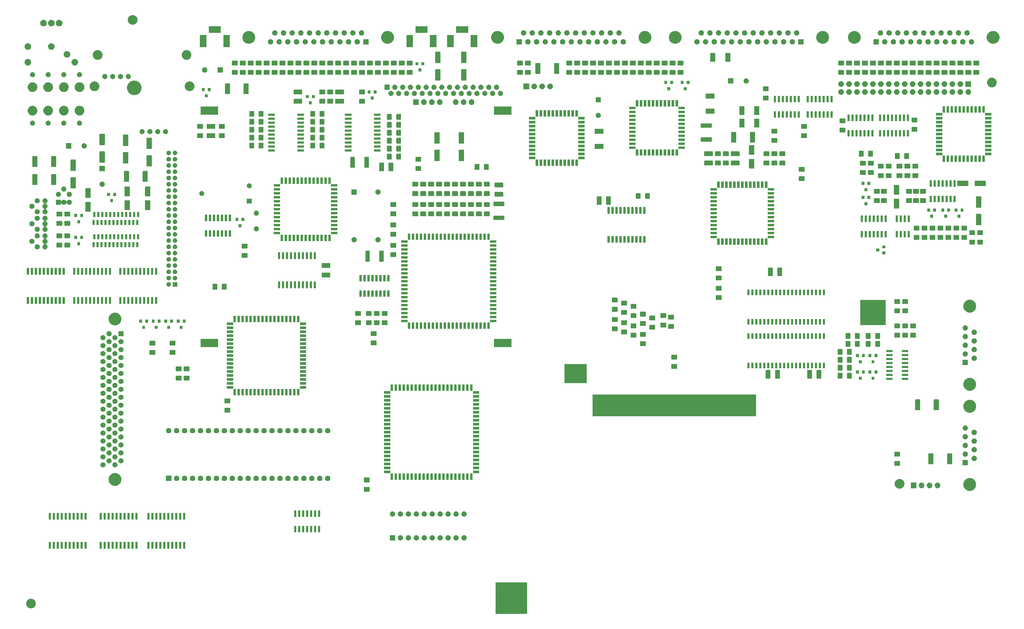
<source format=gts>
G04 #@! TF.GenerationSoftware,KiCad,Pcbnew,(5.1.0)-1*
G04 #@! TF.CreationDate,2020-01-29T23:37:04+00:00*
G04 #@! TF.ProjectId,Amiga600,416d6967-6136-4303-902e-6b696361645f,rev?*
G04 #@! TF.SameCoordinates,Original*
G04 #@! TF.FileFunction,Soldermask,Top*
G04 #@! TF.FilePolarity,Negative*
%FSLAX46Y46*%
G04 Gerber Fmt 4.6, Leading zero omitted, Abs format (unit mm)*
G04 Created by KiCad (PCBNEW (5.1.0)-1) date 2020-01-29 23:37:04*
%MOMM*%
%LPD*%
G04 APERTURE LIST*
%ADD10C,0.100000*%
G04 APERTURE END LIST*
D10*
G36*
X236601000Y-129095500D02*
G01*
X184404000Y-129095500D01*
X184404000Y-122237500D01*
X236601000Y-122237500D01*
X236601000Y-129095500D01*
G37*
X236601000Y-129095500D02*
X184404000Y-129095500D01*
X184404000Y-122237500D01*
X236601000Y-122237500D01*
X236601000Y-129095500D01*
G36*
X163551000Y-192301000D02*
G01*
X153449000Y-192301000D01*
X153449000Y-182199000D01*
X163551000Y-182199000D01*
X163551000Y-192301000D01*
X163551000Y-192301000D01*
G37*
G36*
X5302585Y-187478802D02*
G01*
X5452410Y-187508604D01*
X5734674Y-187625521D01*
X5988705Y-187795259D01*
X6204741Y-188011295D01*
X6374479Y-188265326D01*
X6491396Y-188547590D01*
X6551000Y-188847240D01*
X6551000Y-189152760D01*
X6491396Y-189452410D01*
X6374479Y-189734674D01*
X6204741Y-189988705D01*
X5988705Y-190204741D01*
X5734674Y-190374479D01*
X5452410Y-190491396D01*
X5302585Y-190521198D01*
X5152761Y-190551000D01*
X4847239Y-190551000D01*
X4697415Y-190521198D01*
X4547590Y-190491396D01*
X4265326Y-190374479D01*
X4011295Y-190204741D01*
X3795259Y-189988705D01*
X3625521Y-189734674D01*
X3508604Y-189452410D01*
X3449000Y-189152760D01*
X3449000Y-188847240D01*
X3508604Y-188547590D01*
X3625521Y-188265326D01*
X3795259Y-188011295D01*
X4011295Y-187795259D01*
X4265326Y-187625521D01*
X4547590Y-187508604D01*
X4697415Y-187478802D01*
X4847239Y-187449000D01*
X5152761Y-187449000D01*
X5302585Y-187478802D01*
X5302585Y-187478802D01*
G37*
G36*
X45334928Y-169326764D02*
G01*
X45356009Y-169333160D01*
X45375445Y-169343548D01*
X45392476Y-169357524D01*
X45406452Y-169374555D01*
X45416840Y-169393991D01*
X45423236Y-169415072D01*
X45426000Y-169443140D01*
X45426000Y-171356860D01*
X45423236Y-171384928D01*
X45416840Y-171406009D01*
X45406452Y-171425445D01*
X45392476Y-171442476D01*
X45375445Y-171456452D01*
X45356009Y-171466840D01*
X45334928Y-171473236D01*
X45306860Y-171476000D01*
X44843140Y-171476000D01*
X44815072Y-171473236D01*
X44793991Y-171466840D01*
X44774555Y-171456452D01*
X44757524Y-171442476D01*
X44743548Y-171425445D01*
X44733160Y-171406009D01*
X44726764Y-171384928D01*
X44724000Y-171356860D01*
X44724000Y-169443140D01*
X44726764Y-169415072D01*
X44733160Y-169393991D01*
X44743548Y-169374555D01*
X44757524Y-169357524D01*
X44774555Y-169343548D01*
X44793991Y-169333160D01*
X44815072Y-169326764D01*
X44843140Y-169324000D01*
X45306860Y-169324000D01*
X45334928Y-169326764D01*
X45334928Y-169326764D01*
G37*
G36*
X37704928Y-169326764D02*
G01*
X37726009Y-169333160D01*
X37745445Y-169343548D01*
X37762476Y-169357524D01*
X37776452Y-169374555D01*
X37786840Y-169393991D01*
X37793236Y-169415072D01*
X37796000Y-169443140D01*
X37796000Y-171356860D01*
X37793236Y-171384928D01*
X37786840Y-171406009D01*
X37776452Y-171425445D01*
X37762476Y-171442476D01*
X37745445Y-171456452D01*
X37726009Y-171466840D01*
X37704928Y-171473236D01*
X37676860Y-171476000D01*
X37213140Y-171476000D01*
X37185072Y-171473236D01*
X37163991Y-171466840D01*
X37144555Y-171456452D01*
X37127524Y-171442476D01*
X37113548Y-171425445D01*
X37103160Y-171406009D01*
X37096764Y-171384928D01*
X37094000Y-171356860D01*
X37094000Y-169443140D01*
X37096764Y-169415072D01*
X37103160Y-169393991D01*
X37113548Y-169374555D01*
X37127524Y-169357524D01*
X37144555Y-169343548D01*
X37163991Y-169333160D01*
X37185072Y-169326764D01*
X37213140Y-169324000D01*
X37676860Y-169324000D01*
X37704928Y-169326764D01*
X37704928Y-169326764D01*
G37*
G36*
X42794928Y-169326764D02*
G01*
X42816009Y-169333160D01*
X42835445Y-169343548D01*
X42852476Y-169357524D01*
X42866452Y-169374555D01*
X42876840Y-169393991D01*
X42883236Y-169415072D01*
X42886000Y-169443140D01*
X42886000Y-171356860D01*
X42883236Y-171384928D01*
X42876840Y-171406009D01*
X42866452Y-171425445D01*
X42852476Y-171442476D01*
X42835445Y-171456452D01*
X42816009Y-171466840D01*
X42794928Y-171473236D01*
X42766860Y-171476000D01*
X42303140Y-171476000D01*
X42275072Y-171473236D01*
X42253991Y-171466840D01*
X42234555Y-171456452D01*
X42217524Y-171442476D01*
X42203548Y-171425445D01*
X42193160Y-171406009D01*
X42186764Y-171384928D01*
X42184000Y-171356860D01*
X42184000Y-169443140D01*
X42186764Y-169415072D01*
X42193160Y-169393991D01*
X42203548Y-169374555D01*
X42217524Y-169357524D01*
X42234555Y-169343548D01*
X42253991Y-169333160D01*
X42275072Y-169326764D01*
X42303140Y-169324000D01*
X42766860Y-169324000D01*
X42794928Y-169326764D01*
X42794928Y-169326764D01*
G37*
G36*
X44064928Y-169326764D02*
G01*
X44086009Y-169333160D01*
X44105445Y-169343548D01*
X44122476Y-169357524D01*
X44136452Y-169374555D01*
X44146840Y-169393991D01*
X44153236Y-169415072D01*
X44156000Y-169443140D01*
X44156000Y-171356860D01*
X44153236Y-171384928D01*
X44146840Y-171406009D01*
X44136452Y-171425445D01*
X44122476Y-171442476D01*
X44105445Y-171456452D01*
X44086009Y-171466840D01*
X44064928Y-171473236D01*
X44036860Y-171476000D01*
X43573140Y-171476000D01*
X43545072Y-171473236D01*
X43523991Y-171466840D01*
X43504555Y-171456452D01*
X43487524Y-171442476D01*
X43473548Y-171425445D01*
X43463160Y-171406009D01*
X43456764Y-171384928D01*
X43454000Y-171356860D01*
X43454000Y-169443140D01*
X43456764Y-169415072D01*
X43463160Y-169393991D01*
X43473548Y-169374555D01*
X43487524Y-169357524D01*
X43504555Y-169343548D01*
X43523991Y-169333160D01*
X43545072Y-169326764D01*
X43573140Y-169324000D01*
X44036860Y-169324000D01*
X44064928Y-169326764D01*
X44064928Y-169326764D01*
G37*
G36*
X22724928Y-169326764D02*
G01*
X22746009Y-169333160D01*
X22765445Y-169343548D01*
X22782476Y-169357524D01*
X22796452Y-169374555D01*
X22806840Y-169393991D01*
X22813236Y-169415072D01*
X22816000Y-169443140D01*
X22816000Y-171356860D01*
X22813236Y-171384928D01*
X22806840Y-171406009D01*
X22796452Y-171425445D01*
X22782476Y-171442476D01*
X22765445Y-171456452D01*
X22746009Y-171466840D01*
X22724928Y-171473236D01*
X22696860Y-171476000D01*
X22233140Y-171476000D01*
X22205072Y-171473236D01*
X22183991Y-171466840D01*
X22164555Y-171456452D01*
X22147524Y-171442476D01*
X22133548Y-171425445D01*
X22123160Y-171406009D01*
X22116764Y-171384928D01*
X22114000Y-171356860D01*
X22114000Y-169443140D01*
X22116764Y-169415072D01*
X22123160Y-169393991D01*
X22133548Y-169374555D01*
X22147524Y-169357524D01*
X22164555Y-169343548D01*
X22183991Y-169333160D01*
X22205072Y-169326764D01*
X22233140Y-169324000D01*
X22696860Y-169324000D01*
X22724928Y-169326764D01*
X22724928Y-169326764D01*
G37*
G36*
X21454928Y-169326764D02*
G01*
X21476009Y-169333160D01*
X21495445Y-169343548D01*
X21512476Y-169357524D01*
X21526452Y-169374555D01*
X21536840Y-169393991D01*
X21543236Y-169415072D01*
X21546000Y-169443140D01*
X21546000Y-171356860D01*
X21543236Y-171384928D01*
X21536840Y-171406009D01*
X21526452Y-171425445D01*
X21512476Y-171442476D01*
X21495445Y-171456452D01*
X21476009Y-171466840D01*
X21454928Y-171473236D01*
X21426860Y-171476000D01*
X20963140Y-171476000D01*
X20935072Y-171473236D01*
X20913991Y-171466840D01*
X20894555Y-171456452D01*
X20877524Y-171442476D01*
X20863548Y-171425445D01*
X20853160Y-171406009D01*
X20846764Y-171384928D01*
X20844000Y-171356860D01*
X20844000Y-169443140D01*
X20846764Y-169415072D01*
X20853160Y-169393991D01*
X20863548Y-169374555D01*
X20877524Y-169357524D01*
X20894555Y-169343548D01*
X20913991Y-169333160D01*
X20935072Y-169326764D01*
X20963140Y-169324000D01*
X21426860Y-169324000D01*
X21454928Y-169326764D01*
X21454928Y-169326764D01*
G37*
G36*
X20184928Y-169326764D02*
G01*
X20206009Y-169333160D01*
X20225445Y-169343548D01*
X20242476Y-169357524D01*
X20256452Y-169374555D01*
X20266840Y-169393991D01*
X20273236Y-169415072D01*
X20276000Y-169443140D01*
X20276000Y-171356860D01*
X20273236Y-171384928D01*
X20266840Y-171406009D01*
X20256452Y-171425445D01*
X20242476Y-171442476D01*
X20225445Y-171456452D01*
X20206009Y-171466840D01*
X20184928Y-171473236D01*
X20156860Y-171476000D01*
X19693140Y-171476000D01*
X19665072Y-171473236D01*
X19643991Y-171466840D01*
X19624555Y-171456452D01*
X19607524Y-171442476D01*
X19593548Y-171425445D01*
X19583160Y-171406009D01*
X19576764Y-171384928D01*
X19574000Y-171356860D01*
X19574000Y-169443140D01*
X19576764Y-169415072D01*
X19583160Y-169393991D01*
X19593548Y-169374555D01*
X19607524Y-169357524D01*
X19624555Y-169343548D01*
X19643991Y-169333160D01*
X19665072Y-169326764D01*
X19693140Y-169324000D01*
X20156860Y-169324000D01*
X20184928Y-169326764D01*
X20184928Y-169326764D01*
G37*
G36*
X18914928Y-169326764D02*
G01*
X18936009Y-169333160D01*
X18955445Y-169343548D01*
X18972476Y-169357524D01*
X18986452Y-169374555D01*
X18996840Y-169393991D01*
X19003236Y-169415072D01*
X19006000Y-169443140D01*
X19006000Y-171356860D01*
X19003236Y-171384928D01*
X18996840Y-171406009D01*
X18986452Y-171425445D01*
X18972476Y-171442476D01*
X18955445Y-171456452D01*
X18936009Y-171466840D01*
X18914928Y-171473236D01*
X18886860Y-171476000D01*
X18423140Y-171476000D01*
X18395072Y-171473236D01*
X18373991Y-171466840D01*
X18354555Y-171456452D01*
X18337524Y-171442476D01*
X18323548Y-171425445D01*
X18313160Y-171406009D01*
X18306764Y-171384928D01*
X18304000Y-171356860D01*
X18304000Y-169443140D01*
X18306764Y-169415072D01*
X18313160Y-169393991D01*
X18323548Y-169374555D01*
X18337524Y-169357524D01*
X18354555Y-169343548D01*
X18373991Y-169333160D01*
X18395072Y-169326764D01*
X18423140Y-169324000D01*
X18886860Y-169324000D01*
X18914928Y-169326764D01*
X18914928Y-169326764D01*
G37*
G36*
X17644928Y-169326764D02*
G01*
X17666009Y-169333160D01*
X17685445Y-169343548D01*
X17702476Y-169357524D01*
X17716452Y-169374555D01*
X17726840Y-169393991D01*
X17733236Y-169415072D01*
X17736000Y-169443140D01*
X17736000Y-171356860D01*
X17733236Y-171384928D01*
X17726840Y-171406009D01*
X17716452Y-171425445D01*
X17702476Y-171442476D01*
X17685445Y-171456452D01*
X17666009Y-171466840D01*
X17644928Y-171473236D01*
X17616860Y-171476000D01*
X17153140Y-171476000D01*
X17125072Y-171473236D01*
X17103991Y-171466840D01*
X17084555Y-171456452D01*
X17067524Y-171442476D01*
X17053548Y-171425445D01*
X17043160Y-171406009D01*
X17036764Y-171384928D01*
X17034000Y-171356860D01*
X17034000Y-169443140D01*
X17036764Y-169415072D01*
X17043160Y-169393991D01*
X17053548Y-169374555D01*
X17067524Y-169357524D01*
X17084555Y-169343548D01*
X17103991Y-169333160D01*
X17125072Y-169326764D01*
X17153140Y-169324000D01*
X17616860Y-169324000D01*
X17644928Y-169326764D01*
X17644928Y-169326764D01*
G37*
G36*
X16374928Y-169326764D02*
G01*
X16396009Y-169333160D01*
X16415445Y-169343548D01*
X16432476Y-169357524D01*
X16446452Y-169374555D01*
X16456840Y-169393991D01*
X16463236Y-169415072D01*
X16466000Y-169443140D01*
X16466000Y-171356860D01*
X16463236Y-171384928D01*
X16456840Y-171406009D01*
X16446452Y-171425445D01*
X16432476Y-171442476D01*
X16415445Y-171456452D01*
X16396009Y-171466840D01*
X16374928Y-171473236D01*
X16346860Y-171476000D01*
X15883140Y-171476000D01*
X15855072Y-171473236D01*
X15833991Y-171466840D01*
X15814555Y-171456452D01*
X15797524Y-171442476D01*
X15783548Y-171425445D01*
X15773160Y-171406009D01*
X15766764Y-171384928D01*
X15764000Y-171356860D01*
X15764000Y-169443140D01*
X15766764Y-169415072D01*
X15773160Y-169393991D01*
X15783548Y-169374555D01*
X15797524Y-169357524D01*
X15814555Y-169343548D01*
X15833991Y-169333160D01*
X15855072Y-169326764D01*
X15883140Y-169324000D01*
X16346860Y-169324000D01*
X16374928Y-169326764D01*
X16374928Y-169326764D01*
G37*
G36*
X15104928Y-169326764D02*
G01*
X15126009Y-169333160D01*
X15145445Y-169343548D01*
X15162476Y-169357524D01*
X15176452Y-169374555D01*
X15186840Y-169393991D01*
X15193236Y-169415072D01*
X15196000Y-169443140D01*
X15196000Y-171356860D01*
X15193236Y-171384928D01*
X15186840Y-171406009D01*
X15176452Y-171425445D01*
X15162476Y-171442476D01*
X15145445Y-171456452D01*
X15126009Y-171466840D01*
X15104928Y-171473236D01*
X15076860Y-171476000D01*
X14613140Y-171476000D01*
X14585072Y-171473236D01*
X14563991Y-171466840D01*
X14544555Y-171456452D01*
X14527524Y-171442476D01*
X14513548Y-171425445D01*
X14503160Y-171406009D01*
X14496764Y-171384928D01*
X14494000Y-171356860D01*
X14494000Y-169443140D01*
X14496764Y-169415072D01*
X14503160Y-169393991D01*
X14513548Y-169374555D01*
X14527524Y-169357524D01*
X14544555Y-169343548D01*
X14563991Y-169333160D01*
X14585072Y-169326764D01*
X14613140Y-169324000D01*
X15076860Y-169324000D01*
X15104928Y-169326764D01*
X15104928Y-169326764D01*
G37*
G36*
X13834928Y-169326764D02*
G01*
X13856009Y-169333160D01*
X13875445Y-169343548D01*
X13892476Y-169357524D01*
X13906452Y-169374555D01*
X13916840Y-169393991D01*
X13923236Y-169415072D01*
X13926000Y-169443140D01*
X13926000Y-171356860D01*
X13923236Y-171384928D01*
X13916840Y-171406009D01*
X13906452Y-171425445D01*
X13892476Y-171442476D01*
X13875445Y-171456452D01*
X13856009Y-171466840D01*
X13834928Y-171473236D01*
X13806860Y-171476000D01*
X13343140Y-171476000D01*
X13315072Y-171473236D01*
X13293991Y-171466840D01*
X13274555Y-171456452D01*
X13257524Y-171442476D01*
X13243548Y-171425445D01*
X13233160Y-171406009D01*
X13226764Y-171384928D01*
X13224000Y-171356860D01*
X13224000Y-169443140D01*
X13226764Y-169415072D01*
X13233160Y-169393991D01*
X13243548Y-169374555D01*
X13257524Y-169357524D01*
X13274555Y-169343548D01*
X13293991Y-169333160D01*
X13315072Y-169326764D01*
X13343140Y-169324000D01*
X13806860Y-169324000D01*
X13834928Y-169326764D01*
X13834928Y-169326764D01*
G37*
G36*
X12564928Y-169326764D02*
G01*
X12586009Y-169333160D01*
X12605445Y-169343548D01*
X12622476Y-169357524D01*
X12636452Y-169374555D01*
X12646840Y-169393991D01*
X12653236Y-169415072D01*
X12656000Y-169443140D01*
X12656000Y-171356860D01*
X12653236Y-171384928D01*
X12646840Y-171406009D01*
X12636452Y-171425445D01*
X12622476Y-171442476D01*
X12605445Y-171456452D01*
X12586009Y-171466840D01*
X12564928Y-171473236D01*
X12536860Y-171476000D01*
X12073140Y-171476000D01*
X12045072Y-171473236D01*
X12023991Y-171466840D01*
X12004555Y-171456452D01*
X11987524Y-171442476D01*
X11973548Y-171425445D01*
X11963160Y-171406009D01*
X11956764Y-171384928D01*
X11954000Y-171356860D01*
X11954000Y-169443140D01*
X11956764Y-169415072D01*
X11963160Y-169393991D01*
X11973548Y-169374555D01*
X11987524Y-169357524D01*
X12004555Y-169343548D01*
X12023991Y-169333160D01*
X12045072Y-169326764D01*
X12073140Y-169324000D01*
X12536860Y-169324000D01*
X12564928Y-169326764D01*
X12564928Y-169326764D01*
G37*
G36*
X11294928Y-169326764D02*
G01*
X11316009Y-169333160D01*
X11335445Y-169343548D01*
X11352476Y-169357524D01*
X11366452Y-169374555D01*
X11376840Y-169393991D01*
X11383236Y-169415072D01*
X11386000Y-169443140D01*
X11386000Y-171356860D01*
X11383236Y-171384928D01*
X11376840Y-171406009D01*
X11366452Y-171425445D01*
X11352476Y-171442476D01*
X11335445Y-171456452D01*
X11316009Y-171466840D01*
X11294928Y-171473236D01*
X11266860Y-171476000D01*
X10803140Y-171476000D01*
X10775072Y-171473236D01*
X10753991Y-171466840D01*
X10734555Y-171456452D01*
X10717524Y-171442476D01*
X10703548Y-171425445D01*
X10693160Y-171406009D01*
X10686764Y-171384928D01*
X10684000Y-171356860D01*
X10684000Y-169443140D01*
X10686764Y-169415072D01*
X10693160Y-169393991D01*
X10703548Y-169374555D01*
X10717524Y-169357524D01*
X10734555Y-169343548D01*
X10753991Y-169333160D01*
X10775072Y-169326764D01*
X10803140Y-169324000D01*
X11266860Y-169324000D01*
X11294928Y-169326764D01*
X11294928Y-169326764D01*
G37*
G36*
X38974928Y-169326764D02*
G01*
X38996009Y-169333160D01*
X39015445Y-169343548D01*
X39032476Y-169357524D01*
X39046452Y-169374555D01*
X39056840Y-169393991D01*
X39063236Y-169415072D01*
X39066000Y-169443140D01*
X39066000Y-171356860D01*
X39063236Y-171384928D01*
X39056840Y-171406009D01*
X39046452Y-171425445D01*
X39032476Y-171442476D01*
X39015445Y-171456452D01*
X38996009Y-171466840D01*
X38974928Y-171473236D01*
X38946860Y-171476000D01*
X38483140Y-171476000D01*
X38455072Y-171473236D01*
X38433991Y-171466840D01*
X38414555Y-171456452D01*
X38397524Y-171442476D01*
X38383548Y-171425445D01*
X38373160Y-171406009D01*
X38366764Y-171384928D01*
X38364000Y-171356860D01*
X38364000Y-169443140D01*
X38366764Y-169415072D01*
X38373160Y-169393991D01*
X38383548Y-169374555D01*
X38397524Y-169357524D01*
X38414555Y-169343548D01*
X38433991Y-169333160D01*
X38455072Y-169326764D01*
X38483140Y-169324000D01*
X38946860Y-169324000D01*
X38974928Y-169326764D01*
X38974928Y-169326764D01*
G37*
G36*
X50414928Y-169326764D02*
G01*
X50436009Y-169333160D01*
X50455445Y-169343548D01*
X50472476Y-169357524D01*
X50486452Y-169374555D01*
X50496840Y-169393991D01*
X50503236Y-169415072D01*
X50506000Y-169443140D01*
X50506000Y-171356860D01*
X50503236Y-171384928D01*
X50496840Y-171406009D01*
X50486452Y-171425445D01*
X50472476Y-171442476D01*
X50455445Y-171456452D01*
X50436009Y-171466840D01*
X50414928Y-171473236D01*
X50386860Y-171476000D01*
X49923140Y-171476000D01*
X49895072Y-171473236D01*
X49873991Y-171466840D01*
X49854555Y-171456452D01*
X49837524Y-171442476D01*
X49823548Y-171425445D01*
X49813160Y-171406009D01*
X49806764Y-171384928D01*
X49804000Y-171356860D01*
X49804000Y-169443140D01*
X49806764Y-169415072D01*
X49813160Y-169393991D01*
X49823548Y-169374555D01*
X49837524Y-169357524D01*
X49854555Y-169343548D01*
X49873991Y-169333160D01*
X49895072Y-169326764D01*
X49923140Y-169324000D01*
X50386860Y-169324000D01*
X50414928Y-169326764D01*
X50414928Y-169326764D01*
G37*
G36*
X35164928Y-169326764D02*
G01*
X35186009Y-169333160D01*
X35205445Y-169343548D01*
X35222476Y-169357524D01*
X35236452Y-169374555D01*
X35246840Y-169393991D01*
X35253236Y-169415072D01*
X35256000Y-169443140D01*
X35256000Y-171356860D01*
X35253236Y-171384928D01*
X35246840Y-171406009D01*
X35236452Y-171425445D01*
X35222476Y-171442476D01*
X35205445Y-171456452D01*
X35186009Y-171466840D01*
X35164928Y-171473236D01*
X35136860Y-171476000D01*
X34673140Y-171476000D01*
X34645072Y-171473236D01*
X34623991Y-171466840D01*
X34604555Y-171456452D01*
X34587524Y-171442476D01*
X34573548Y-171425445D01*
X34563160Y-171406009D01*
X34556764Y-171384928D01*
X34554000Y-171356860D01*
X34554000Y-169443140D01*
X34556764Y-169415072D01*
X34563160Y-169393991D01*
X34573548Y-169374555D01*
X34587524Y-169357524D01*
X34604555Y-169343548D01*
X34623991Y-169333160D01*
X34645072Y-169326764D01*
X34673140Y-169324000D01*
X35136860Y-169324000D01*
X35164928Y-169326764D01*
X35164928Y-169326764D01*
G37*
G36*
X46604928Y-169326764D02*
G01*
X46626009Y-169333160D01*
X46645445Y-169343548D01*
X46662476Y-169357524D01*
X46676452Y-169374555D01*
X46686840Y-169393991D01*
X46693236Y-169415072D01*
X46696000Y-169443140D01*
X46696000Y-171356860D01*
X46693236Y-171384928D01*
X46686840Y-171406009D01*
X46676452Y-171425445D01*
X46662476Y-171442476D01*
X46645445Y-171456452D01*
X46626009Y-171466840D01*
X46604928Y-171473236D01*
X46576860Y-171476000D01*
X46113140Y-171476000D01*
X46085072Y-171473236D01*
X46063991Y-171466840D01*
X46044555Y-171456452D01*
X46027524Y-171442476D01*
X46013548Y-171425445D01*
X46003160Y-171406009D01*
X45996764Y-171384928D01*
X45994000Y-171356860D01*
X45994000Y-169443140D01*
X45996764Y-169415072D01*
X46003160Y-169393991D01*
X46013548Y-169374555D01*
X46027524Y-169357524D01*
X46044555Y-169343548D01*
X46063991Y-169333160D01*
X46085072Y-169326764D01*
X46113140Y-169324000D01*
X46576860Y-169324000D01*
X46604928Y-169326764D01*
X46604928Y-169326764D01*
G37*
G36*
X47874928Y-169326764D02*
G01*
X47896009Y-169333160D01*
X47915445Y-169343548D01*
X47932476Y-169357524D01*
X47946452Y-169374555D01*
X47956840Y-169393991D01*
X47963236Y-169415072D01*
X47966000Y-169443140D01*
X47966000Y-171356860D01*
X47963236Y-171384928D01*
X47956840Y-171406009D01*
X47946452Y-171425445D01*
X47932476Y-171442476D01*
X47915445Y-171456452D01*
X47896009Y-171466840D01*
X47874928Y-171473236D01*
X47846860Y-171476000D01*
X47383140Y-171476000D01*
X47355072Y-171473236D01*
X47333991Y-171466840D01*
X47314555Y-171456452D01*
X47297524Y-171442476D01*
X47283548Y-171425445D01*
X47273160Y-171406009D01*
X47266764Y-171384928D01*
X47264000Y-171356860D01*
X47264000Y-169443140D01*
X47266764Y-169415072D01*
X47273160Y-169393991D01*
X47283548Y-169374555D01*
X47297524Y-169357524D01*
X47314555Y-169343548D01*
X47333991Y-169333160D01*
X47355072Y-169326764D01*
X47383140Y-169324000D01*
X47846860Y-169324000D01*
X47874928Y-169326764D01*
X47874928Y-169326764D01*
G37*
G36*
X49144928Y-169326764D02*
G01*
X49166009Y-169333160D01*
X49185445Y-169343548D01*
X49202476Y-169357524D01*
X49216452Y-169374555D01*
X49226840Y-169393991D01*
X49233236Y-169415072D01*
X49236000Y-169443140D01*
X49236000Y-171356860D01*
X49233236Y-171384928D01*
X49226840Y-171406009D01*
X49216452Y-171425445D01*
X49202476Y-171442476D01*
X49185445Y-171456452D01*
X49166009Y-171466840D01*
X49144928Y-171473236D01*
X49116860Y-171476000D01*
X48653140Y-171476000D01*
X48625072Y-171473236D01*
X48603991Y-171466840D01*
X48584555Y-171456452D01*
X48567524Y-171442476D01*
X48553548Y-171425445D01*
X48543160Y-171406009D01*
X48536764Y-171384928D01*
X48534000Y-171356860D01*
X48534000Y-169443140D01*
X48536764Y-169415072D01*
X48543160Y-169393991D01*
X48553548Y-169374555D01*
X48567524Y-169357524D01*
X48584555Y-169343548D01*
X48603991Y-169333160D01*
X48625072Y-169326764D01*
X48653140Y-169324000D01*
X49116860Y-169324000D01*
X49144928Y-169326764D01*
X49144928Y-169326764D01*
G37*
G36*
X51684928Y-169326764D02*
G01*
X51706009Y-169333160D01*
X51725445Y-169343548D01*
X51742476Y-169357524D01*
X51756452Y-169374555D01*
X51766840Y-169393991D01*
X51773236Y-169415072D01*
X51776000Y-169443140D01*
X51776000Y-171356860D01*
X51773236Y-171384928D01*
X51766840Y-171406009D01*
X51756452Y-171425445D01*
X51742476Y-171442476D01*
X51725445Y-171456452D01*
X51706009Y-171466840D01*
X51684928Y-171473236D01*
X51656860Y-171476000D01*
X51193140Y-171476000D01*
X51165072Y-171473236D01*
X51143991Y-171466840D01*
X51124555Y-171456452D01*
X51107524Y-171442476D01*
X51093548Y-171425445D01*
X51083160Y-171406009D01*
X51076764Y-171384928D01*
X51074000Y-171356860D01*
X51074000Y-169443140D01*
X51076764Y-169415072D01*
X51083160Y-169393991D01*
X51093548Y-169374555D01*
X51107524Y-169357524D01*
X51124555Y-169343548D01*
X51143991Y-169333160D01*
X51165072Y-169326764D01*
X51193140Y-169324000D01*
X51656860Y-169324000D01*
X51684928Y-169326764D01*
X51684928Y-169326764D01*
G37*
G36*
X52954928Y-169326764D02*
G01*
X52976009Y-169333160D01*
X52995445Y-169343548D01*
X53012476Y-169357524D01*
X53026452Y-169374555D01*
X53036840Y-169393991D01*
X53043236Y-169415072D01*
X53046000Y-169443140D01*
X53046000Y-171356860D01*
X53043236Y-171384928D01*
X53036840Y-171406009D01*
X53026452Y-171425445D01*
X53012476Y-171442476D01*
X52995445Y-171456452D01*
X52976009Y-171466840D01*
X52954928Y-171473236D01*
X52926860Y-171476000D01*
X52463140Y-171476000D01*
X52435072Y-171473236D01*
X52413991Y-171466840D01*
X52394555Y-171456452D01*
X52377524Y-171442476D01*
X52363548Y-171425445D01*
X52353160Y-171406009D01*
X52346764Y-171384928D01*
X52344000Y-171356860D01*
X52344000Y-169443140D01*
X52346764Y-169415072D01*
X52353160Y-169393991D01*
X52363548Y-169374555D01*
X52377524Y-169357524D01*
X52394555Y-169343548D01*
X52413991Y-169333160D01*
X52435072Y-169326764D01*
X52463140Y-169324000D01*
X52926860Y-169324000D01*
X52954928Y-169326764D01*
X52954928Y-169326764D01*
G37*
G36*
X54224928Y-169326764D02*
G01*
X54246009Y-169333160D01*
X54265445Y-169343548D01*
X54282476Y-169357524D01*
X54296452Y-169374555D01*
X54306840Y-169393991D01*
X54313236Y-169415072D01*
X54316000Y-169443140D01*
X54316000Y-171356860D01*
X54313236Y-171384928D01*
X54306840Y-171406009D01*
X54296452Y-171425445D01*
X54282476Y-171442476D01*
X54265445Y-171456452D01*
X54246009Y-171466840D01*
X54224928Y-171473236D01*
X54196860Y-171476000D01*
X53733140Y-171476000D01*
X53705072Y-171473236D01*
X53683991Y-171466840D01*
X53664555Y-171456452D01*
X53647524Y-171442476D01*
X53633548Y-171425445D01*
X53623160Y-171406009D01*
X53616764Y-171384928D01*
X53614000Y-171356860D01*
X53614000Y-169443140D01*
X53616764Y-169415072D01*
X53623160Y-169393991D01*
X53633548Y-169374555D01*
X53647524Y-169357524D01*
X53664555Y-169343548D01*
X53683991Y-169333160D01*
X53705072Y-169326764D01*
X53733140Y-169324000D01*
X54196860Y-169324000D01*
X54224928Y-169326764D01*
X54224928Y-169326764D01*
G37*
G36*
X27544928Y-169326764D02*
G01*
X27566009Y-169333160D01*
X27585445Y-169343548D01*
X27602476Y-169357524D01*
X27616452Y-169374555D01*
X27626840Y-169393991D01*
X27633236Y-169415072D01*
X27636000Y-169443140D01*
X27636000Y-171356860D01*
X27633236Y-171384928D01*
X27626840Y-171406009D01*
X27616452Y-171425445D01*
X27602476Y-171442476D01*
X27585445Y-171456452D01*
X27566009Y-171466840D01*
X27544928Y-171473236D01*
X27516860Y-171476000D01*
X27053140Y-171476000D01*
X27025072Y-171473236D01*
X27003991Y-171466840D01*
X26984555Y-171456452D01*
X26967524Y-171442476D01*
X26953548Y-171425445D01*
X26943160Y-171406009D01*
X26936764Y-171384928D01*
X26934000Y-171356860D01*
X26934000Y-169443140D01*
X26936764Y-169415072D01*
X26943160Y-169393991D01*
X26953548Y-169374555D01*
X26967524Y-169357524D01*
X26984555Y-169343548D01*
X27003991Y-169333160D01*
X27025072Y-169326764D01*
X27053140Y-169324000D01*
X27516860Y-169324000D01*
X27544928Y-169326764D01*
X27544928Y-169326764D01*
G37*
G36*
X28814928Y-169326764D02*
G01*
X28836009Y-169333160D01*
X28855445Y-169343548D01*
X28872476Y-169357524D01*
X28886452Y-169374555D01*
X28896840Y-169393991D01*
X28903236Y-169415072D01*
X28906000Y-169443140D01*
X28906000Y-171356860D01*
X28903236Y-171384928D01*
X28896840Y-171406009D01*
X28886452Y-171425445D01*
X28872476Y-171442476D01*
X28855445Y-171456452D01*
X28836009Y-171466840D01*
X28814928Y-171473236D01*
X28786860Y-171476000D01*
X28323140Y-171476000D01*
X28295072Y-171473236D01*
X28273991Y-171466840D01*
X28254555Y-171456452D01*
X28237524Y-171442476D01*
X28223548Y-171425445D01*
X28213160Y-171406009D01*
X28206764Y-171384928D01*
X28204000Y-171356860D01*
X28204000Y-169443140D01*
X28206764Y-169415072D01*
X28213160Y-169393991D01*
X28223548Y-169374555D01*
X28237524Y-169357524D01*
X28254555Y-169343548D01*
X28273991Y-169333160D01*
X28295072Y-169326764D01*
X28323140Y-169324000D01*
X28786860Y-169324000D01*
X28814928Y-169326764D01*
X28814928Y-169326764D01*
G37*
G36*
X30084928Y-169326764D02*
G01*
X30106009Y-169333160D01*
X30125445Y-169343548D01*
X30142476Y-169357524D01*
X30156452Y-169374555D01*
X30166840Y-169393991D01*
X30173236Y-169415072D01*
X30176000Y-169443140D01*
X30176000Y-171356860D01*
X30173236Y-171384928D01*
X30166840Y-171406009D01*
X30156452Y-171425445D01*
X30142476Y-171442476D01*
X30125445Y-171456452D01*
X30106009Y-171466840D01*
X30084928Y-171473236D01*
X30056860Y-171476000D01*
X29593140Y-171476000D01*
X29565072Y-171473236D01*
X29543991Y-171466840D01*
X29524555Y-171456452D01*
X29507524Y-171442476D01*
X29493548Y-171425445D01*
X29483160Y-171406009D01*
X29476764Y-171384928D01*
X29474000Y-171356860D01*
X29474000Y-169443140D01*
X29476764Y-169415072D01*
X29483160Y-169393991D01*
X29493548Y-169374555D01*
X29507524Y-169357524D01*
X29524555Y-169343548D01*
X29543991Y-169333160D01*
X29565072Y-169326764D01*
X29593140Y-169324000D01*
X30056860Y-169324000D01*
X30084928Y-169326764D01*
X30084928Y-169326764D01*
G37*
G36*
X31354928Y-169326764D02*
G01*
X31376009Y-169333160D01*
X31395445Y-169343548D01*
X31412476Y-169357524D01*
X31426452Y-169374555D01*
X31436840Y-169393991D01*
X31443236Y-169415072D01*
X31446000Y-169443140D01*
X31446000Y-171356860D01*
X31443236Y-171384928D01*
X31436840Y-171406009D01*
X31426452Y-171425445D01*
X31412476Y-171442476D01*
X31395445Y-171456452D01*
X31376009Y-171466840D01*
X31354928Y-171473236D01*
X31326860Y-171476000D01*
X30863140Y-171476000D01*
X30835072Y-171473236D01*
X30813991Y-171466840D01*
X30794555Y-171456452D01*
X30777524Y-171442476D01*
X30763548Y-171425445D01*
X30753160Y-171406009D01*
X30746764Y-171384928D01*
X30744000Y-171356860D01*
X30744000Y-169443140D01*
X30746764Y-169415072D01*
X30753160Y-169393991D01*
X30763548Y-169374555D01*
X30777524Y-169357524D01*
X30794555Y-169343548D01*
X30813991Y-169333160D01*
X30835072Y-169326764D01*
X30863140Y-169324000D01*
X31326860Y-169324000D01*
X31354928Y-169326764D01*
X31354928Y-169326764D01*
G37*
G36*
X32624928Y-169326764D02*
G01*
X32646009Y-169333160D01*
X32665445Y-169343548D01*
X32682476Y-169357524D01*
X32696452Y-169374555D01*
X32706840Y-169393991D01*
X32713236Y-169415072D01*
X32716000Y-169443140D01*
X32716000Y-171356860D01*
X32713236Y-171384928D01*
X32706840Y-171406009D01*
X32696452Y-171425445D01*
X32682476Y-171442476D01*
X32665445Y-171456452D01*
X32646009Y-171466840D01*
X32624928Y-171473236D01*
X32596860Y-171476000D01*
X32133140Y-171476000D01*
X32105072Y-171473236D01*
X32083991Y-171466840D01*
X32064555Y-171456452D01*
X32047524Y-171442476D01*
X32033548Y-171425445D01*
X32023160Y-171406009D01*
X32016764Y-171384928D01*
X32014000Y-171356860D01*
X32014000Y-169443140D01*
X32016764Y-169415072D01*
X32023160Y-169393991D01*
X32033548Y-169374555D01*
X32047524Y-169357524D01*
X32064555Y-169343548D01*
X32083991Y-169333160D01*
X32105072Y-169326764D01*
X32133140Y-169324000D01*
X32596860Y-169324000D01*
X32624928Y-169326764D01*
X32624928Y-169326764D01*
G37*
G36*
X33894928Y-169326764D02*
G01*
X33916009Y-169333160D01*
X33935445Y-169343548D01*
X33952476Y-169357524D01*
X33966452Y-169374555D01*
X33976840Y-169393991D01*
X33983236Y-169415072D01*
X33986000Y-169443140D01*
X33986000Y-171356860D01*
X33983236Y-171384928D01*
X33976840Y-171406009D01*
X33966452Y-171425445D01*
X33952476Y-171442476D01*
X33935445Y-171456452D01*
X33916009Y-171466840D01*
X33894928Y-171473236D01*
X33866860Y-171476000D01*
X33403140Y-171476000D01*
X33375072Y-171473236D01*
X33353991Y-171466840D01*
X33334555Y-171456452D01*
X33317524Y-171442476D01*
X33303548Y-171425445D01*
X33293160Y-171406009D01*
X33286764Y-171384928D01*
X33284000Y-171356860D01*
X33284000Y-169443140D01*
X33286764Y-169415072D01*
X33293160Y-169393991D01*
X33303548Y-169374555D01*
X33317524Y-169357524D01*
X33334555Y-169343548D01*
X33353991Y-169333160D01*
X33375072Y-169326764D01*
X33403140Y-169324000D01*
X33866860Y-169324000D01*
X33894928Y-169326764D01*
X33894928Y-169326764D01*
G37*
G36*
X36434928Y-169326764D02*
G01*
X36456009Y-169333160D01*
X36475445Y-169343548D01*
X36492476Y-169357524D01*
X36506452Y-169374555D01*
X36516840Y-169393991D01*
X36523236Y-169415072D01*
X36526000Y-169443140D01*
X36526000Y-171356860D01*
X36523236Y-171384928D01*
X36516840Y-171406009D01*
X36506452Y-171425445D01*
X36492476Y-171442476D01*
X36475445Y-171456452D01*
X36456009Y-171466840D01*
X36434928Y-171473236D01*
X36406860Y-171476000D01*
X35943140Y-171476000D01*
X35915072Y-171473236D01*
X35893991Y-171466840D01*
X35874555Y-171456452D01*
X35857524Y-171442476D01*
X35843548Y-171425445D01*
X35833160Y-171406009D01*
X35826764Y-171384928D01*
X35824000Y-171356860D01*
X35824000Y-169443140D01*
X35826764Y-169415072D01*
X35833160Y-169393991D01*
X35843548Y-169374555D01*
X35857524Y-169357524D01*
X35874555Y-169343548D01*
X35893991Y-169333160D01*
X35915072Y-169326764D01*
X35943140Y-169324000D01*
X36406860Y-169324000D01*
X36434928Y-169326764D01*
X36434928Y-169326764D01*
G37*
G36*
X125746823Y-167161313D02*
G01*
X125907242Y-167209976D01*
X126039906Y-167280886D01*
X126055078Y-167288996D01*
X126184659Y-167395341D01*
X126291004Y-167524922D01*
X126291005Y-167524924D01*
X126370024Y-167672758D01*
X126418687Y-167833177D01*
X126435117Y-168000000D01*
X126418687Y-168166823D01*
X126370024Y-168327242D01*
X126299114Y-168459906D01*
X126291004Y-168475078D01*
X126184659Y-168604659D01*
X126055078Y-168711004D01*
X126055076Y-168711005D01*
X125907242Y-168790024D01*
X125746823Y-168838687D01*
X125621804Y-168851000D01*
X125538196Y-168851000D01*
X125413177Y-168838687D01*
X125252758Y-168790024D01*
X125104924Y-168711005D01*
X125104922Y-168711004D01*
X124975341Y-168604659D01*
X124868996Y-168475078D01*
X124860886Y-168459906D01*
X124789976Y-168327242D01*
X124741313Y-168166823D01*
X124724883Y-168000000D01*
X124741313Y-167833177D01*
X124789976Y-167672758D01*
X124868995Y-167524924D01*
X124868996Y-167524922D01*
X124975341Y-167395341D01*
X125104922Y-167288996D01*
X125120094Y-167280886D01*
X125252758Y-167209976D01*
X125413177Y-167161313D01*
X125538196Y-167149000D01*
X125621804Y-167149000D01*
X125746823Y-167161313D01*
X125746823Y-167161313D01*
G37*
G36*
X143526823Y-167161313D02*
G01*
X143687242Y-167209976D01*
X143819906Y-167280886D01*
X143835078Y-167288996D01*
X143964659Y-167395341D01*
X144071004Y-167524922D01*
X144071005Y-167524924D01*
X144150024Y-167672758D01*
X144198687Y-167833177D01*
X144215117Y-168000000D01*
X144198687Y-168166823D01*
X144150024Y-168327242D01*
X144079114Y-168459906D01*
X144071004Y-168475078D01*
X143964659Y-168604659D01*
X143835078Y-168711004D01*
X143835076Y-168711005D01*
X143687242Y-168790024D01*
X143526823Y-168838687D01*
X143401804Y-168851000D01*
X143318196Y-168851000D01*
X143193177Y-168838687D01*
X143032758Y-168790024D01*
X142884924Y-168711005D01*
X142884922Y-168711004D01*
X142755341Y-168604659D01*
X142648996Y-168475078D01*
X142640886Y-168459906D01*
X142569976Y-168327242D01*
X142521313Y-168166823D01*
X142504883Y-168000000D01*
X142521313Y-167833177D01*
X142569976Y-167672758D01*
X142648995Y-167524924D01*
X142648996Y-167524922D01*
X142755341Y-167395341D01*
X142884922Y-167288996D01*
X142900094Y-167280886D01*
X143032758Y-167209976D01*
X143193177Y-167161313D01*
X143318196Y-167149000D01*
X143401804Y-167149000D01*
X143526823Y-167161313D01*
X143526823Y-167161313D01*
G37*
G36*
X140986823Y-167161313D02*
G01*
X141147242Y-167209976D01*
X141279906Y-167280886D01*
X141295078Y-167288996D01*
X141424659Y-167395341D01*
X141531004Y-167524922D01*
X141531005Y-167524924D01*
X141610024Y-167672758D01*
X141658687Y-167833177D01*
X141675117Y-168000000D01*
X141658687Y-168166823D01*
X141610024Y-168327242D01*
X141539114Y-168459906D01*
X141531004Y-168475078D01*
X141424659Y-168604659D01*
X141295078Y-168711004D01*
X141295076Y-168711005D01*
X141147242Y-168790024D01*
X140986823Y-168838687D01*
X140861804Y-168851000D01*
X140778196Y-168851000D01*
X140653177Y-168838687D01*
X140492758Y-168790024D01*
X140344924Y-168711005D01*
X140344922Y-168711004D01*
X140215341Y-168604659D01*
X140108996Y-168475078D01*
X140100886Y-168459906D01*
X140029976Y-168327242D01*
X139981313Y-168166823D01*
X139964883Y-168000000D01*
X139981313Y-167833177D01*
X140029976Y-167672758D01*
X140108995Y-167524924D01*
X140108996Y-167524922D01*
X140215341Y-167395341D01*
X140344922Y-167288996D01*
X140360094Y-167280886D01*
X140492758Y-167209976D01*
X140653177Y-167161313D01*
X140778196Y-167149000D01*
X140861804Y-167149000D01*
X140986823Y-167161313D01*
X140986823Y-167161313D01*
G37*
G36*
X138446823Y-167161313D02*
G01*
X138607242Y-167209976D01*
X138739906Y-167280886D01*
X138755078Y-167288996D01*
X138884659Y-167395341D01*
X138991004Y-167524922D01*
X138991005Y-167524924D01*
X139070024Y-167672758D01*
X139118687Y-167833177D01*
X139135117Y-168000000D01*
X139118687Y-168166823D01*
X139070024Y-168327242D01*
X138999114Y-168459906D01*
X138991004Y-168475078D01*
X138884659Y-168604659D01*
X138755078Y-168711004D01*
X138755076Y-168711005D01*
X138607242Y-168790024D01*
X138446823Y-168838687D01*
X138321804Y-168851000D01*
X138238196Y-168851000D01*
X138113177Y-168838687D01*
X137952758Y-168790024D01*
X137804924Y-168711005D01*
X137804922Y-168711004D01*
X137675341Y-168604659D01*
X137568996Y-168475078D01*
X137560886Y-168459906D01*
X137489976Y-168327242D01*
X137441313Y-168166823D01*
X137424883Y-168000000D01*
X137441313Y-167833177D01*
X137489976Y-167672758D01*
X137568995Y-167524924D01*
X137568996Y-167524922D01*
X137675341Y-167395341D01*
X137804922Y-167288996D01*
X137820094Y-167280886D01*
X137952758Y-167209976D01*
X138113177Y-167161313D01*
X138238196Y-167149000D01*
X138321804Y-167149000D01*
X138446823Y-167161313D01*
X138446823Y-167161313D01*
G37*
G36*
X135906823Y-167161313D02*
G01*
X136067242Y-167209976D01*
X136199906Y-167280886D01*
X136215078Y-167288996D01*
X136344659Y-167395341D01*
X136451004Y-167524922D01*
X136451005Y-167524924D01*
X136530024Y-167672758D01*
X136578687Y-167833177D01*
X136595117Y-168000000D01*
X136578687Y-168166823D01*
X136530024Y-168327242D01*
X136459114Y-168459906D01*
X136451004Y-168475078D01*
X136344659Y-168604659D01*
X136215078Y-168711004D01*
X136215076Y-168711005D01*
X136067242Y-168790024D01*
X135906823Y-168838687D01*
X135781804Y-168851000D01*
X135698196Y-168851000D01*
X135573177Y-168838687D01*
X135412758Y-168790024D01*
X135264924Y-168711005D01*
X135264922Y-168711004D01*
X135135341Y-168604659D01*
X135028996Y-168475078D01*
X135020886Y-168459906D01*
X134949976Y-168327242D01*
X134901313Y-168166823D01*
X134884883Y-168000000D01*
X134901313Y-167833177D01*
X134949976Y-167672758D01*
X135028995Y-167524924D01*
X135028996Y-167524922D01*
X135135341Y-167395341D01*
X135264922Y-167288996D01*
X135280094Y-167280886D01*
X135412758Y-167209976D01*
X135573177Y-167161313D01*
X135698196Y-167149000D01*
X135781804Y-167149000D01*
X135906823Y-167161313D01*
X135906823Y-167161313D01*
G37*
G36*
X130826823Y-167161313D02*
G01*
X130987242Y-167209976D01*
X131119906Y-167280886D01*
X131135078Y-167288996D01*
X131264659Y-167395341D01*
X131371004Y-167524922D01*
X131371005Y-167524924D01*
X131450024Y-167672758D01*
X131498687Y-167833177D01*
X131515117Y-168000000D01*
X131498687Y-168166823D01*
X131450024Y-168327242D01*
X131379114Y-168459906D01*
X131371004Y-168475078D01*
X131264659Y-168604659D01*
X131135078Y-168711004D01*
X131135076Y-168711005D01*
X130987242Y-168790024D01*
X130826823Y-168838687D01*
X130701804Y-168851000D01*
X130618196Y-168851000D01*
X130493177Y-168838687D01*
X130332758Y-168790024D01*
X130184924Y-168711005D01*
X130184922Y-168711004D01*
X130055341Y-168604659D01*
X129948996Y-168475078D01*
X129940886Y-168459906D01*
X129869976Y-168327242D01*
X129821313Y-168166823D01*
X129804883Y-168000000D01*
X129821313Y-167833177D01*
X129869976Y-167672758D01*
X129948995Y-167524924D01*
X129948996Y-167524922D01*
X130055341Y-167395341D01*
X130184922Y-167288996D01*
X130200094Y-167280886D01*
X130332758Y-167209976D01*
X130493177Y-167161313D01*
X130618196Y-167149000D01*
X130701804Y-167149000D01*
X130826823Y-167161313D01*
X130826823Y-167161313D01*
G37*
G36*
X123206823Y-167161313D02*
G01*
X123367242Y-167209976D01*
X123499906Y-167280886D01*
X123515078Y-167288996D01*
X123644659Y-167395341D01*
X123751004Y-167524922D01*
X123751005Y-167524924D01*
X123830024Y-167672758D01*
X123878687Y-167833177D01*
X123895117Y-168000000D01*
X123878687Y-168166823D01*
X123830024Y-168327242D01*
X123759114Y-168459906D01*
X123751004Y-168475078D01*
X123644659Y-168604659D01*
X123515078Y-168711004D01*
X123515076Y-168711005D01*
X123367242Y-168790024D01*
X123206823Y-168838687D01*
X123081804Y-168851000D01*
X122998196Y-168851000D01*
X122873177Y-168838687D01*
X122712758Y-168790024D01*
X122564924Y-168711005D01*
X122564922Y-168711004D01*
X122435341Y-168604659D01*
X122328996Y-168475078D01*
X122320886Y-168459906D01*
X122249976Y-168327242D01*
X122201313Y-168166823D01*
X122184883Y-168000000D01*
X122201313Y-167833177D01*
X122249976Y-167672758D01*
X122328995Y-167524924D01*
X122328996Y-167524922D01*
X122435341Y-167395341D01*
X122564922Y-167288996D01*
X122580094Y-167280886D01*
X122712758Y-167209976D01*
X122873177Y-167161313D01*
X122998196Y-167149000D01*
X123081804Y-167149000D01*
X123206823Y-167161313D01*
X123206823Y-167161313D01*
G37*
G36*
X128286823Y-167161313D02*
G01*
X128447242Y-167209976D01*
X128579906Y-167280886D01*
X128595078Y-167288996D01*
X128724659Y-167395341D01*
X128831004Y-167524922D01*
X128831005Y-167524924D01*
X128910024Y-167672758D01*
X128958687Y-167833177D01*
X128975117Y-168000000D01*
X128958687Y-168166823D01*
X128910024Y-168327242D01*
X128839114Y-168459906D01*
X128831004Y-168475078D01*
X128724659Y-168604659D01*
X128595078Y-168711004D01*
X128595076Y-168711005D01*
X128447242Y-168790024D01*
X128286823Y-168838687D01*
X128161804Y-168851000D01*
X128078196Y-168851000D01*
X127953177Y-168838687D01*
X127792758Y-168790024D01*
X127644924Y-168711005D01*
X127644922Y-168711004D01*
X127515341Y-168604659D01*
X127408996Y-168475078D01*
X127400886Y-168459906D01*
X127329976Y-168327242D01*
X127281313Y-168166823D01*
X127264883Y-168000000D01*
X127281313Y-167833177D01*
X127329976Y-167672758D01*
X127408995Y-167524924D01*
X127408996Y-167524922D01*
X127515341Y-167395341D01*
X127644922Y-167288996D01*
X127660094Y-167280886D01*
X127792758Y-167209976D01*
X127953177Y-167161313D01*
X128078196Y-167149000D01*
X128161804Y-167149000D01*
X128286823Y-167161313D01*
X128286823Y-167161313D01*
G37*
G36*
X133366823Y-167161313D02*
G01*
X133527242Y-167209976D01*
X133659906Y-167280886D01*
X133675078Y-167288996D01*
X133804659Y-167395341D01*
X133911004Y-167524922D01*
X133911005Y-167524924D01*
X133990024Y-167672758D01*
X134038687Y-167833177D01*
X134055117Y-168000000D01*
X134038687Y-168166823D01*
X133990024Y-168327242D01*
X133919114Y-168459906D01*
X133911004Y-168475078D01*
X133804659Y-168604659D01*
X133675078Y-168711004D01*
X133675076Y-168711005D01*
X133527242Y-168790024D01*
X133366823Y-168838687D01*
X133241804Y-168851000D01*
X133158196Y-168851000D01*
X133033177Y-168838687D01*
X132872758Y-168790024D01*
X132724924Y-168711005D01*
X132724922Y-168711004D01*
X132595341Y-168604659D01*
X132488996Y-168475078D01*
X132480886Y-168459906D01*
X132409976Y-168327242D01*
X132361313Y-168166823D01*
X132344883Y-168000000D01*
X132361313Y-167833177D01*
X132409976Y-167672758D01*
X132488995Y-167524924D01*
X132488996Y-167524922D01*
X132595341Y-167395341D01*
X132724922Y-167288996D01*
X132740094Y-167280886D01*
X132872758Y-167209976D01*
X133033177Y-167161313D01*
X133158196Y-167149000D01*
X133241804Y-167149000D01*
X133366823Y-167161313D01*
X133366823Y-167161313D01*
G37*
G36*
X121351000Y-168851000D02*
G01*
X119649000Y-168851000D01*
X119649000Y-167149000D01*
X121351000Y-167149000D01*
X121351000Y-168851000D01*
X121351000Y-168851000D01*
G37*
G36*
X96049928Y-164201764D02*
G01*
X96071009Y-164208160D01*
X96090445Y-164218548D01*
X96107476Y-164232524D01*
X96121452Y-164249555D01*
X96131840Y-164268991D01*
X96138236Y-164290072D01*
X96141000Y-164318140D01*
X96141000Y-166131860D01*
X96138236Y-166159928D01*
X96131840Y-166181009D01*
X96121452Y-166200445D01*
X96107476Y-166217476D01*
X96090445Y-166231452D01*
X96071009Y-166241840D01*
X96049928Y-166248236D01*
X96021860Y-166251000D01*
X95558140Y-166251000D01*
X95530072Y-166248236D01*
X95508991Y-166241840D01*
X95489555Y-166231452D01*
X95472524Y-166217476D01*
X95458548Y-166200445D01*
X95448160Y-166181009D01*
X95441764Y-166159928D01*
X95439000Y-166131860D01*
X95439000Y-164318140D01*
X95441764Y-164290072D01*
X95448160Y-164268991D01*
X95458548Y-164249555D01*
X95472524Y-164232524D01*
X95489555Y-164218548D01*
X95508991Y-164208160D01*
X95530072Y-164201764D01*
X95558140Y-164199000D01*
X96021860Y-164199000D01*
X96049928Y-164201764D01*
X96049928Y-164201764D01*
G37*
G36*
X97319928Y-164201764D02*
G01*
X97341009Y-164208160D01*
X97360445Y-164218548D01*
X97377476Y-164232524D01*
X97391452Y-164249555D01*
X97401840Y-164268991D01*
X97408236Y-164290072D01*
X97411000Y-164318140D01*
X97411000Y-166131860D01*
X97408236Y-166159928D01*
X97401840Y-166181009D01*
X97391452Y-166200445D01*
X97377476Y-166217476D01*
X97360445Y-166231452D01*
X97341009Y-166241840D01*
X97319928Y-166248236D01*
X97291860Y-166251000D01*
X96828140Y-166251000D01*
X96800072Y-166248236D01*
X96778991Y-166241840D01*
X96759555Y-166231452D01*
X96742524Y-166217476D01*
X96728548Y-166200445D01*
X96718160Y-166181009D01*
X96711764Y-166159928D01*
X96709000Y-166131860D01*
X96709000Y-164318140D01*
X96711764Y-164290072D01*
X96718160Y-164268991D01*
X96728548Y-164249555D01*
X96742524Y-164232524D01*
X96759555Y-164218548D01*
X96778991Y-164208160D01*
X96800072Y-164201764D01*
X96828140Y-164199000D01*
X97291860Y-164199000D01*
X97319928Y-164201764D01*
X97319928Y-164201764D01*
G37*
G36*
X89699928Y-164201764D02*
G01*
X89721009Y-164208160D01*
X89740445Y-164218548D01*
X89757476Y-164232524D01*
X89771452Y-164249555D01*
X89781840Y-164268991D01*
X89788236Y-164290072D01*
X89791000Y-164318140D01*
X89791000Y-166131860D01*
X89788236Y-166159928D01*
X89781840Y-166181009D01*
X89771452Y-166200445D01*
X89757476Y-166217476D01*
X89740445Y-166231452D01*
X89721009Y-166241840D01*
X89699928Y-166248236D01*
X89671860Y-166251000D01*
X89208140Y-166251000D01*
X89180072Y-166248236D01*
X89158991Y-166241840D01*
X89139555Y-166231452D01*
X89122524Y-166217476D01*
X89108548Y-166200445D01*
X89098160Y-166181009D01*
X89091764Y-166159928D01*
X89089000Y-166131860D01*
X89089000Y-164318140D01*
X89091764Y-164290072D01*
X89098160Y-164268991D01*
X89108548Y-164249555D01*
X89122524Y-164232524D01*
X89139555Y-164218548D01*
X89158991Y-164208160D01*
X89180072Y-164201764D01*
X89208140Y-164199000D01*
X89671860Y-164199000D01*
X89699928Y-164201764D01*
X89699928Y-164201764D01*
G37*
G36*
X94779928Y-164201764D02*
G01*
X94801009Y-164208160D01*
X94820445Y-164218548D01*
X94837476Y-164232524D01*
X94851452Y-164249555D01*
X94861840Y-164268991D01*
X94868236Y-164290072D01*
X94871000Y-164318140D01*
X94871000Y-166131860D01*
X94868236Y-166159928D01*
X94861840Y-166181009D01*
X94851452Y-166200445D01*
X94837476Y-166217476D01*
X94820445Y-166231452D01*
X94801009Y-166241840D01*
X94779928Y-166248236D01*
X94751860Y-166251000D01*
X94288140Y-166251000D01*
X94260072Y-166248236D01*
X94238991Y-166241840D01*
X94219555Y-166231452D01*
X94202524Y-166217476D01*
X94188548Y-166200445D01*
X94178160Y-166181009D01*
X94171764Y-166159928D01*
X94169000Y-166131860D01*
X94169000Y-164318140D01*
X94171764Y-164290072D01*
X94178160Y-164268991D01*
X94188548Y-164249555D01*
X94202524Y-164232524D01*
X94219555Y-164218548D01*
X94238991Y-164208160D01*
X94260072Y-164201764D01*
X94288140Y-164199000D01*
X94751860Y-164199000D01*
X94779928Y-164201764D01*
X94779928Y-164201764D01*
G37*
G36*
X93509928Y-164201764D02*
G01*
X93531009Y-164208160D01*
X93550445Y-164218548D01*
X93567476Y-164232524D01*
X93581452Y-164249555D01*
X93591840Y-164268991D01*
X93598236Y-164290072D01*
X93601000Y-164318140D01*
X93601000Y-166131860D01*
X93598236Y-166159928D01*
X93591840Y-166181009D01*
X93581452Y-166200445D01*
X93567476Y-166217476D01*
X93550445Y-166231452D01*
X93531009Y-166241840D01*
X93509928Y-166248236D01*
X93481860Y-166251000D01*
X93018140Y-166251000D01*
X92990072Y-166248236D01*
X92968991Y-166241840D01*
X92949555Y-166231452D01*
X92932524Y-166217476D01*
X92918548Y-166200445D01*
X92908160Y-166181009D01*
X92901764Y-166159928D01*
X92899000Y-166131860D01*
X92899000Y-164318140D01*
X92901764Y-164290072D01*
X92908160Y-164268991D01*
X92918548Y-164249555D01*
X92932524Y-164232524D01*
X92949555Y-164218548D01*
X92968991Y-164208160D01*
X92990072Y-164201764D01*
X93018140Y-164199000D01*
X93481860Y-164199000D01*
X93509928Y-164201764D01*
X93509928Y-164201764D01*
G37*
G36*
X92239928Y-164201764D02*
G01*
X92261009Y-164208160D01*
X92280445Y-164218548D01*
X92297476Y-164232524D01*
X92311452Y-164249555D01*
X92321840Y-164268991D01*
X92328236Y-164290072D01*
X92331000Y-164318140D01*
X92331000Y-166131860D01*
X92328236Y-166159928D01*
X92321840Y-166181009D01*
X92311452Y-166200445D01*
X92297476Y-166217476D01*
X92280445Y-166231452D01*
X92261009Y-166241840D01*
X92239928Y-166248236D01*
X92211860Y-166251000D01*
X91748140Y-166251000D01*
X91720072Y-166248236D01*
X91698991Y-166241840D01*
X91679555Y-166231452D01*
X91662524Y-166217476D01*
X91648548Y-166200445D01*
X91638160Y-166181009D01*
X91631764Y-166159928D01*
X91629000Y-166131860D01*
X91629000Y-164318140D01*
X91631764Y-164290072D01*
X91638160Y-164268991D01*
X91648548Y-164249555D01*
X91662524Y-164232524D01*
X91679555Y-164218548D01*
X91698991Y-164208160D01*
X91720072Y-164201764D01*
X91748140Y-164199000D01*
X92211860Y-164199000D01*
X92239928Y-164201764D01*
X92239928Y-164201764D01*
G37*
G36*
X90969928Y-164201764D02*
G01*
X90991009Y-164208160D01*
X91010445Y-164218548D01*
X91027476Y-164232524D01*
X91041452Y-164249555D01*
X91051840Y-164268991D01*
X91058236Y-164290072D01*
X91061000Y-164318140D01*
X91061000Y-166131860D01*
X91058236Y-166159928D01*
X91051840Y-166181009D01*
X91041452Y-166200445D01*
X91027476Y-166217476D01*
X91010445Y-166231452D01*
X90991009Y-166241840D01*
X90969928Y-166248236D01*
X90941860Y-166251000D01*
X90478140Y-166251000D01*
X90450072Y-166248236D01*
X90428991Y-166241840D01*
X90409555Y-166231452D01*
X90392524Y-166217476D01*
X90378548Y-166200445D01*
X90368160Y-166181009D01*
X90361764Y-166159928D01*
X90359000Y-166131860D01*
X90359000Y-164318140D01*
X90361764Y-164290072D01*
X90368160Y-164268991D01*
X90378548Y-164249555D01*
X90392524Y-164232524D01*
X90409555Y-164218548D01*
X90428991Y-164208160D01*
X90450072Y-164201764D01*
X90478140Y-164199000D01*
X90941860Y-164199000D01*
X90969928Y-164201764D01*
X90969928Y-164201764D01*
G37*
G36*
X46604928Y-160026764D02*
G01*
X46626009Y-160033160D01*
X46645445Y-160043548D01*
X46662476Y-160057524D01*
X46676452Y-160074555D01*
X46686840Y-160093991D01*
X46693236Y-160115072D01*
X46696000Y-160143140D01*
X46696000Y-162056860D01*
X46693236Y-162084928D01*
X46686840Y-162106009D01*
X46676452Y-162125445D01*
X46662476Y-162142476D01*
X46645445Y-162156452D01*
X46626009Y-162166840D01*
X46604928Y-162173236D01*
X46576860Y-162176000D01*
X46113140Y-162176000D01*
X46085072Y-162173236D01*
X46063991Y-162166840D01*
X46044555Y-162156452D01*
X46027524Y-162142476D01*
X46013548Y-162125445D01*
X46003160Y-162106009D01*
X45996764Y-162084928D01*
X45994000Y-162056860D01*
X45994000Y-160143140D01*
X45996764Y-160115072D01*
X46003160Y-160093991D01*
X46013548Y-160074555D01*
X46027524Y-160057524D01*
X46044555Y-160043548D01*
X46063991Y-160033160D01*
X46085072Y-160026764D01*
X46113140Y-160024000D01*
X46576860Y-160024000D01*
X46604928Y-160026764D01*
X46604928Y-160026764D01*
G37*
G36*
X45334928Y-160026764D02*
G01*
X45356009Y-160033160D01*
X45375445Y-160043548D01*
X45392476Y-160057524D01*
X45406452Y-160074555D01*
X45416840Y-160093991D01*
X45423236Y-160115072D01*
X45426000Y-160143140D01*
X45426000Y-162056860D01*
X45423236Y-162084928D01*
X45416840Y-162106009D01*
X45406452Y-162125445D01*
X45392476Y-162142476D01*
X45375445Y-162156452D01*
X45356009Y-162166840D01*
X45334928Y-162173236D01*
X45306860Y-162176000D01*
X44843140Y-162176000D01*
X44815072Y-162173236D01*
X44793991Y-162166840D01*
X44774555Y-162156452D01*
X44757524Y-162142476D01*
X44743548Y-162125445D01*
X44733160Y-162106009D01*
X44726764Y-162084928D01*
X44724000Y-162056860D01*
X44724000Y-160143140D01*
X44726764Y-160115072D01*
X44733160Y-160093991D01*
X44743548Y-160074555D01*
X44757524Y-160057524D01*
X44774555Y-160043548D01*
X44793991Y-160033160D01*
X44815072Y-160026764D01*
X44843140Y-160024000D01*
X45306860Y-160024000D01*
X45334928Y-160026764D01*
X45334928Y-160026764D01*
G37*
G36*
X44064928Y-160026764D02*
G01*
X44086009Y-160033160D01*
X44105445Y-160043548D01*
X44122476Y-160057524D01*
X44136452Y-160074555D01*
X44146840Y-160093991D01*
X44153236Y-160115072D01*
X44156000Y-160143140D01*
X44156000Y-162056860D01*
X44153236Y-162084928D01*
X44146840Y-162106009D01*
X44136452Y-162125445D01*
X44122476Y-162142476D01*
X44105445Y-162156452D01*
X44086009Y-162166840D01*
X44064928Y-162173236D01*
X44036860Y-162176000D01*
X43573140Y-162176000D01*
X43545072Y-162173236D01*
X43523991Y-162166840D01*
X43504555Y-162156452D01*
X43487524Y-162142476D01*
X43473548Y-162125445D01*
X43463160Y-162106009D01*
X43456764Y-162084928D01*
X43454000Y-162056860D01*
X43454000Y-160143140D01*
X43456764Y-160115072D01*
X43463160Y-160093991D01*
X43473548Y-160074555D01*
X43487524Y-160057524D01*
X43504555Y-160043548D01*
X43523991Y-160033160D01*
X43545072Y-160026764D01*
X43573140Y-160024000D01*
X44036860Y-160024000D01*
X44064928Y-160026764D01*
X44064928Y-160026764D01*
G37*
G36*
X27544928Y-160026764D02*
G01*
X27566009Y-160033160D01*
X27585445Y-160043548D01*
X27602476Y-160057524D01*
X27616452Y-160074555D01*
X27626840Y-160093991D01*
X27633236Y-160115072D01*
X27636000Y-160143140D01*
X27636000Y-162056860D01*
X27633236Y-162084928D01*
X27626840Y-162106009D01*
X27616452Y-162125445D01*
X27602476Y-162142476D01*
X27585445Y-162156452D01*
X27566009Y-162166840D01*
X27544928Y-162173236D01*
X27516860Y-162176000D01*
X27053140Y-162176000D01*
X27025072Y-162173236D01*
X27003991Y-162166840D01*
X26984555Y-162156452D01*
X26967524Y-162142476D01*
X26953548Y-162125445D01*
X26943160Y-162106009D01*
X26936764Y-162084928D01*
X26934000Y-162056860D01*
X26934000Y-160143140D01*
X26936764Y-160115072D01*
X26943160Y-160093991D01*
X26953548Y-160074555D01*
X26967524Y-160057524D01*
X26984555Y-160043548D01*
X27003991Y-160033160D01*
X27025072Y-160026764D01*
X27053140Y-160024000D01*
X27516860Y-160024000D01*
X27544928Y-160026764D01*
X27544928Y-160026764D01*
G37*
G36*
X38974928Y-160026764D02*
G01*
X38996009Y-160033160D01*
X39015445Y-160043548D01*
X39032476Y-160057524D01*
X39046452Y-160074555D01*
X39056840Y-160093991D01*
X39063236Y-160115072D01*
X39066000Y-160143140D01*
X39066000Y-162056860D01*
X39063236Y-162084928D01*
X39056840Y-162106009D01*
X39046452Y-162125445D01*
X39032476Y-162142476D01*
X39015445Y-162156452D01*
X38996009Y-162166840D01*
X38974928Y-162173236D01*
X38946860Y-162176000D01*
X38483140Y-162176000D01*
X38455072Y-162173236D01*
X38433991Y-162166840D01*
X38414555Y-162156452D01*
X38397524Y-162142476D01*
X38383548Y-162125445D01*
X38373160Y-162106009D01*
X38366764Y-162084928D01*
X38364000Y-162056860D01*
X38364000Y-160143140D01*
X38366764Y-160115072D01*
X38373160Y-160093991D01*
X38383548Y-160074555D01*
X38397524Y-160057524D01*
X38414555Y-160043548D01*
X38433991Y-160033160D01*
X38455072Y-160026764D01*
X38483140Y-160024000D01*
X38946860Y-160024000D01*
X38974928Y-160026764D01*
X38974928Y-160026764D01*
G37*
G36*
X36434928Y-160026764D02*
G01*
X36456009Y-160033160D01*
X36475445Y-160043548D01*
X36492476Y-160057524D01*
X36506452Y-160074555D01*
X36516840Y-160093991D01*
X36523236Y-160115072D01*
X36526000Y-160143140D01*
X36526000Y-162056860D01*
X36523236Y-162084928D01*
X36516840Y-162106009D01*
X36506452Y-162125445D01*
X36492476Y-162142476D01*
X36475445Y-162156452D01*
X36456009Y-162166840D01*
X36434928Y-162173236D01*
X36406860Y-162176000D01*
X35943140Y-162176000D01*
X35915072Y-162173236D01*
X35893991Y-162166840D01*
X35874555Y-162156452D01*
X35857524Y-162142476D01*
X35843548Y-162125445D01*
X35833160Y-162106009D01*
X35826764Y-162084928D01*
X35824000Y-162056860D01*
X35824000Y-160143140D01*
X35826764Y-160115072D01*
X35833160Y-160093991D01*
X35843548Y-160074555D01*
X35857524Y-160057524D01*
X35874555Y-160043548D01*
X35893991Y-160033160D01*
X35915072Y-160026764D01*
X35943140Y-160024000D01*
X36406860Y-160024000D01*
X36434928Y-160026764D01*
X36434928Y-160026764D01*
G37*
G36*
X35164928Y-160026764D02*
G01*
X35186009Y-160033160D01*
X35205445Y-160043548D01*
X35222476Y-160057524D01*
X35236452Y-160074555D01*
X35246840Y-160093991D01*
X35253236Y-160115072D01*
X35256000Y-160143140D01*
X35256000Y-162056860D01*
X35253236Y-162084928D01*
X35246840Y-162106009D01*
X35236452Y-162125445D01*
X35222476Y-162142476D01*
X35205445Y-162156452D01*
X35186009Y-162166840D01*
X35164928Y-162173236D01*
X35136860Y-162176000D01*
X34673140Y-162176000D01*
X34645072Y-162173236D01*
X34623991Y-162166840D01*
X34604555Y-162156452D01*
X34587524Y-162142476D01*
X34573548Y-162125445D01*
X34563160Y-162106009D01*
X34556764Y-162084928D01*
X34554000Y-162056860D01*
X34554000Y-160143140D01*
X34556764Y-160115072D01*
X34563160Y-160093991D01*
X34573548Y-160074555D01*
X34587524Y-160057524D01*
X34604555Y-160043548D01*
X34623991Y-160033160D01*
X34645072Y-160026764D01*
X34673140Y-160024000D01*
X35136860Y-160024000D01*
X35164928Y-160026764D01*
X35164928Y-160026764D01*
G37*
G36*
X33894928Y-160026764D02*
G01*
X33916009Y-160033160D01*
X33935445Y-160043548D01*
X33952476Y-160057524D01*
X33966452Y-160074555D01*
X33976840Y-160093991D01*
X33983236Y-160115072D01*
X33986000Y-160143140D01*
X33986000Y-162056860D01*
X33983236Y-162084928D01*
X33976840Y-162106009D01*
X33966452Y-162125445D01*
X33952476Y-162142476D01*
X33935445Y-162156452D01*
X33916009Y-162166840D01*
X33894928Y-162173236D01*
X33866860Y-162176000D01*
X33403140Y-162176000D01*
X33375072Y-162173236D01*
X33353991Y-162166840D01*
X33334555Y-162156452D01*
X33317524Y-162142476D01*
X33303548Y-162125445D01*
X33293160Y-162106009D01*
X33286764Y-162084928D01*
X33284000Y-162056860D01*
X33284000Y-160143140D01*
X33286764Y-160115072D01*
X33293160Y-160093991D01*
X33303548Y-160074555D01*
X33317524Y-160057524D01*
X33334555Y-160043548D01*
X33353991Y-160033160D01*
X33375072Y-160026764D01*
X33403140Y-160024000D01*
X33866860Y-160024000D01*
X33894928Y-160026764D01*
X33894928Y-160026764D01*
G37*
G36*
X32624928Y-160026764D02*
G01*
X32646009Y-160033160D01*
X32665445Y-160043548D01*
X32682476Y-160057524D01*
X32696452Y-160074555D01*
X32706840Y-160093991D01*
X32713236Y-160115072D01*
X32716000Y-160143140D01*
X32716000Y-162056860D01*
X32713236Y-162084928D01*
X32706840Y-162106009D01*
X32696452Y-162125445D01*
X32682476Y-162142476D01*
X32665445Y-162156452D01*
X32646009Y-162166840D01*
X32624928Y-162173236D01*
X32596860Y-162176000D01*
X32133140Y-162176000D01*
X32105072Y-162173236D01*
X32083991Y-162166840D01*
X32064555Y-162156452D01*
X32047524Y-162142476D01*
X32033548Y-162125445D01*
X32023160Y-162106009D01*
X32016764Y-162084928D01*
X32014000Y-162056860D01*
X32014000Y-160143140D01*
X32016764Y-160115072D01*
X32023160Y-160093991D01*
X32033548Y-160074555D01*
X32047524Y-160057524D01*
X32064555Y-160043548D01*
X32083991Y-160033160D01*
X32105072Y-160026764D01*
X32133140Y-160024000D01*
X32596860Y-160024000D01*
X32624928Y-160026764D01*
X32624928Y-160026764D01*
G37*
G36*
X31354928Y-160026764D02*
G01*
X31376009Y-160033160D01*
X31395445Y-160043548D01*
X31412476Y-160057524D01*
X31426452Y-160074555D01*
X31436840Y-160093991D01*
X31443236Y-160115072D01*
X31446000Y-160143140D01*
X31446000Y-162056860D01*
X31443236Y-162084928D01*
X31436840Y-162106009D01*
X31426452Y-162125445D01*
X31412476Y-162142476D01*
X31395445Y-162156452D01*
X31376009Y-162166840D01*
X31354928Y-162173236D01*
X31326860Y-162176000D01*
X30863140Y-162176000D01*
X30835072Y-162173236D01*
X30813991Y-162166840D01*
X30794555Y-162156452D01*
X30777524Y-162142476D01*
X30763548Y-162125445D01*
X30753160Y-162106009D01*
X30746764Y-162084928D01*
X30744000Y-162056860D01*
X30744000Y-160143140D01*
X30746764Y-160115072D01*
X30753160Y-160093991D01*
X30763548Y-160074555D01*
X30777524Y-160057524D01*
X30794555Y-160043548D01*
X30813991Y-160033160D01*
X30835072Y-160026764D01*
X30863140Y-160024000D01*
X31326860Y-160024000D01*
X31354928Y-160026764D01*
X31354928Y-160026764D01*
G37*
G36*
X30084928Y-160026764D02*
G01*
X30106009Y-160033160D01*
X30125445Y-160043548D01*
X30142476Y-160057524D01*
X30156452Y-160074555D01*
X30166840Y-160093991D01*
X30173236Y-160115072D01*
X30176000Y-160143140D01*
X30176000Y-162056860D01*
X30173236Y-162084928D01*
X30166840Y-162106009D01*
X30156452Y-162125445D01*
X30142476Y-162142476D01*
X30125445Y-162156452D01*
X30106009Y-162166840D01*
X30084928Y-162173236D01*
X30056860Y-162176000D01*
X29593140Y-162176000D01*
X29565072Y-162173236D01*
X29543991Y-162166840D01*
X29524555Y-162156452D01*
X29507524Y-162142476D01*
X29493548Y-162125445D01*
X29483160Y-162106009D01*
X29476764Y-162084928D01*
X29474000Y-162056860D01*
X29474000Y-160143140D01*
X29476764Y-160115072D01*
X29483160Y-160093991D01*
X29493548Y-160074555D01*
X29507524Y-160057524D01*
X29524555Y-160043548D01*
X29543991Y-160033160D01*
X29565072Y-160026764D01*
X29593140Y-160024000D01*
X30056860Y-160024000D01*
X30084928Y-160026764D01*
X30084928Y-160026764D01*
G37*
G36*
X28814928Y-160026764D02*
G01*
X28836009Y-160033160D01*
X28855445Y-160043548D01*
X28872476Y-160057524D01*
X28886452Y-160074555D01*
X28896840Y-160093991D01*
X28903236Y-160115072D01*
X28906000Y-160143140D01*
X28906000Y-162056860D01*
X28903236Y-162084928D01*
X28896840Y-162106009D01*
X28886452Y-162125445D01*
X28872476Y-162142476D01*
X28855445Y-162156452D01*
X28836009Y-162166840D01*
X28814928Y-162173236D01*
X28786860Y-162176000D01*
X28323140Y-162176000D01*
X28295072Y-162173236D01*
X28273991Y-162166840D01*
X28254555Y-162156452D01*
X28237524Y-162142476D01*
X28223548Y-162125445D01*
X28213160Y-162106009D01*
X28206764Y-162084928D01*
X28204000Y-162056860D01*
X28204000Y-160143140D01*
X28206764Y-160115072D01*
X28213160Y-160093991D01*
X28223548Y-160074555D01*
X28237524Y-160057524D01*
X28254555Y-160043548D01*
X28273991Y-160033160D01*
X28295072Y-160026764D01*
X28323140Y-160024000D01*
X28786860Y-160024000D01*
X28814928Y-160026764D01*
X28814928Y-160026764D01*
G37*
G36*
X11294928Y-160026764D02*
G01*
X11316009Y-160033160D01*
X11335445Y-160043548D01*
X11352476Y-160057524D01*
X11366452Y-160074555D01*
X11376840Y-160093991D01*
X11383236Y-160115072D01*
X11386000Y-160143140D01*
X11386000Y-162056860D01*
X11383236Y-162084928D01*
X11376840Y-162106009D01*
X11366452Y-162125445D01*
X11352476Y-162142476D01*
X11335445Y-162156452D01*
X11316009Y-162166840D01*
X11294928Y-162173236D01*
X11266860Y-162176000D01*
X10803140Y-162176000D01*
X10775072Y-162173236D01*
X10753991Y-162166840D01*
X10734555Y-162156452D01*
X10717524Y-162142476D01*
X10703548Y-162125445D01*
X10693160Y-162106009D01*
X10686764Y-162084928D01*
X10684000Y-162056860D01*
X10684000Y-160143140D01*
X10686764Y-160115072D01*
X10693160Y-160093991D01*
X10703548Y-160074555D01*
X10717524Y-160057524D01*
X10734555Y-160043548D01*
X10753991Y-160033160D01*
X10775072Y-160026764D01*
X10803140Y-160024000D01*
X11266860Y-160024000D01*
X11294928Y-160026764D01*
X11294928Y-160026764D01*
G37*
G36*
X12564928Y-160026764D02*
G01*
X12586009Y-160033160D01*
X12605445Y-160043548D01*
X12622476Y-160057524D01*
X12636452Y-160074555D01*
X12646840Y-160093991D01*
X12653236Y-160115072D01*
X12656000Y-160143140D01*
X12656000Y-162056860D01*
X12653236Y-162084928D01*
X12646840Y-162106009D01*
X12636452Y-162125445D01*
X12622476Y-162142476D01*
X12605445Y-162156452D01*
X12586009Y-162166840D01*
X12564928Y-162173236D01*
X12536860Y-162176000D01*
X12073140Y-162176000D01*
X12045072Y-162173236D01*
X12023991Y-162166840D01*
X12004555Y-162156452D01*
X11987524Y-162142476D01*
X11973548Y-162125445D01*
X11963160Y-162106009D01*
X11956764Y-162084928D01*
X11954000Y-162056860D01*
X11954000Y-160143140D01*
X11956764Y-160115072D01*
X11963160Y-160093991D01*
X11973548Y-160074555D01*
X11987524Y-160057524D01*
X12004555Y-160043548D01*
X12023991Y-160033160D01*
X12045072Y-160026764D01*
X12073140Y-160024000D01*
X12536860Y-160024000D01*
X12564928Y-160026764D01*
X12564928Y-160026764D01*
G37*
G36*
X37704928Y-160026764D02*
G01*
X37726009Y-160033160D01*
X37745445Y-160043548D01*
X37762476Y-160057524D01*
X37776452Y-160074555D01*
X37786840Y-160093991D01*
X37793236Y-160115072D01*
X37796000Y-160143140D01*
X37796000Y-162056860D01*
X37793236Y-162084928D01*
X37786840Y-162106009D01*
X37776452Y-162125445D01*
X37762476Y-162142476D01*
X37745445Y-162156452D01*
X37726009Y-162166840D01*
X37704928Y-162173236D01*
X37676860Y-162176000D01*
X37213140Y-162176000D01*
X37185072Y-162173236D01*
X37163991Y-162166840D01*
X37144555Y-162156452D01*
X37127524Y-162142476D01*
X37113548Y-162125445D01*
X37103160Y-162106009D01*
X37096764Y-162084928D01*
X37094000Y-162056860D01*
X37094000Y-160143140D01*
X37096764Y-160115072D01*
X37103160Y-160093991D01*
X37113548Y-160074555D01*
X37127524Y-160057524D01*
X37144555Y-160043548D01*
X37163991Y-160033160D01*
X37185072Y-160026764D01*
X37213140Y-160024000D01*
X37676860Y-160024000D01*
X37704928Y-160026764D01*
X37704928Y-160026764D01*
G37*
G36*
X49144928Y-160026764D02*
G01*
X49166009Y-160033160D01*
X49185445Y-160043548D01*
X49202476Y-160057524D01*
X49216452Y-160074555D01*
X49226840Y-160093991D01*
X49233236Y-160115072D01*
X49236000Y-160143140D01*
X49236000Y-162056860D01*
X49233236Y-162084928D01*
X49226840Y-162106009D01*
X49216452Y-162125445D01*
X49202476Y-162142476D01*
X49185445Y-162156452D01*
X49166009Y-162166840D01*
X49144928Y-162173236D01*
X49116860Y-162176000D01*
X48653140Y-162176000D01*
X48625072Y-162173236D01*
X48603991Y-162166840D01*
X48584555Y-162156452D01*
X48567524Y-162142476D01*
X48553548Y-162125445D01*
X48543160Y-162106009D01*
X48536764Y-162084928D01*
X48534000Y-162056860D01*
X48534000Y-160143140D01*
X48536764Y-160115072D01*
X48543160Y-160093991D01*
X48553548Y-160074555D01*
X48567524Y-160057524D01*
X48584555Y-160043548D01*
X48603991Y-160033160D01*
X48625072Y-160026764D01*
X48653140Y-160024000D01*
X49116860Y-160024000D01*
X49144928Y-160026764D01*
X49144928Y-160026764D01*
G37*
G36*
X47874928Y-160026764D02*
G01*
X47896009Y-160033160D01*
X47915445Y-160043548D01*
X47932476Y-160057524D01*
X47946452Y-160074555D01*
X47956840Y-160093991D01*
X47963236Y-160115072D01*
X47966000Y-160143140D01*
X47966000Y-162056860D01*
X47963236Y-162084928D01*
X47956840Y-162106009D01*
X47946452Y-162125445D01*
X47932476Y-162142476D01*
X47915445Y-162156452D01*
X47896009Y-162166840D01*
X47874928Y-162173236D01*
X47846860Y-162176000D01*
X47383140Y-162176000D01*
X47355072Y-162173236D01*
X47333991Y-162166840D01*
X47314555Y-162156452D01*
X47297524Y-162142476D01*
X47283548Y-162125445D01*
X47273160Y-162106009D01*
X47266764Y-162084928D01*
X47264000Y-162056860D01*
X47264000Y-160143140D01*
X47266764Y-160115072D01*
X47273160Y-160093991D01*
X47283548Y-160074555D01*
X47297524Y-160057524D01*
X47314555Y-160043548D01*
X47333991Y-160033160D01*
X47355072Y-160026764D01*
X47383140Y-160024000D01*
X47846860Y-160024000D01*
X47874928Y-160026764D01*
X47874928Y-160026764D01*
G37*
G36*
X50414928Y-160026764D02*
G01*
X50436009Y-160033160D01*
X50455445Y-160043548D01*
X50472476Y-160057524D01*
X50486452Y-160074555D01*
X50496840Y-160093991D01*
X50503236Y-160115072D01*
X50506000Y-160143140D01*
X50506000Y-162056860D01*
X50503236Y-162084928D01*
X50496840Y-162106009D01*
X50486452Y-162125445D01*
X50472476Y-162142476D01*
X50455445Y-162156452D01*
X50436009Y-162166840D01*
X50414928Y-162173236D01*
X50386860Y-162176000D01*
X49923140Y-162176000D01*
X49895072Y-162173236D01*
X49873991Y-162166840D01*
X49854555Y-162156452D01*
X49837524Y-162142476D01*
X49823548Y-162125445D01*
X49813160Y-162106009D01*
X49806764Y-162084928D01*
X49804000Y-162056860D01*
X49804000Y-160143140D01*
X49806764Y-160115072D01*
X49813160Y-160093991D01*
X49823548Y-160074555D01*
X49837524Y-160057524D01*
X49854555Y-160043548D01*
X49873991Y-160033160D01*
X49895072Y-160026764D01*
X49923140Y-160024000D01*
X50386860Y-160024000D01*
X50414928Y-160026764D01*
X50414928Y-160026764D01*
G37*
G36*
X52954928Y-160026764D02*
G01*
X52976009Y-160033160D01*
X52995445Y-160043548D01*
X53012476Y-160057524D01*
X53026452Y-160074555D01*
X53036840Y-160093991D01*
X53043236Y-160115072D01*
X53046000Y-160143140D01*
X53046000Y-162056860D01*
X53043236Y-162084928D01*
X53036840Y-162106009D01*
X53026452Y-162125445D01*
X53012476Y-162142476D01*
X52995445Y-162156452D01*
X52976009Y-162166840D01*
X52954928Y-162173236D01*
X52926860Y-162176000D01*
X52463140Y-162176000D01*
X52435072Y-162173236D01*
X52413991Y-162166840D01*
X52394555Y-162156452D01*
X52377524Y-162142476D01*
X52363548Y-162125445D01*
X52353160Y-162106009D01*
X52346764Y-162084928D01*
X52344000Y-162056860D01*
X52344000Y-160143140D01*
X52346764Y-160115072D01*
X52353160Y-160093991D01*
X52363548Y-160074555D01*
X52377524Y-160057524D01*
X52394555Y-160043548D01*
X52413991Y-160033160D01*
X52435072Y-160026764D01*
X52463140Y-160024000D01*
X52926860Y-160024000D01*
X52954928Y-160026764D01*
X52954928Y-160026764D01*
G37*
G36*
X13834928Y-160026764D02*
G01*
X13856009Y-160033160D01*
X13875445Y-160043548D01*
X13892476Y-160057524D01*
X13906452Y-160074555D01*
X13916840Y-160093991D01*
X13923236Y-160115072D01*
X13926000Y-160143140D01*
X13926000Y-162056860D01*
X13923236Y-162084928D01*
X13916840Y-162106009D01*
X13906452Y-162125445D01*
X13892476Y-162142476D01*
X13875445Y-162156452D01*
X13856009Y-162166840D01*
X13834928Y-162173236D01*
X13806860Y-162176000D01*
X13343140Y-162176000D01*
X13315072Y-162173236D01*
X13293991Y-162166840D01*
X13274555Y-162156452D01*
X13257524Y-162142476D01*
X13243548Y-162125445D01*
X13233160Y-162106009D01*
X13226764Y-162084928D01*
X13224000Y-162056860D01*
X13224000Y-160143140D01*
X13226764Y-160115072D01*
X13233160Y-160093991D01*
X13243548Y-160074555D01*
X13257524Y-160057524D01*
X13274555Y-160043548D01*
X13293991Y-160033160D01*
X13315072Y-160026764D01*
X13343140Y-160024000D01*
X13806860Y-160024000D01*
X13834928Y-160026764D01*
X13834928Y-160026764D01*
G37*
G36*
X15104928Y-160026764D02*
G01*
X15126009Y-160033160D01*
X15145445Y-160043548D01*
X15162476Y-160057524D01*
X15176452Y-160074555D01*
X15186840Y-160093991D01*
X15193236Y-160115072D01*
X15196000Y-160143140D01*
X15196000Y-162056860D01*
X15193236Y-162084928D01*
X15186840Y-162106009D01*
X15176452Y-162125445D01*
X15162476Y-162142476D01*
X15145445Y-162156452D01*
X15126009Y-162166840D01*
X15104928Y-162173236D01*
X15076860Y-162176000D01*
X14613140Y-162176000D01*
X14585072Y-162173236D01*
X14563991Y-162166840D01*
X14544555Y-162156452D01*
X14527524Y-162142476D01*
X14513548Y-162125445D01*
X14503160Y-162106009D01*
X14496764Y-162084928D01*
X14494000Y-162056860D01*
X14494000Y-160143140D01*
X14496764Y-160115072D01*
X14503160Y-160093991D01*
X14513548Y-160074555D01*
X14527524Y-160057524D01*
X14544555Y-160043548D01*
X14563991Y-160033160D01*
X14585072Y-160026764D01*
X14613140Y-160024000D01*
X15076860Y-160024000D01*
X15104928Y-160026764D01*
X15104928Y-160026764D01*
G37*
G36*
X16374928Y-160026764D02*
G01*
X16396009Y-160033160D01*
X16415445Y-160043548D01*
X16432476Y-160057524D01*
X16446452Y-160074555D01*
X16456840Y-160093991D01*
X16463236Y-160115072D01*
X16466000Y-160143140D01*
X16466000Y-162056860D01*
X16463236Y-162084928D01*
X16456840Y-162106009D01*
X16446452Y-162125445D01*
X16432476Y-162142476D01*
X16415445Y-162156452D01*
X16396009Y-162166840D01*
X16374928Y-162173236D01*
X16346860Y-162176000D01*
X15883140Y-162176000D01*
X15855072Y-162173236D01*
X15833991Y-162166840D01*
X15814555Y-162156452D01*
X15797524Y-162142476D01*
X15783548Y-162125445D01*
X15773160Y-162106009D01*
X15766764Y-162084928D01*
X15764000Y-162056860D01*
X15764000Y-160143140D01*
X15766764Y-160115072D01*
X15773160Y-160093991D01*
X15783548Y-160074555D01*
X15797524Y-160057524D01*
X15814555Y-160043548D01*
X15833991Y-160033160D01*
X15855072Y-160026764D01*
X15883140Y-160024000D01*
X16346860Y-160024000D01*
X16374928Y-160026764D01*
X16374928Y-160026764D01*
G37*
G36*
X17644928Y-160026764D02*
G01*
X17666009Y-160033160D01*
X17685445Y-160043548D01*
X17702476Y-160057524D01*
X17716452Y-160074555D01*
X17726840Y-160093991D01*
X17733236Y-160115072D01*
X17736000Y-160143140D01*
X17736000Y-162056860D01*
X17733236Y-162084928D01*
X17726840Y-162106009D01*
X17716452Y-162125445D01*
X17702476Y-162142476D01*
X17685445Y-162156452D01*
X17666009Y-162166840D01*
X17644928Y-162173236D01*
X17616860Y-162176000D01*
X17153140Y-162176000D01*
X17125072Y-162173236D01*
X17103991Y-162166840D01*
X17084555Y-162156452D01*
X17067524Y-162142476D01*
X17053548Y-162125445D01*
X17043160Y-162106009D01*
X17036764Y-162084928D01*
X17034000Y-162056860D01*
X17034000Y-160143140D01*
X17036764Y-160115072D01*
X17043160Y-160093991D01*
X17053548Y-160074555D01*
X17067524Y-160057524D01*
X17084555Y-160043548D01*
X17103991Y-160033160D01*
X17125072Y-160026764D01*
X17153140Y-160024000D01*
X17616860Y-160024000D01*
X17644928Y-160026764D01*
X17644928Y-160026764D01*
G37*
G36*
X20184928Y-160026764D02*
G01*
X20206009Y-160033160D01*
X20225445Y-160043548D01*
X20242476Y-160057524D01*
X20256452Y-160074555D01*
X20266840Y-160093991D01*
X20273236Y-160115072D01*
X20276000Y-160143140D01*
X20276000Y-162056860D01*
X20273236Y-162084928D01*
X20266840Y-162106009D01*
X20256452Y-162125445D01*
X20242476Y-162142476D01*
X20225445Y-162156452D01*
X20206009Y-162166840D01*
X20184928Y-162173236D01*
X20156860Y-162176000D01*
X19693140Y-162176000D01*
X19665072Y-162173236D01*
X19643991Y-162166840D01*
X19624555Y-162156452D01*
X19607524Y-162142476D01*
X19593548Y-162125445D01*
X19583160Y-162106009D01*
X19576764Y-162084928D01*
X19574000Y-162056860D01*
X19574000Y-160143140D01*
X19576764Y-160115072D01*
X19583160Y-160093991D01*
X19593548Y-160074555D01*
X19607524Y-160057524D01*
X19624555Y-160043548D01*
X19643991Y-160033160D01*
X19665072Y-160026764D01*
X19693140Y-160024000D01*
X20156860Y-160024000D01*
X20184928Y-160026764D01*
X20184928Y-160026764D01*
G37*
G36*
X21454928Y-160026764D02*
G01*
X21476009Y-160033160D01*
X21495445Y-160043548D01*
X21512476Y-160057524D01*
X21526452Y-160074555D01*
X21536840Y-160093991D01*
X21543236Y-160115072D01*
X21546000Y-160143140D01*
X21546000Y-162056860D01*
X21543236Y-162084928D01*
X21536840Y-162106009D01*
X21526452Y-162125445D01*
X21512476Y-162142476D01*
X21495445Y-162156452D01*
X21476009Y-162166840D01*
X21454928Y-162173236D01*
X21426860Y-162176000D01*
X20963140Y-162176000D01*
X20935072Y-162173236D01*
X20913991Y-162166840D01*
X20894555Y-162156452D01*
X20877524Y-162142476D01*
X20863548Y-162125445D01*
X20853160Y-162106009D01*
X20846764Y-162084928D01*
X20844000Y-162056860D01*
X20844000Y-160143140D01*
X20846764Y-160115072D01*
X20853160Y-160093991D01*
X20863548Y-160074555D01*
X20877524Y-160057524D01*
X20894555Y-160043548D01*
X20913991Y-160033160D01*
X20935072Y-160026764D01*
X20963140Y-160024000D01*
X21426860Y-160024000D01*
X21454928Y-160026764D01*
X21454928Y-160026764D01*
G37*
G36*
X54224928Y-160026764D02*
G01*
X54246009Y-160033160D01*
X54265445Y-160043548D01*
X54282476Y-160057524D01*
X54296452Y-160074555D01*
X54306840Y-160093991D01*
X54313236Y-160115072D01*
X54316000Y-160143140D01*
X54316000Y-162056860D01*
X54313236Y-162084928D01*
X54306840Y-162106009D01*
X54296452Y-162125445D01*
X54282476Y-162142476D01*
X54265445Y-162156452D01*
X54246009Y-162166840D01*
X54224928Y-162173236D01*
X54196860Y-162176000D01*
X53733140Y-162176000D01*
X53705072Y-162173236D01*
X53683991Y-162166840D01*
X53664555Y-162156452D01*
X53647524Y-162142476D01*
X53633548Y-162125445D01*
X53623160Y-162106009D01*
X53616764Y-162084928D01*
X53614000Y-162056860D01*
X53614000Y-160143140D01*
X53616764Y-160115072D01*
X53623160Y-160093991D01*
X53633548Y-160074555D01*
X53647524Y-160057524D01*
X53664555Y-160043548D01*
X53683991Y-160033160D01*
X53705072Y-160026764D01*
X53733140Y-160024000D01*
X54196860Y-160024000D01*
X54224928Y-160026764D01*
X54224928Y-160026764D01*
G37*
G36*
X22724928Y-160026764D02*
G01*
X22746009Y-160033160D01*
X22765445Y-160043548D01*
X22782476Y-160057524D01*
X22796452Y-160074555D01*
X22806840Y-160093991D01*
X22813236Y-160115072D01*
X22816000Y-160143140D01*
X22816000Y-162056860D01*
X22813236Y-162084928D01*
X22806840Y-162106009D01*
X22796452Y-162125445D01*
X22782476Y-162142476D01*
X22765445Y-162156452D01*
X22746009Y-162166840D01*
X22724928Y-162173236D01*
X22696860Y-162176000D01*
X22233140Y-162176000D01*
X22205072Y-162173236D01*
X22183991Y-162166840D01*
X22164555Y-162156452D01*
X22147524Y-162142476D01*
X22133548Y-162125445D01*
X22123160Y-162106009D01*
X22116764Y-162084928D01*
X22114000Y-162056860D01*
X22114000Y-160143140D01*
X22116764Y-160115072D01*
X22123160Y-160093991D01*
X22133548Y-160074555D01*
X22147524Y-160057524D01*
X22164555Y-160043548D01*
X22183991Y-160033160D01*
X22205072Y-160026764D01*
X22233140Y-160024000D01*
X22696860Y-160024000D01*
X22724928Y-160026764D01*
X22724928Y-160026764D01*
G37*
G36*
X51684928Y-160026764D02*
G01*
X51706009Y-160033160D01*
X51725445Y-160043548D01*
X51742476Y-160057524D01*
X51756452Y-160074555D01*
X51766840Y-160093991D01*
X51773236Y-160115072D01*
X51776000Y-160143140D01*
X51776000Y-162056860D01*
X51773236Y-162084928D01*
X51766840Y-162106009D01*
X51756452Y-162125445D01*
X51742476Y-162142476D01*
X51725445Y-162156452D01*
X51706009Y-162166840D01*
X51684928Y-162173236D01*
X51656860Y-162176000D01*
X51193140Y-162176000D01*
X51165072Y-162173236D01*
X51143991Y-162166840D01*
X51124555Y-162156452D01*
X51107524Y-162142476D01*
X51093548Y-162125445D01*
X51083160Y-162106009D01*
X51076764Y-162084928D01*
X51074000Y-162056860D01*
X51074000Y-160143140D01*
X51076764Y-160115072D01*
X51083160Y-160093991D01*
X51093548Y-160074555D01*
X51107524Y-160057524D01*
X51124555Y-160043548D01*
X51143991Y-160033160D01*
X51165072Y-160026764D01*
X51193140Y-160024000D01*
X51656860Y-160024000D01*
X51684928Y-160026764D01*
X51684928Y-160026764D01*
G37*
G36*
X42794928Y-160026764D02*
G01*
X42816009Y-160033160D01*
X42835445Y-160043548D01*
X42852476Y-160057524D01*
X42866452Y-160074555D01*
X42876840Y-160093991D01*
X42883236Y-160115072D01*
X42886000Y-160143140D01*
X42886000Y-162056860D01*
X42883236Y-162084928D01*
X42876840Y-162106009D01*
X42866452Y-162125445D01*
X42852476Y-162142476D01*
X42835445Y-162156452D01*
X42816009Y-162166840D01*
X42794928Y-162173236D01*
X42766860Y-162176000D01*
X42303140Y-162176000D01*
X42275072Y-162173236D01*
X42253991Y-162166840D01*
X42234555Y-162156452D01*
X42217524Y-162142476D01*
X42203548Y-162125445D01*
X42193160Y-162106009D01*
X42186764Y-162084928D01*
X42184000Y-162056860D01*
X42184000Y-160143140D01*
X42186764Y-160115072D01*
X42193160Y-160093991D01*
X42203548Y-160074555D01*
X42217524Y-160057524D01*
X42234555Y-160043548D01*
X42253991Y-160033160D01*
X42275072Y-160026764D01*
X42303140Y-160024000D01*
X42766860Y-160024000D01*
X42794928Y-160026764D01*
X42794928Y-160026764D01*
G37*
G36*
X18914928Y-160026764D02*
G01*
X18936009Y-160033160D01*
X18955445Y-160043548D01*
X18972476Y-160057524D01*
X18986452Y-160074555D01*
X18996840Y-160093991D01*
X19003236Y-160115072D01*
X19006000Y-160143140D01*
X19006000Y-162056860D01*
X19003236Y-162084928D01*
X18996840Y-162106009D01*
X18986452Y-162125445D01*
X18972476Y-162142476D01*
X18955445Y-162156452D01*
X18936009Y-162166840D01*
X18914928Y-162173236D01*
X18886860Y-162176000D01*
X18423140Y-162176000D01*
X18395072Y-162173236D01*
X18373991Y-162166840D01*
X18354555Y-162156452D01*
X18337524Y-162142476D01*
X18323548Y-162125445D01*
X18313160Y-162106009D01*
X18306764Y-162084928D01*
X18304000Y-162056860D01*
X18304000Y-160143140D01*
X18306764Y-160115072D01*
X18313160Y-160093991D01*
X18323548Y-160074555D01*
X18337524Y-160057524D01*
X18354555Y-160043548D01*
X18373991Y-160033160D01*
X18395072Y-160026764D01*
X18423140Y-160024000D01*
X18886860Y-160024000D01*
X18914928Y-160026764D01*
X18914928Y-160026764D01*
G37*
G36*
X92239928Y-159251764D02*
G01*
X92261009Y-159258160D01*
X92280445Y-159268548D01*
X92297476Y-159282524D01*
X92311452Y-159299555D01*
X92321840Y-159318991D01*
X92328236Y-159340072D01*
X92331000Y-159368140D01*
X92331000Y-161181860D01*
X92328236Y-161209928D01*
X92321840Y-161231009D01*
X92311452Y-161250445D01*
X92297476Y-161267476D01*
X92280445Y-161281452D01*
X92261009Y-161291840D01*
X92239928Y-161298236D01*
X92211860Y-161301000D01*
X91748140Y-161301000D01*
X91720072Y-161298236D01*
X91698991Y-161291840D01*
X91679555Y-161281452D01*
X91662524Y-161267476D01*
X91648548Y-161250445D01*
X91638160Y-161231009D01*
X91631764Y-161209928D01*
X91629000Y-161181860D01*
X91629000Y-159368140D01*
X91631764Y-159340072D01*
X91638160Y-159318991D01*
X91648548Y-159299555D01*
X91662524Y-159282524D01*
X91679555Y-159268548D01*
X91698991Y-159258160D01*
X91720072Y-159251764D01*
X91748140Y-159249000D01*
X92211860Y-159249000D01*
X92239928Y-159251764D01*
X92239928Y-159251764D01*
G37*
G36*
X97319928Y-159251764D02*
G01*
X97341009Y-159258160D01*
X97360445Y-159268548D01*
X97377476Y-159282524D01*
X97391452Y-159299555D01*
X97401840Y-159318991D01*
X97408236Y-159340072D01*
X97411000Y-159368140D01*
X97411000Y-161181860D01*
X97408236Y-161209928D01*
X97401840Y-161231009D01*
X97391452Y-161250445D01*
X97377476Y-161267476D01*
X97360445Y-161281452D01*
X97341009Y-161291840D01*
X97319928Y-161298236D01*
X97291860Y-161301000D01*
X96828140Y-161301000D01*
X96800072Y-161298236D01*
X96778991Y-161291840D01*
X96759555Y-161281452D01*
X96742524Y-161267476D01*
X96728548Y-161250445D01*
X96718160Y-161231009D01*
X96711764Y-161209928D01*
X96709000Y-161181860D01*
X96709000Y-159368140D01*
X96711764Y-159340072D01*
X96718160Y-159318991D01*
X96728548Y-159299555D01*
X96742524Y-159282524D01*
X96759555Y-159268548D01*
X96778991Y-159258160D01*
X96800072Y-159251764D01*
X96828140Y-159249000D01*
X97291860Y-159249000D01*
X97319928Y-159251764D01*
X97319928Y-159251764D01*
G37*
G36*
X89699928Y-159251764D02*
G01*
X89721009Y-159258160D01*
X89740445Y-159268548D01*
X89757476Y-159282524D01*
X89771452Y-159299555D01*
X89781840Y-159318991D01*
X89788236Y-159340072D01*
X89791000Y-159368140D01*
X89791000Y-161181860D01*
X89788236Y-161209928D01*
X89781840Y-161231009D01*
X89771452Y-161250445D01*
X89757476Y-161267476D01*
X89740445Y-161281452D01*
X89721009Y-161291840D01*
X89699928Y-161298236D01*
X89671860Y-161301000D01*
X89208140Y-161301000D01*
X89180072Y-161298236D01*
X89158991Y-161291840D01*
X89139555Y-161281452D01*
X89122524Y-161267476D01*
X89108548Y-161250445D01*
X89098160Y-161231009D01*
X89091764Y-161209928D01*
X89089000Y-161181860D01*
X89089000Y-159368140D01*
X89091764Y-159340072D01*
X89098160Y-159318991D01*
X89108548Y-159299555D01*
X89122524Y-159282524D01*
X89139555Y-159268548D01*
X89158991Y-159258160D01*
X89180072Y-159251764D01*
X89208140Y-159249000D01*
X89671860Y-159249000D01*
X89699928Y-159251764D01*
X89699928Y-159251764D01*
G37*
G36*
X96049928Y-159251764D02*
G01*
X96071009Y-159258160D01*
X96090445Y-159268548D01*
X96107476Y-159282524D01*
X96121452Y-159299555D01*
X96131840Y-159318991D01*
X96138236Y-159340072D01*
X96141000Y-159368140D01*
X96141000Y-161181860D01*
X96138236Y-161209928D01*
X96131840Y-161231009D01*
X96121452Y-161250445D01*
X96107476Y-161267476D01*
X96090445Y-161281452D01*
X96071009Y-161291840D01*
X96049928Y-161298236D01*
X96021860Y-161301000D01*
X95558140Y-161301000D01*
X95530072Y-161298236D01*
X95508991Y-161291840D01*
X95489555Y-161281452D01*
X95472524Y-161267476D01*
X95458548Y-161250445D01*
X95448160Y-161231009D01*
X95441764Y-161209928D01*
X95439000Y-161181860D01*
X95439000Y-159368140D01*
X95441764Y-159340072D01*
X95448160Y-159318991D01*
X95458548Y-159299555D01*
X95472524Y-159282524D01*
X95489555Y-159268548D01*
X95508991Y-159258160D01*
X95530072Y-159251764D01*
X95558140Y-159249000D01*
X96021860Y-159249000D01*
X96049928Y-159251764D01*
X96049928Y-159251764D01*
G37*
G36*
X90969928Y-159251764D02*
G01*
X90991009Y-159258160D01*
X91010445Y-159268548D01*
X91027476Y-159282524D01*
X91041452Y-159299555D01*
X91051840Y-159318991D01*
X91058236Y-159340072D01*
X91061000Y-159368140D01*
X91061000Y-161181860D01*
X91058236Y-161209928D01*
X91051840Y-161231009D01*
X91041452Y-161250445D01*
X91027476Y-161267476D01*
X91010445Y-161281452D01*
X90991009Y-161291840D01*
X90969928Y-161298236D01*
X90941860Y-161301000D01*
X90478140Y-161301000D01*
X90450072Y-161298236D01*
X90428991Y-161291840D01*
X90409555Y-161281452D01*
X90392524Y-161267476D01*
X90378548Y-161250445D01*
X90368160Y-161231009D01*
X90361764Y-161209928D01*
X90359000Y-161181860D01*
X90359000Y-159368140D01*
X90361764Y-159340072D01*
X90368160Y-159318991D01*
X90378548Y-159299555D01*
X90392524Y-159282524D01*
X90409555Y-159268548D01*
X90428991Y-159258160D01*
X90450072Y-159251764D01*
X90478140Y-159249000D01*
X90941860Y-159249000D01*
X90969928Y-159251764D01*
X90969928Y-159251764D01*
G37*
G36*
X93509928Y-159251764D02*
G01*
X93531009Y-159258160D01*
X93550445Y-159268548D01*
X93567476Y-159282524D01*
X93581452Y-159299555D01*
X93591840Y-159318991D01*
X93598236Y-159340072D01*
X93601000Y-159368140D01*
X93601000Y-161181860D01*
X93598236Y-161209928D01*
X93591840Y-161231009D01*
X93581452Y-161250445D01*
X93567476Y-161267476D01*
X93550445Y-161281452D01*
X93531009Y-161291840D01*
X93509928Y-161298236D01*
X93481860Y-161301000D01*
X93018140Y-161301000D01*
X92990072Y-161298236D01*
X92968991Y-161291840D01*
X92949555Y-161281452D01*
X92932524Y-161267476D01*
X92918548Y-161250445D01*
X92908160Y-161231009D01*
X92901764Y-161209928D01*
X92899000Y-161181860D01*
X92899000Y-159368140D01*
X92901764Y-159340072D01*
X92908160Y-159318991D01*
X92918548Y-159299555D01*
X92932524Y-159282524D01*
X92949555Y-159268548D01*
X92968991Y-159258160D01*
X92990072Y-159251764D01*
X93018140Y-159249000D01*
X93481860Y-159249000D01*
X93509928Y-159251764D01*
X93509928Y-159251764D01*
G37*
G36*
X94779928Y-159251764D02*
G01*
X94801009Y-159258160D01*
X94820445Y-159268548D01*
X94837476Y-159282524D01*
X94851452Y-159299555D01*
X94861840Y-159318991D01*
X94868236Y-159340072D01*
X94871000Y-159368140D01*
X94871000Y-161181860D01*
X94868236Y-161209928D01*
X94861840Y-161231009D01*
X94851452Y-161250445D01*
X94837476Y-161267476D01*
X94820445Y-161281452D01*
X94801009Y-161291840D01*
X94779928Y-161298236D01*
X94751860Y-161301000D01*
X94288140Y-161301000D01*
X94260072Y-161298236D01*
X94238991Y-161291840D01*
X94219555Y-161281452D01*
X94202524Y-161267476D01*
X94188548Y-161250445D01*
X94178160Y-161231009D01*
X94171764Y-161209928D01*
X94169000Y-161181860D01*
X94169000Y-159368140D01*
X94171764Y-159340072D01*
X94178160Y-159318991D01*
X94188548Y-159299555D01*
X94202524Y-159282524D01*
X94219555Y-159268548D01*
X94238991Y-159258160D01*
X94260072Y-159251764D01*
X94288140Y-159249000D01*
X94751860Y-159249000D01*
X94779928Y-159251764D01*
X94779928Y-159251764D01*
G37*
G36*
X143526823Y-159541313D02*
G01*
X143687242Y-159589976D01*
X143819906Y-159660886D01*
X143835078Y-159668996D01*
X143964659Y-159775341D01*
X144071004Y-159904922D01*
X144071005Y-159904924D01*
X144150024Y-160052758D01*
X144150025Y-160052761D01*
X144151470Y-160057524D01*
X144198687Y-160213177D01*
X144215117Y-160380000D01*
X144198687Y-160546823D01*
X144150024Y-160707242D01*
X144079114Y-160839906D01*
X144071004Y-160855078D01*
X143964659Y-160984659D01*
X143835078Y-161091004D01*
X143835076Y-161091005D01*
X143687242Y-161170024D01*
X143526823Y-161218687D01*
X143401804Y-161231000D01*
X143318196Y-161231000D01*
X143193177Y-161218687D01*
X143032758Y-161170024D01*
X142884924Y-161091005D01*
X142884922Y-161091004D01*
X142755341Y-160984659D01*
X142648996Y-160855078D01*
X142640886Y-160839906D01*
X142569976Y-160707242D01*
X142521313Y-160546823D01*
X142504883Y-160380000D01*
X142521313Y-160213177D01*
X142568530Y-160057524D01*
X142569975Y-160052761D01*
X142569976Y-160052758D01*
X142648995Y-159904924D01*
X142648996Y-159904922D01*
X142755341Y-159775341D01*
X142884922Y-159668996D01*
X142900094Y-159660886D01*
X143032758Y-159589976D01*
X143193177Y-159541313D01*
X143318196Y-159529000D01*
X143401804Y-159529000D01*
X143526823Y-159541313D01*
X143526823Y-159541313D01*
G37*
G36*
X140986823Y-159541313D02*
G01*
X141147242Y-159589976D01*
X141279906Y-159660886D01*
X141295078Y-159668996D01*
X141424659Y-159775341D01*
X141531004Y-159904922D01*
X141531005Y-159904924D01*
X141610024Y-160052758D01*
X141610025Y-160052761D01*
X141611470Y-160057524D01*
X141658687Y-160213177D01*
X141675117Y-160380000D01*
X141658687Y-160546823D01*
X141610024Y-160707242D01*
X141539114Y-160839906D01*
X141531004Y-160855078D01*
X141424659Y-160984659D01*
X141295078Y-161091004D01*
X141295076Y-161091005D01*
X141147242Y-161170024D01*
X140986823Y-161218687D01*
X140861804Y-161231000D01*
X140778196Y-161231000D01*
X140653177Y-161218687D01*
X140492758Y-161170024D01*
X140344924Y-161091005D01*
X140344922Y-161091004D01*
X140215341Y-160984659D01*
X140108996Y-160855078D01*
X140100886Y-160839906D01*
X140029976Y-160707242D01*
X139981313Y-160546823D01*
X139964883Y-160380000D01*
X139981313Y-160213177D01*
X140028530Y-160057524D01*
X140029975Y-160052761D01*
X140029976Y-160052758D01*
X140108995Y-159904924D01*
X140108996Y-159904922D01*
X140215341Y-159775341D01*
X140344922Y-159668996D01*
X140360094Y-159660886D01*
X140492758Y-159589976D01*
X140653177Y-159541313D01*
X140778196Y-159529000D01*
X140861804Y-159529000D01*
X140986823Y-159541313D01*
X140986823Y-159541313D01*
G37*
G36*
X138446823Y-159541313D02*
G01*
X138607242Y-159589976D01*
X138739906Y-159660886D01*
X138755078Y-159668996D01*
X138884659Y-159775341D01*
X138991004Y-159904922D01*
X138991005Y-159904924D01*
X139070024Y-160052758D01*
X139070025Y-160052761D01*
X139071470Y-160057524D01*
X139118687Y-160213177D01*
X139135117Y-160380000D01*
X139118687Y-160546823D01*
X139070024Y-160707242D01*
X138999114Y-160839906D01*
X138991004Y-160855078D01*
X138884659Y-160984659D01*
X138755078Y-161091004D01*
X138755076Y-161091005D01*
X138607242Y-161170024D01*
X138446823Y-161218687D01*
X138321804Y-161231000D01*
X138238196Y-161231000D01*
X138113177Y-161218687D01*
X137952758Y-161170024D01*
X137804924Y-161091005D01*
X137804922Y-161091004D01*
X137675341Y-160984659D01*
X137568996Y-160855078D01*
X137560886Y-160839906D01*
X137489976Y-160707242D01*
X137441313Y-160546823D01*
X137424883Y-160380000D01*
X137441313Y-160213177D01*
X137488530Y-160057524D01*
X137489975Y-160052761D01*
X137489976Y-160052758D01*
X137568995Y-159904924D01*
X137568996Y-159904922D01*
X137675341Y-159775341D01*
X137804922Y-159668996D01*
X137820094Y-159660886D01*
X137952758Y-159589976D01*
X138113177Y-159541313D01*
X138238196Y-159529000D01*
X138321804Y-159529000D01*
X138446823Y-159541313D01*
X138446823Y-159541313D01*
G37*
G36*
X135906823Y-159541313D02*
G01*
X136067242Y-159589976D01*
X136199906Y-159660886D01*
X136215078Y-159668996D01*
X136344659Y-159775341D01*
X136451004Y-159904922D01*
X136451005Y-159904924D01*
X136530024Y-160052758D01*
X136530025Y-160052761D01*
X136531470Y-160057524D01*
X136578687Y-160213177D01*
X136595117Y-160380000D01*
X136578687Y-160546823D01*
X136530024Y-160707242D01*
X136459114Y-160839906D01*
X136451004Y-160855078D01*
X136344659Y-160984659D01*
X136215078Y-161091004D01*
X136215076Y-161091005D01*
X136067242Y-161170024D01*
X135906823Y-161218687D01*
X135781804Y-161231000D01*
X135698196Y-161231000D01*
X135573177Y-161218687D01*
X135412758Y-161170024D01*
X135264924Y-161091005D01*
X135264922Y-161091004D01*
X135135341Y-160984659D01*
X135028996Y-160855078D01*
X135020886Y-160839906D01*
X134949976Y-160707242D01*
X134901313Y-160546823D01*
X134884883Y-160380000D01*
X134901313Y-160213177D01*
X134948530Y-160057524D01*
X134949975Y-160052761D01*
X134949976Y-160052758D01*
X135028995Y-159904924D01*
X135028996Y-159904922D01*
X135135341Y-159775341D01*
X135264922Y-159668996D01*
X135280094Y-159660886D01*
X135412758Y-159589976D01*
X135573177Y-159541313D01*
X135698196Y-159529000D01*
X135781804Y-159529000D01*
X135906823Y-159541313D01*
X135906823Y-159541313D01*
G37*
G36*
X133366823Y-159541313D02*
G01*
X133527242Y-159589976D01*
X133659906Y-159660886D01*
X133675078Y-159668996D01*
X133804659Y-159775341D01*
X133911004Y-159904922D01*
X133911005Y-159904924D01*
X133990024Y-160052758D01*
X133990025Y-160052761D01*
X133991470Y-160057524D01*
X134038687Y-160213177D01*
X134055117Y-160380000D01*
X134038687Y-160546823D01*
X133990024Y-160707242D01*
X133919114Y-160839906D01*
X133911004Y-160855078D01*
X133804659Y-160984659D01*
X133675078Y-161091004D01*
X133675076Y-161091005D01*
X133527242Y-161170024D01*
X133366823Y-161218687D01*
X133241804Y-161231000D01*
X133158196Y-161231000D01*
X133033177Y-161218687D01*
X132872758Y-161170024D01*
X132724924Y-161091005D01*
X132724922Y-161091004D01*
X132595341Y-160984659D01*
X132488996Y-160855078D01*
X132480886Y-160839906D01*
X132409976Y-160707242D01*
X132361313Y-160546823D01*
X132344883Y-160380000D01*
X132361313Y-160213177D01*
X132408530Y-160057524D01*
X132409975Y-160052761D01*
X132409976Y-160052758D01*
X132488995Y-159904924D01*
X132488996Y-159904922D01*
X132595341Y-159775341D01*
X132724922Y-159668996D01*
X132740094Y-159660886D01*
X132872758Y-159589976D01*
X133033177Y-159541313D01*
X133158196Y-159529000D01*
X133241804Y-159529000D01*
X133366823Y-159541313D01*
X133366823Y-159541313D01*
G37*
G36*
X130826823Y-159541313D02*
G01*
X130987242Y-159589976D01*
X131119906Y-159660886D01*
X131135078Y-159668996D01*
X131264659Y-159775341D01*
X131371004Y-159904922D01*
X131371005Y-159904924D01*
X131450024Y-160052758D01*
X131450025Y-160052761D01*
X131451470Y-160057524D01*
X131498687Y-160213177D01*
X131515117Y-160380000D01*
X131498687Y-160546823D01*
X131450024Y-160707242D01*
X131379114Y-160839906D01*
X131371004Y-160855078D01*
X131264659Y-160984659D01*
X131135078Y-161091004D01*
X131135076Y-161091005D01*
X130987242Y-161170024D01*
X130826823Y-161218687D01*
X130701804Y-161231000D01*
X130618196Y-161231000D01*
X130493177Y-161218687D01*
X130332758Y-161170024D01*
X130184924Y-161091005D01*
X130184922Y-161091004D01*
X130055341Y-160984659D01*
X129948996Y-160855078D01*
X129940886Y-160839906D01*
X129869976Y-160707242D01*
X129821313Y-160546823D01*
X129804883Y-160380000D01*
X129821313Y-160213177D01*
X129868530Y-160057524D01*
X129869975Y-160052761D01*
X129869976Y-160052758D01*
X129948995Y-159904924D01*
X129948996Y-159904922D01*
X130055341Y-159775341D01*
X130184922Y-159668996D01*
X130200094Y-159660886D01*
X130332758Y-159589976D01*
X130493177Y-159541313D01*
X130618196Y-159529000D01*
X130701804Y-159529000D01*
X130826823Y-159541313D01*
X130826823Y-159541313D01*
G37*
G36*
X128286823Y-159541313D02*
G01*
X128447242Y-159589976D01*
X128579906Y-159660886D01*
X128595078Y-159668996D01*
X128724659Y-159775341D01*
X128831004Y-159904922D01*
X128831005Y-159904924D01*
X128910024Y-160052758D01*
X128910025Y-160052761D01*
X128911470Y-160057524D01*
X128958687Y-160213177D01*
X128975117Y-160380000D01*
X128958687Y-160546823D01*
X128910024Y-160707242D01*
X128839114Y-160839906D01*
X128831004Y-160855078D01*
X128724659Y-160984659D01*
X128595078Y-161091004D01*
X128595076Y-161091005D01*
X128447242Y-161170024D01*
X128286823Y-161218687D01*
X128161804Y-161231000D01*
X128078196Y-161231000D01*
X127953177Y-161218687D01*
X127792758Y-161170024D01*
X127644924Y-161091005D01*
X127644922Y-161091004D01*
X127515341Y-160984659D01*
X127408996Y-160855078D01*
X127400886Y-160839906D01*
X127329976Y-160707242D01*
X127281313Y-160546823D01*
X127264883Y-160380000D01*
X127281313Y-160213177D01*
X127328530Y-160057524D01*
X127329975Y-160052761D01*
X127329976Y-160052758D01*
X127408995Y-159904924D01*
X127408996Y-159904922D01*
X127515341Y-159775341D01*
X127644922Y-159668996D01*
X127660094Y-159660886D01*
X127792758Y-159589976D01*
X127953177Y-159541313D01*
X128078196Y-159529000D01*
X128161804Y-159529000D01*
X128286823Y-159541313D01*
X128286823Y-159541313D01*
G37*
G36*
X125746823Y-159541313D02*
G01*
X125907242Y-159589976D01*
X126039906Y-159660886D01*
X126055078Y-159668996D01*
X126184659Y-159775341D01*
X126291004Y-159904922D01*
X126291005Y-159904924D01*
X126370024Y-160052758D01*
X126370025Y-160052761D01*
X126371470Y-160057524D01*
X126418687Y-160213177D01*
X126435117Y-160380000D01*
X126418687Y-160546823D01*
X126370024Y-160707242D01*
X126299114Y-160839906D01*
X126291004Y-160855078D01*
X126184659Y-160984659D01*
X126055078Y-161091004D01*
X126055076Y-161091005D01*
X125907242Y-161170024D01*
X125746823Y-161218687D01*
X125621804Y-161231000D01*
X125538196Y-161231000D01*
X125413177Y-161218687D01*
X125252758Y-161170024D01*
X125104924Y-161091005D01*
X125104922Y-161091004D01*
X124975341Y-160984659D01*
X124868996Y-160855078D01*
X124860886Y-160839906D01*
X124789976Y-160707242D01*
X124741313Y-160546823D01*
X124724883Y-160380000D01*
X124741313Y-160213177D01*
X124788530Y-160057524D01*
X124789975Y-160052761D01*
X124789976Y-160052758D01*
X124868995Y-159904924D01*
X124868996Y-159904922D01*
X124975341Y-159775341D01*
X125104922Y-159668996D01*
X125120094Y-159660886D01*
X125252758Y-159589976D01*
X125413177Y-159541313D01*
X125538196Y-159529000D01*
X125621804Y-159529000D01*
X125746823Y-159541313D01*
X125746823Y-159541313D01*
G37*
G36*
X123206823Y-159541313D02*
G01*
X123367242Y-159589976D01*
X123499906Y-159660886D01*
X123515078Y-159668996D01*
X123644659Y-159775341D01*
X123751004Y-159904922D01*
X123751005Y-159904924D01*
X123830024Y-160052758D01*
X123830025Y-160052761D01*
X123831470Y-160057524D01*
X123878687Y-160213177D01*
X123895117Y-160380000D01*
X123878687Y-160546823D01*
X123830024Y-160707242D01*
X123759114Y-160839906D01*
X123751004Y-160855078D01*
X123644659Y-160984659D01*
X123515078Y-161091004D01*
X123515076Y-161091005D01*
X123367242Y-161170024D01*
X123206823Y-161218687D01*
X123081804Y-161231000D01*
X122998196Y-161231000D01*
X122873177Y-161218687D01*
X122712758Y-161170024D01*
X122564924Y-161091005D01*
X122564922Y-161091004D01*
X122435341Y-160984659D01*
X122328996Y-160855078D01*
X122320886Y-160839906D01*
X122249976Y-160707242D01*
X122201313Y-160546823D01*
X122184883Y-160380000D01*
X122201313Y-160213177D01*
X122248530Y-160057524D01*
X122249975Y-160052761D01*
X122249976Y-160052758D01*
X122328995Y-159904924D01*
X122328996Y-159904922D01*
X122435341Y-159775341D01*
X122564922Y-159668996D01*
X122580094Y-159660886D01*
X122712758Y-159589976D01*
X122873177Y-159541313D01*
X122998196Y-159529000D01*
X123081804Y-159529000D01*
X123206823Y-159541313D01*
X123206823Y-159541313D01*
G37*
G36*
X120666823Y-159541313D02*
G01*
X120827242Y-159589976D01*
X120959906Y-159660886D01*
X120975078Y-159668996D01*
X121104659Y-159775341D01*
X121211004Y-159904922D01*
X121211005Y-159904924D01*
X121290024Y-160052758D01*
X121290025Y-160052761D01*
X121291470Y-160057524D01*
X121338687Y-160213177D01*
X121355117Y-160380000D01*
X121338687Y-160546823D01*
X121290024Y-160707242D01*
X121219114Y-160839906D01*
X121211004Y-160855078D01*
X121104659Y-160984659D01*
X120975078Y-161091004D01*
X120975076Y-161091005D01*
X120827242Y-161170024D01*
X120666823Y-161218687D01*
X120541804Y-161231000D01*
X120458196Y-161231000D01*
X120333177Y-161218687D01*
X120172758Y-161170024D01*
X120024924Y-161091005D01*
X120024922Y-161091004D01*
X119895341Y-160984659D01*
X119788996Y-160855078D01*
X119780886Y-160839906D01*
X119709976Y-160707242D01*
X119661313Y-160546823D01*
X119644883Y-160380000D01*
X119661313Y-160213177D01*
X119708530Y-160057524D01*
X119709975Y-160052761D01*
X119709976Y-160052758D01*
X119788995Y-159904924D01*
X119788996Y-159904922D01*
X119895341Y-159775341D01*
X120024922Y-159668996D01*
X120040094Y-159660886D01*
X120172758Y-159589976D01*
X120333177Y-159541313D01*
X120458196Y-159529000D01*
X120541804Y-159529000D01*
X120666823Y-159541313D01*
X120666823Y-159541313D01*
G37*
G36*
X113025562Y-151728181D02*
G01*
X113060481Y-151738774D01*
X113092663Y-151755976D01*
X113120873Y-151779127D01*
X113144024Y-151807337D01*
X113161226Y-151839519D01*
X113171819Y-151874438D01*
X113176000Y-151916895D01*
X113176000Y-153058105D01*
X113171819Y-153100562D01*
X113161226Y-153135481D01*
X113144024Y-153167663D01*
X113120873Y-153195873D01*
X113092663Y-153219024D01*
X113060481Y-153236226D01*
X113025562Y-153246819D01*
X112983105Y-153251000D01*
X111516895Y-153251000D01*
X111474438Y-153246819D01*
X111439519Y-153236226D01*
X111407337Y-153219024D01*
X111379127Y-153195873D01*
X111355976Y-153167663D01*
X111338774Y-153135481D01*
X111328181Y-153100562D01*
X111324000Y-153058105D01*
X111324000Y-151916895D01*
X111328181Y-151874438D01*
X111338774Y-151839519D01*
X111355976Y-151807337D01*
X111379127Y-151779127D01*
X111407337Y-151755976D01*
X111439519Y-151738774D01*
X111474438Y-151728181D01*
X111516895Y-151724000D01*
X112983105Y-151724000D01*
X113025562Y-151728181D01*
X113025562Y-151728181D01*
G37*
G36*
X305518254Y-148987818D02*
G01*
X305880811Y-149137994D01*
X305891513Y-149142427D01*
X306227436Y-149366884D01*
X306513116Y-149652564D01*
X306637480Y-149838687D01*
X306737574Y-149988489D01*
X306892182Y-150361746D01*
X306971000Y-150757993D01*
X306971000Y-151162007D01*
X306892182Y-151558254D01*
X306775678Y-151839519D01*
X306737573Y-151931513D01*
X306513116Y-152267436D01*
X306227436Y-152553116D01*
X305891513Y-152777573D01*
X305891512Y-152777574D01*
X305891511Y-152777574D01*
X305518254Y-152932182D01*
X305122007Y-153011000D01*
X304717993Y-153011000D01*
X304321746Y-152932182D01*
X303948489Y-152777574D01*
X303948488Y-152777574D01*
X303948487Y-152777573D01*
X303612564Y-152553116D01*
X303326884Y-152267436D01*
X303102427Y-151931513D01*
X303064322Y-151839519D01*
X302947818Y-151558254D01*
X302869000Y-151162007D01*
X302869000Y-150757993D01*
X302947818Y-150361746D01*
X303102426Y-149988489D01*
X303202521Y-149838687D01*
X303326884Y-149652564D01*
X303612564Y-149366884D01*
X303948487Y-149142427D01*
X303959189Y-149137994D01*
X304321746Y-148987818D01*
X304717993Y-148909000D01*
X305122007Y-148909000D01*
X305518254Y-148987818D01*
X305518254Y-148987818D01*
G37*
G36*
X282802585Y-149228802D02*
G01*
X282952410Y-149258604D01*
X283234674Y-149375521D01*
X283488705Y-149545259D01*
X283704741Y-149761295D01*
X283874479Y-150015326D01*
X283980721Y-150271819D01*
X283991396Y-150297591D01*
X284051000Y-150597239D01*
X284051000Y-150902761D01*
X284050846Y-150903534D01*
X283991396Y-151202410D01*
X283874479Y-151484674D01*
X283704741Y-151738705D01*
X283488705Y-151954741D01*
X283234674Y-152124479D01*
X282952410Y-152241396D01*
X282821498Y-152267436D01*
X282652761Y-152301000D01*
X282347239Y-152301000D01*
X282178502Y-152267436D01*
X282047590Y-152241396D01*
X281765326Y-152124479D01*
X281511295Y-151954741D01*
X281295259Y-151738705D01*
X281125521Y-151484674D01*
X281008604Y-151202410D01*
X280949154Y-150903534D01*
X280949000Y-150902761D01*
X280949000Y-150597239D01*
X281008604Y-150297591D01*
X281019279Y-150271819D01*
X281125521Y-150015326D01*
X281295259Y-149761295D01*
X281511295Y-149545259D01*
X281765326Y-149375521D01*
X282047590Y-149258604D01*
X282197415Y-149228802D01*
X282347239Y-149199000D01*
X282652761Y-149199000D01*
X282802585Y-149228802D01*
X282802585Y-149228802D01*
G37*
G36*
X292190443Y-150355519D02*
G01*
X292256627Y-150362037D01*
X292426466Y-150413557D01*
X292582991Y-150497222D01*
X292618729Y-150526552D01*
X292720186Y-150609814D01*
X292803448Y-150711271D01*
X292832778Y-150747009D01*
X292916443Y-150903534D01*
X292967963Y-151073373D01*
X292985359Y-151250000D01*
X292967963Y-151426627D01*
X292916443Y-151596466D01*
X292832778Y-151752991D01*
X292803448Y-151788729D01*
X292720186Y-151890186D01*
X292641524Y-151954741D01*
X292582991Y-152002778D01*
X292426466Y-152086443D01*
X292256627Y-152137963D01*
X292190442Y-152144482D01*
X292124260Y-152151000D01*
X292035740Y-152151000D01*
X291969558Y-152144482D01*
X291903373Y-152137963D01*
X291733534Y-152086443D01*
X291577009Y-152002778D01*
X291518476Y-151954741D01*
X291439814Y-151890186D01*
X291356552Y-151788729D01*
X291327222Y-151752991D01*
X291243557Y-151596466D01*
X291192037Y-151426627D01*
X291174641Y-151250000D01*
X291192037Y-151073373D01*
X291243557Y-150903534D01*
X291327222Y-150747009D01*
X291356552Y-150711271D01*
X291439814Y-150609814D01*
X291541271Y-150526552D01*
X291577009Y-150497222D01*
X291733534Y-150413557D01*
X291903373Y-150362037D01*
X291969557Y-150355519D01*
X292035740Y-150349000D01*
X292124260Y-150349000D01*
X292190443Y-150355519D01*
X292190443Y-150355519D01*
G37*
G36*
X287901000Y-152151000D02*
G01*
X286099000Y-152151000D01*
X286099000Y-150349000D01*
X287901000Y-150349000D01*
X287901000Y-152151000D01*
X287901000Y-152151000D01*
G37*
G36*
X289650443Y-150355519D02*
G01*
X289716627Y-150362037D01*
X289886466Y-150413557D01*
X290042991Y-150497222D01*
X290078729Y-150526552D01*
X290180186Y-150609814D01*
X290263448Y-150711271D01*
X290292778Y-150747009D01*
X290376443Y-150903534D01*
X290427963Y-151073373D01*
X290445359Y-151250000D01*
X290427963Y-151426627D01*
X290376443Y-151596466D01*
X290292778Y-151752991D01*
X290263448Y-151788729D01*
X290180186Y-151890186D01*
X290101524Y-151954741D01*
X290042991Y-152002778D01*
X289886466Y-152086443D01*
X289716627Y-152137963D01*
X289650442Y-152144482D01*
X289584260Y-152151000D01*
X289495740Y-152151000D01*
X289429558Y-152144482D01*
X289363373Y-152137963D01*
X289193534Y-152086443D01*
X289037009Y-152002778D01*
X288978476Y-151954741D01*
X288899814Y-151890186D01*
X288816552Y-151788729D01*
X288787222Y-151752991D01*
X288703557Y-151596466D01*
X288652037Y-151426627D01*
X288634641Y-151250000D01*
X288652037Y-151073373D01*
X288703557Y-150903534D01*
X288787222Y-150747009D01*
X288816552Y-150711271D01*
X288899814Y-150609814D01*
X289001271Y-150526552D01*
X289037009Y-150497222D01*
X289193534Y-150413557D01*
X289363373Y-150362037D01*
X289429557Y-150355519D01*
X289495740Y-150349000D01*
X289584260Y-150349000D01*
X289650443Y-150355519D01*
X289650443Y-150355519D01*
G37*
G36*
X294730443Y-150355519D02*
G01*
X294796627Y-150362037D01*
X294966466Y-150413557D01*
X295122991Y-150497222D01*
X295158729Y-150526552D01*
X295260186Y-150609814D01*
X295343448Y-150711271D01*
X295372778Y-150747009D01*
X295456443Y-150903534D01*
X295507963Y-151073373D01*
X295525359Y-151250000D01*
X295507963Y-151426627D01*
X295456443Y-151596466D01*
X295372778Y-151752991D01*
X295343448Y-151788729D01*
X295260186Y-151890186D01*
X295181524Y-151954741D01*
X295122991Y-152002778D01*
X294966466Y-152086443D01*
X294796627Y-152137963D01*
X294730442Y-152144482D01*
X294664260Y-152151000D01*
X294575740Y-152151000D01*
X294509558Y-152144482D01*
X294443373Y-152137963D01*
X294273534Y-152086443D01*
X294117009Y-152002778D01*
X294058476Y-151954741D01*
X293979814Y-151890186D01*
X293896552Y-151788729D01*
X293867222Y-151752991D01*
X293783557Y-151596466D01*
X293732037Y-151426627D01*
X293714641Y-151250000D01*
X293732037Y-151073373D01*
X293783557Y-150903534D01*
X293867222Y-150747009D01*
X293896552Y-150711271D01*
X293979814Y-150609814D01*
X294081271Y-150526552D01*
X294117009Y-150497222D01*
X294273534Y-150413557D01*
X294443373Y-150362037D01*
X294509557Y-150355519D01*
X294575740Y-150349000D01*
X294664260Y-150349000D01*
X294730443Y-150355519D01*
X294730443Y-150355519D01*
G37*
G36*
X32448254Y-147367818D02*
G01*
X32709426Y-147475999D01*
X32821513Y-147522427D01*
X33157436Y-147746884D01*
X33443116Y-148032564D01*
X33614459Y-148288996D01*
X33667574Y-148368489D01*
X33822182Y-148741746D01*
X33901000Y-149137993D01*
X33901000Y-149542007D01*
X33822182Y-149938254D01*
X33684415Y-150270852D01*
X33667573Y-150311513D01*
X33443116Y-150647436D01*
X33157436Y-150933116D01*
X32821513Y-151157573D01*
X32821512Y-151157574D01*
X32821511Y-151157574D01*
X32448254Y-151312182D01*
X32052007Y-151391000D01*
X31647993Y-151391000D01*
X31251746Y-151312182D01*
X30878489Y-151157574D01*
X30878488Y-151157574D01*
X30878487Y-151157573D01*
X30542564Y-150933116D01*
X30256884Y-150647436D01*
X30032427Y-150311513D01*
X30015585Y-150270852D01*
X29877818Y-149938254D01*
X29799000Y-149542007D01*
X29799000Y-149137993D01*
X29877818Y-148741746D01*
X30032426Y-148368489D01*
X30085542Y-148288996D01*
X30256884Y-148032564D01*
X30542564Y-147746884D01*
X30878487Y-147522427D01*
X30990574Y-147475999D01*
X31251746Y-147367818D01*
X31647993Y-147289000D01*
X32052007Y-147289000D01*
X32448254Y-147367818D01*
X32448254Y-147367818D01*
G37*
G36*
X113025562Y-148753181D02*
G01*
X113060481Y-148763774D01*
X113092663Y-148780976D01*
X113120873Y-148804127D01*
X113144024Y-148832337D01*
X113161226Y-148864519D01*
X113171819Y-148899438D01*
X113176000Y-148941895D01*
X113176000Y-150083105D01*
X113171819Y-150125562D01*
X113161226Y-150160481D01*
X113144024Y-150192663D01*
X113120873Y-150220873D01*
X113092663Y-150244024D01*
X113060481Y-150261226D01*
X113025562Y-150271819D01*
X112983105Y-150276000D01*
X111516895Y-150276000D01*
X111474438Y-150271819D01*
X111439519Y-150261226D01*
X111407337Y-150244024D01*
X111379127Y-150220873D01*
X111355976Y-150192663D01*
X111338774Y-150160481D01*
X111328181Y-150125562D01*
X111324000Y-150083105D01*
X111324000Y-148941895D01*
X111328181Y-148899438D01*
X111338774Y-148864519D01*
X111355976Y-148832337D01*
X111379127Y-148804127D01*
X111407337Y-148780976D01*
X111439519Y-148763774D01*
X111474438Y-148753181D01*
X111516895Y-148749000D01*
X112983105Y-148749000D01*
X113025562Y-148753181D01*
X113025562Y-148753181D01*
G37*
G36*
X79646823Y-148161313D02*
G01*
X79807242Y-148209976D01*
X79939906Y-148280886D01*
X79955078Y-148288996D01*
X80084659Y-148395341D01*
X80191004Y-148524922D01*
X80191005Y-148524924D01*
X80270024Y-148672758D01*
X80318687Y-148833177D01*
X80335117Y-149000000D01*
X80318687Y-149166823D01*
X80270024Y-149327242D01*
X80244218Y-149375521D01*
X80191004Y-149475078D01*
X80084659Y-149604659D01*
X79955078Y-149711004D01*
X79955076Y-149711005D01*
X79807242Y-149790024D01*
X79646823Y-149838687D01*
X79521804Y-149851000D01*
X79438196Y-149851000D01*
X79313177Y-149838687D01*
X79152758Y-149790024D01*
X79004924Y-149711005D01*
X79004922Y-149711004D01*
X78875341Y-149604659D01*
X78768996Y-149475078D01*
X78715782Y-149375521D01*
X78689976Y-149327242D01*
X78641313Y-149166823D01*
X78624883Y-149000000D01*
X78641313Y-148833177D01*
X78689976Y-148672758D01*
X78768995Y-148524924D01*
X78768996Y-148524922D01*
X78875341Y-148395341D01*
X79004922Y-148288996D01*
X79020094Y-148280886D01*
X79152758Y-148209976D01*
X79313177Y-148161313D01*
X79438196Y-148149000D01*
X79521804Y-148149000D01*
X79646823Y-148161313D01*
X79646823Y-148161313D01*
G37*
G36*
X64406823Y-148161313D02*
G01*
X64567242Y-148209976D01*
X64699906Y-148280886D01*
X64715078Y-148288996D01*
X64844659Y-148395341D01*
X64951004Y-148524922D01*
X64951005Y-148524924D01*
X65030024Y-148672758D01*
X65078687Y-148833177D01*
X65095117Y-149000000D01*
X65078687Y-149166823D01*
X65030024Y-149327242D01*
X65004218Y-149375521D01*
X64951004Y-149475078D01*
X64844659Y-149604659D01*
X64715078Y-149711004D01*
X64715076Y-149711005D01*
X64567242Y-149790024D01*
X64406823Y-149838687D01*
X64281804Y-149851000D01*
X64198196Y-149851000D01*
X64073177Y-149838687D01*
X63912758Y-149790024D01*
X63764924Y-149711005D01*
X63764922Y-149711004D01*
X63635341Y-149604659D01*
X63528996Y-149475078D01*
X63475782Y-149375521D01*
X63449976Y-149327242D01*
X63401313Y-149166823D01*
X63384883Y-149000000D01*
X63401313Y-148833177D01*
X63449976Y-148672758D01*
X63528995Y-148524924D01*
X63528996Y-148524922D01*
X63635341Y-148395341D01*
X63764922Y-148288996D01*
X63780094Y-148280886D01*
X63912758Y-148209976D01*
X64073177Y-148161313D01*
X64198196Y-148149000D01*
X64281804Y-148149000D01*
X64406823Y-148161313D01*
X64406823Y-148161313D01*
G37*
G36*
X66946823Y-148161313D02*
G01*
X67107242Y-148209976D01*
X67239906Y-148280886D01*
X67255078Y-148288996D01*
X67384659Y-148395341D01*
X67491004Y-148524922D01*
X67491005Y-148524924D01*
X67570024Y-148672758D01*
X67618687Y-148833177D01*
X67635117Y-149000000D01*
X67618687Y-149166823D01*
X67570024Y-149327242D01*
X67544218Y-149375521D01*
X67491004Y-149475078D01*
X67384659Y-149604659D01*
X67255078Y-149711004D01*
X67255076Y-149711005D01*
X67107242Y-149790024D01*
X66946823Y-149838687D01*
X66821804Y-149851000D01*
X66738196Y-149851000D01*
X66613177Y-149838687D01*
X66452758Y-149790024D01*
X66304924Y-149711005D01*
X66304922Y-149711004D01*
X66175341Y-149604659D01*
X66068996Y-149475078D01*
X66015782Y-149375521D01*
X65989976Y-149327242D01*
X65941313Y-149166823D01*
X65924883Y-149000000D01*
X65941313Y-148833177D01*
X65989976Y-148672758D01*
X66068995Y-148524924D01*
X66068996Y-148524922D01*
X66175341Y-148395341D01*
X66304922Y-148288996D01*
X66320094Y-148280886D01*
X66452758Y-148209976D01*
X66613177Y-148161313D01*
X66738196Y-148149000D01*
X66821804Y-148149000D01*
X66946823Y-148161313D01*
X66946823Y-148161313D01*
G37*
G36*
X69486823Y-148161313D02*
G01*
X69647242Y-148209976D01*
X69779906Y-148280886D01*
X69795078Y-148288996D01*
X69924659Y-148395341D01*
X70031004Y-148524922D01*
X70031005Y-148524924D01*
X70110024Y-148672758D01*
X70158687Y-148833177D01*
X70175117Y-149000000D01*
X70158687Y-149166823D01*
X70110024Y-149327242D01*
X70084218Y-149375521D01*
X70031004Y-149475078D01*
X69924659Y-149604659D01*
X69795078Y-149711004D01*
X69795076Y-149711005D01*
X69647242Y-149790024D01*
X69486823Y-149838687D01*
X69361804Y-149851000D01*
X69278196Y-149851000D01*
X69153177Y-149838687D01*
X68992758Y-149790024D01*
X68844924Y-149711005D01*
X68844922Y-149711004D01*
X68715341Y-149604659D01*
X68608996Y-149475078D01*
X68555782Y-149375521D01*
X68529976Y-149327242D01*
X68481313Y-149166823D01*
X68464883Y-149000000D01*
X68481313Y-148833177D01*
X68529976Y-148672758D01*
X68608995Y-148524924D01*
X68608996Y-148524922D01*
X68715341Y-148395341D01*
X68844922Y-148288996D01*
X68860094Y-148280886D01*
X68992758Y-148209976D01*
X69153177Y-148161313D01*
X69278196Y-148149000D01*
X69361804Y-148149000D01*
X69486823Y-148161313D01*
X69486823Y-148161313D01*
G37*
G36*
X72026823Y-148161313D02*
G01*
X72187242Y-148209976D01*
X72319906Y-148280886D01*
X72335078Y-148288996D01*
X72464659Y-148395341D01*
X72571004Y-148524922D01*
X72571005Y-148524924D01*
X72650024Y-148672758D01*
X72698687Y-148833177D01*
X72715117Y-149000000D01*
X72698687Y-149166823D01*
X72650024Y-149327242D01*
X72624218Y-149375521D01*
X72571004Y-149475078D01*
X72464659Y-149604659D01*
X72335078Y-149711004D01*
X72335076Y-149711005D01*
X72187242Y-149790024D01*
X72026823Y-149838687D01*
X71901804Y-149851000D01*
X71818196Y-149851000D01*
X71693177Y-149838687D01*
X71532758Y-149790024D01*
X71384924Y-149711005D01*
X71384922Y-149711004D01*
X71255341Y-149604659D01*
X71148996Y-149475078D01*
X71095782Y-149375521D01*
X71069976Y-149327242D01*
X71021313Y-149166823D01*
X71004883Y-149000000D01*
X71021313Y-148833177D01*
X71069976Y-148672758D01*
X71148995Y-148524924D01*
X71148996Y-148524922D01*
X71255341Y-148395341D01*
X71384922Y-148288996D01*
X71400094Y-148280886D01*
X71532758Y-148209976D01*
X71693177Y-148161313D01*
X71818196Y-148149000D01*
X71901804Y-148149000D01*
X72026823Y-148161313D01*
X72026823Y-148161313D01*
G37*
G36*
X74566823Y-148161313D02*
G01*
X74727242Y-148209976D01*
X74859906Y-148280886D01*
X74875078Y-148288996D01*
X75004659Y-148395341D01*
X75111004Y-148524922D01*
X75111005Y-148524924D01*
X75190024Y-148672758D01*
X75238687Y-148833177D01*
X75255117Y-149000000D01*
X75238687Y-149166823D01*
X75190024Y-149327242D01*
X75164218Y-149375521D01*
X75111004Y-149475078D01*
X75004659Y-149604659D01*
X74875078Y-149711004D01*
X74875076Y-149711005D01*
X74727242Y-149790024D01*
X74566823Y-149838687D01*
X74441804Y-149851000D01*
X74358196Y-149851000D01*
X74233177Y-149838687D01*
X74072758Y-149790024D01*
X73924924Y-149711005D01*
X73924922Y-149711004D01*
X73795341Y-149604659D01*
X73688996Y-149475078D01*
X73635782Y-149375521D01*
X73609976Y-149327242D01*
X73561313Y-149166823D01*
X73544883Y-149000000D01*
X73561313Y-148833177D01*
X73609976Y-148672758D01*
X73688995Y-148524924D01*
X73688996Y-148524922D01*
X73795341Y-148395341D01*
X73924922Y-148288996D01*
X73940094Y-148280886D01*
X74072758Y-148209976D01*
X74233177Y-148161313D01*
X74358196Y-148149000D01*
X74441804Y-148149000D01*
X74566823Y-148161313D01*
X74566823Y-148161313D01*
G37*
G36*
X77106823Y-148161313D02*
G01*
X77267242Y-148209976D01*
X77399906Y-148280886D01*
X77415078Y-148288996D01*
X77544659Y-148395341D01*
X77651004Y-148524922D01*
X77651005Y-148524924D01*
X77730024Y-148672758D01*
X77778687Y-148833177D01*
X77795117Y-149000000D01*
X77778687Y-149166823D01*
X77730024Y-149327242D01*
X77704218Y-149375521D01*
X77651004Y-149475078D01*
X77544659Y-149604659D01*
X77415078Y-149711004D01*
X77415076Y-149711005D01*
X77267242Y-149790024D01*
X77106823Y-149838687D01*
X76981804Y-149851000D01*
X76898196Y-149851000D01*
X76773177Y-149838687D01*
X76612758Y-149790024D01*
X76464924Y-149711005D01*
X76464922Y-149711004D01*
X76335341Y-149604659D01*
X76228996Y-149475078D01*
X76175782Y-149375521D01*
X76149976Y-149327242D01*
X76101313Y-149166823D01*
X76084883Y-149000000D01*
X76101313Y-148833177D01*
X76149976Y-148672758D01*
X76228995Y-148524924D01*
X76228996Y-148524922D01*
X76335341Y-148395341D01*
X76464922Y-148288996D01*
X76480094Y-148280886D01*
X76612758Y-148209976D01*
X76773177Y-148161313D01*
X76898196Y-148149000D01*
X76981804Y-148149000D01*
X77106823Y-148161313D01*
X77106823Y-148161313D01*
G37*
G36*
X82186823Y-148161313D02*
G01*
X82347242Y-148209976D01*
X82479906Y-148280886D01*
X82495078Y-148288996D01*
X82624659Y-148395341D01*
X82731004Y-148524922D01*
X82731005Y-148524924D01*
X82810024Y-148672758D01*
X82858687Y-148833177D01*
X82875117Y-149000000D01*
X82858687Y-149166823D01*
X82810024Y-149327242D01*
X82784218Y-149375521D01*
X82731004Y-149475078D01*
X82624659Y-149604659D01*
X82495078Y-149711004D01*
X82495076Y-149711005D01*
X82347242Y-149790024D01*
X82186823Y-149838687D01*
X82061804Y-149851000D01*
X81978196Y-149851000D01*
X81853177Y-149838687D01*
X81692758Y-149790024D01*
X81544924Y-149711005D01*
X81544922Y-149711004D01*
X81415341Y-149604659D01*
X81308996Y-149475078D01*
X81255782Y-149375521D01*
X81229976Y-149327242D01*
X81181313Y-149166823D01*
X81164883Y-149000000D01*
X81181313Y-148833177D01*
X81229976Y-148672758D01*
X81308995Y-148524924D01*
X81308996Y-148524922D01*
X81415341Y-148395341D01*
X81544922Y-148288996D01*
X81560094Y-148280886D01*
X81692758Y-148209976D01*
X81853177Y-148161313D01*
X81978196Y-148149000D01*
X82061804Y-148149000D01*
X82186823Y-148161313D01*
X82186823Y-148161313D01*
G37*
G36*
X61866823Y-148161313D02*
G01*
X62027242Y-148209976D01*
X62159906Y-148280886D01*
X62175078Y-148288996D01*
X62304659Y-148395341D01*
X62411004Y-148524922D01*
X62411005Y-148524924D01*
X62490024Y-148672758D01*
X62538687Y-148833177D01*
X62555117Y-149000000D01*
X62538687Y-149166823D01*
X62490024Y-149327242D01*
X62464218Y-149375521D01*
X62411004Y-149475078D01*
X62304659Y-149604659D01*
X62175078Y-149711004D01*
X62175076Y-149711005D01*
X62027242Y-149790024D01*
X61866823Y-149838687D01*
X61741804Y-149851000D01*
X61658196Y-149851000D01*
X61533177Y-149838687D01*
X61372758Y-149790024D01*
X61224924Y-149711005D01*
X61224922Y-149711004D01*
X61095341Y-149604659D01*
X60988996Y-149475078D01*
X60935782Y-149375521D01*
X60909976Y-149327242D01*
X60861313Y-149166823D01*
X60844883Y-149000000D01*
X60861313Y-148833177D01*
X60909976Y-148672758D01*
X60988995Y-148524924D01*
X60988996Y-148524922D01*
X61095341Y-148395341D01*
X61224922Y-148288996D01*
X61240094Y-148280886D01*
X61372758Y-148209976D01*
X61533177Y-148161313D01*
X61658196Y-148149000D01*
X61741804Y-148149000D01*
X61866823Y-148161313D01*
X61866823Y-148161313D01*
G37*
G36*
X56786823Y-148161313D02*
G01*
X56947242Y-148209976D01*
X57079906Y-148280886D01*
X57095078Y-148288996D01*
X57224659Y-148395341D01*
X57331004Y-148524922D01*
X57331005Y-148524924D01*
X57410024Y-148672758D01*
X57458687Y-148833177D01*
X57475117Y-149000000D01*
X57458687Y-149166823D01*
X57410024Y-149327242D01*
X57384218Y-149375521D01*
X57331004Y-149475078D01*
X57224659Y-149604659D01*
X57095078Y-149711004D01*
X57095076Y-149711005D01*
X56947242Y-149790024D01*
X56786823Y-149838687D01*
X56661804Y-149851000D01*
X56578196Y-149851000D01*
X56453177Y-149838687D01*
X56292758Y-149790024D01*
X56144924Y-149711005D01*
X56144922Y-149711004D01*
X56015341Y-149604659D01*
X55908996Y-149475078D01*
X55855782Y-149375521D01*
X55829976Y-149327242D01*
X55781313Y-149166823D01*
X55764883Y-149000000D01*
X55781313Y-148833177D01*
X55829976Y-148672758D01*
X55908995Y-148524924D01*
X55908996Y-148524922D01*
X56015341Y-148395341D01*
X56144922Y-148288996D01*
X56160094Y-148280886D01*
X56292758Y-148209976D01*
X56453177Y-148161313D01*
X56578196Y-148149000D01*
X56661804Y-148149000D01*
X56786823Y-148161313D01*
X56786823Y-148161313D01*
G37*
G36*
X51706823Y-148161313D02*
G01*
X51867242Y-148209976D01*
X51999906Y-148280886D01*
X52015078Y-148288996D01*
X52144659Y-148395341D01*
X52251004Y-148524922D01*
X52251005Y-148524924D01*
X52330024Y-148672758D01*
X52378687Y-148833177D01*
X52395117Y-149000000D01*
X52378687Y-149166823D01*
X52330024Y-149327242D01*
X52304218Y-149375521D01*
X52251004Y-149475078D01*
X52144659Y-149604659D01*
X52015078Y-149711004D01*
X52015076Y-149711005D01*
X51867242Y-149790024D01*
X51706823Y-149838687D01*
X51581804Y-149851000D01*
X51498196Y-149851000D01*
X51373177Y-149838687D01*
X51212758Y-149790024D01*
X51064924Y-149711005D01*
X51064922Y-149711004D01*
X50935341Y-149604659D01*
X50828996Y-149475078D01*
X50775782Y-149375521D01*
X50749976Y-149327242D01*
X50701313Y-149166823D01*
X50684883Y-149000000D01*
X50701313Y-148833177D01*
X50749976Y-148672758D01*
X50828995Y-148524924D01*
X50828996Y-148524922D01*
X50935341Y-148395341D01*
X51064922Y-148288996D01*
X51080094Y-148280886D01*
X51212758Y-148209976D01*
X51373177Y-148161313D01*
X51498196Y-148149000D01*
X51581804Y-148149000D01*
X51706823Y-148161313D01*
X51706823Y-148161313D01*
G37*
G36*
X49851000Y-149851000D02*
G01*
X48149000Y-149851000D01*
X48149000Y-148149000D01*
X49851000Y-148149000D01*
X49851000Y-149851000D01*
X49851000Y-149851000D01*
G37*
G36*
X99966823Y-148161313D02*
G01*
X100127242Y-148209976D01*
X100259906Y-148280886D01*
X100275078Y-148288996D01*
X100404659Y-148395341D01*
X100511004Y-148524922D01*
X100511005Y-148524924D01*
X100590024Y-148672758D01*
X100638687Y-148833177D01*
X100655117Y-149000000D01*
X100638687Y-149166823D01*
X100590024Y-149327242D01*
X100564218Y-149375521D01*
X100511004Y-149475078D01*
X100404659Y-149604659D01*
X100275078Y-149711004D01*
X100275076Y-149711005D01*
X100127242Y-149790024D01*
X99966823Y-149838687D01*
X99841804Y-149851000D01*
X99758196Y-149851000D01*
X99633177Y-149838687D01*
X99472758Y-149790024D01*
X99324924Y-149711005D01*
X99324922Y-149711004D01*
X99195341Y-149604659D01*
X99088996Y-149475078D01*
X99035782Y-149375521D01*
X99009976Y-149327242D01*
X98961313Y-149166823D01*
X98944883Y-149000000D01*
X98961313Y-148833177D01*
X99009976Y-148672758D01*
X99088995Y-148524924D01*
X99088996Y-148524922D01*
X99195341Y-148395341D01*
X99324922Y-148288996D01*
X99340094Y-148280886D01*
X99472758Y-148209976D01*
X99633177Y-148161313D01*
X99758196Y-148149000D01*
X99841804Y-148149000D01*
X99966823Y-148161313D01*
X99966823Y-148161313D01*
G37*
G36*
X97426823Y-148161313D02*
G01*
X97587242Y-148209976D01*
X97719906Y-148280886D01*
X97735078Y-148288996D01*
X97864659Y-148395341D01*
X97971004Y-148524922D01*
X97971005Y-148524924D01*
X98050024Y-148672758D01*
X98098687Y-148833177D01*
X98115117Y-149000000D01*
X98098687Y-149166823D01*
X98050024Y-149327242D01*
X98024218Y-149375521D01*
X97971004Y-149475078D01*
X97864659Y-149604659D01*
X97735078Y-149711004D01*
X97735076Y-149711005D01*
X97587242Y-149790024D01*
X97426823Y-149838687D01*
X97301804Y-149851000D01*
X97218196Y-149851000D01*
X97093177Y-149838687D01*
X96932758Y-149790024D01*
X96784924Y-149711005D01*
X96784922Y-149711004D01*
X96655341Y-149604659D01*
X96548996Y-149475078D01*
X96495782Y-149375521D01*
X96469976Y-149327242D01*
X96421313Y-149166823D01*
X96404883Y-149000000D01*
X96421313Y-148833177D01*
X96469976Y-148672758D01*
X96548995Y-148524924D01*
X96548996Y-148524922D01*
X96655341Y-148395341D01*
X96784922Y-148288996D01*
X96800094Y-148280886D01*
X96932758Y-148209976D01*
X97093177Y-148161313D01*
X97218196Y-148149000D01*
X97301804Y-148149000D01*
X97426823Y-148161313D01*
X97426823Y-148161313D01*
G37*
G36*
X94886823Y-148161313D02*
G01*
X95047242Y-148209976D01*
X95179906Y-148280886D01*
X95195078Y-148288996D01*
X95324659Y-148395341D01*
X95431004Y-148524922D01*
X95431005Y-148524924D01*
X95510024Y-148672758D01*
X95558687Y-148833177D01*
X95575117Y-149000000D01*
X95558687Y-149166823D01*
X95510024Y-149327242D01*
X95484218Y-149375521D01*
X95431004Y-149475078D01*
X95324659Y-149604659D01*
X95195078Y-149711004D01*
X95195076Y-149711005D01*
X95047242Y-149790024D01*
X94886823Y-149838687D01*
X94761804Y-149851000D01*
X94678196Y-149851000D01*
X94553177Y-149838687D01*
X94392758Y-149790024D01*
X94244924Y-149711005D01*
X94244922Y-149711004D01*
X94115341Y-149604659D01*
X94008996Y-149475078D01*
X93955782Y-149375521D01*
X93929976Y-149327242D01*
X93881313Y-149166823D01*
X93864883Y-149000000D01*
X93881313Y-148833177D01*
X93929976Y-148672758D01*
X94008995Y-148524924D01*
X94008996Y-148524922D01*
X94115341Y-148395341D01*
X94244922Y-148288996D01*
X94260094Y-148280886D01*
X94392758Y-148209976D01*
X94553177Y-148161313D01*
X94678196Y-148149000D01*
X94761804Y-148149000D01*
X94886823Y-148161313D01*
X94886823Y-148161313D01*
G37*
G36*
X92346823Y-148161313D02*
G01*
X92507242Y-148209976D01*
X92639906Y-148280886D01*
X92655078Y-148288996D01*
X92784659Y-148395341D01*
X92891004Y-148524922D01*
X92891005Y-148524924D01*
X92970024Y-148672758D01*
X93018687Y-148833177D01*
X93035117Y-149000000D01*
X93018687Y-149166823D01*
X92970024Y-149327242D01*
X92944218Y-149375521D01*
X92891004Y-149475078D01*
X92784659Y-149604659D01*
X92655078Y-149711004D01*
X92655076Y-149711005D01*
X92507242Y-149790024D01*
X92346823Y-149838687D01*
X92221804Y-149851000D01*
X92138196Y-149851000D01*
X92013177Y-149838687D01*
X91852758Y-149790024D01*
X91704924Y-149711005D01*
X91704922Y-149711004D01*
X91575341Y-149604659D01*
X91468996Y-149475078D01*
X91415782Y-149375521D01*
X91389976Y-149327242D01*
X91341313Y-149166823D01*
X91324883Y-149000000D01*
X91341313Y-148833177D01*
X91389976Y-148672758D01*
X91468995Y-148524924D01*
X91468996Y-148524922D01*
X91575341Y-148395341D01*
X91704922Y-148288996D01*
X91720094Y-148280886D01*
X91852758Y-148209976D01*
X92013177Y-148161313D01*
X92138196Y-148149000D01*
X92221804Y-148149000D01*
X92346823Y-148161313D01*
X92346823Y-148161313D01*
G37*
G36*
X89806823Y-148161313D02*
G01*
X89967242Y-148209976D01*
X90099906Y-148280886D01*
X90115078Y-148288996D01*
X90244659Y-148395341D01*
X90351004Y-148524922D01*
X90351005Y-148524924D01*
X90430024Y-148672758D01*
X90478687Y-148833177D01*
X90495117Y-149000000D01*
X90478687Y-149166823D01*
X90430024Y-149327242D01*
X90404218Y-149375521D01*
X90351004Y-149475078D01*
X90244659Y-149604659D01*
X90115078Y-149711004D01*
X90115076Y-149711005D01*
X89967242Y-149790024D01*
X89806823Y-149838687D01*
X89681804Y-149851000D01*
X89598196Y-149851000D01*
X89473177Y-149838687D01*
X89312758Y-149790024D01*
X89164924Y-149711005D01*
X89164922Y-149711004D01*
X89035341Y-149604659D01*
X88928996Y-149475078D01*
X88875782Y-149375521D01*
X88849976Y-149327242D01*
X88801313Y-149166823D01*
X88784883Y-149000000D01*
X88801313Y-148833177D01*
X88849976Y-148672758D01*
X88928995Y-148524924D01*
X88928996Y-148524922D01*
X89035341Y-148395341D01*
X89164922Y-148288996D01*
X89180094Y-148280886D01*
X89312758Y-148209976D01*
X89473177Y-148161313D01*
X89598196Y-148149000D01*
X89681804Y-148149000D01*
X89806823Y-148161313D01*
X89806823Y-148161313D01*
G37*
G36*
X87266823Y-148161313D02*
G01*
X87427242Y-148209976D01*
X87559906Y-148280886D01*
X87575078Y-148288996D01*
X87704659Y-148395341D01*
X87811004Y-148524922D01*
X87811005Y-148524924D01*
X87890024Y-148672758D01*
X87938687Y-148833177D01*
X87955117Y-149000000D01*
X87938687Y-149166823D01*
X87890024Y-149327242D01*
X87864218Y-149375521D01*
X87811004Y-149475078D01*
X87704659Y-149604659D01*
X87575078Y-149711004D01*
X87575076Y-149711005D01*
X87427242Y-149790024D01*
X87266823Y-149838687D01*
X87141804Y-149851000D01*
X87058196Y-149851000D01*
X86933177Y-149838687D01*
X86772758Y-149790024D01*
X86624924Y-149711005D01*
X86624922Y-149711004D01*
X86495341Y-149604659D01*
X86388996Y-149475078D01*
X86335782Y-149375521D01*
X86309976Y-149327242D01*
X86261313Y-149166823D01*
X86244883Y-149000000D01*
X86261313Y-148833177D01*
X86309976Y-148672758D01*
X86388995Y-148524924D01*
X86388996Y-148524922D01*
X86495341Y-148395341D01*
X86624922Y-148288996D01*
X86640094Y-148280886D01*
X86772758Y-148209976D01*
X86933177Y-148161313D01*
X87058196Y-148149000D01*
X87141804Y-148149000D01*
X87266823Y-148161313D01*
X87266823Y-148161313D01*
G37*
G36*
X59326823Y-148161313D02*
G01*
X59487242Y-148209976D01*
X59619906Y-148280886D01*
X59635078Y-148288996D01*
X59764659Y-148395341D01*
X59871004Y-148524922D01*
X59871005Y-148524924D01*
X59950024Y-148672758D01*
X59998687Y-148833177D01*
X60015117Y-149000000D01*
X59998687Y-149166823D01*
X59950024Y-149327242D01*
X59924218Y-149375521D01*
X59871004Y-149475078D01*
X59764659Y-149604659D01*
X59635078Y-149711004D01*
X59635076Y-149711005D01*
X59487242Y-149790024D01*
X59326823Y-149838687D01*
X59201804Y-149851000D01*
X59118196Y-149851000D01*
X58993177Y-149838687D01*
X58832758Y-149790024D01*
X58684924Y-149711005D01*
X58684922Y-149711004D01*
X58555341Y-149604659D01*
X58448996Y-149475078D01*
X58395782Y-149375521D01*
X58369976Y-149327242D01*
X58321313Y-149166823D01*
X58304883Y-149000000D01*
X58321313Y-148833177D01*
X58369976Y-148672758D01*
X58448995Y-148524924D01*
X58448996Y-148524922D01*
X58555341Y-148395341D01*
X58684922Y-148288996D01*
X58700094Y-148280886D01*
X58832758Y-148209976D01*
X58993177Y-148161313D01*
X59118196Y-148149000D01*
X59201804Y-148149000D01*
X59326823Y-148161313D01*
X59326823Y-148161313D01*
G37*
G36*
X84726823Y-148161313D02*
G01*
X84887242Y-148209976D01*
X85019906Y-148280886D01*
X85035078Y-148288996D01*
X85164659Y-148395341D01*
X85271004Y-148524922D01*
X85271005Y-148524924D01*
X85350024Y-148672758D01*
X85398687Y-148833177D01*
X85415117Y-149000000D01*
X85398687Y-149166823D01*
X85350024Y-149327242D01*
X85324218Y-149375521D01*
X85271004Y-149475078D01*
X85164659Y-149604659D01*
X85035078Y-149711004D01*
X85035076Y-149711005D01*
X84887242Y-149790024D01*
X84726823Y-149838687D01*
X84601804Y-149851000D01*
X84518196Y-149851000D01*
X84393177Y-149838687D01*
X84232758Y-149790024D01*
X84084924Y-149711005D01*
X84084922Y-149711004D01*
X83955341Y-149604659D01*
X83848996Y-149475078D01*
X83795782Y-149375521D01*
X83769976Y-149327242D01*
X83721313Y-149166823D01*
X83704883Y-149000000D01*
X83721313Y-148833177D01*
X83769976Y-148672758D01*
X83848995Y-148524924D01*
X83848996Y-148524922D01*
X83955341Y-148395341D01*
X84084922Y-148288996D01*
X84100094Y-148280886D01*
X84232758Y-148209976D01*
X84393177Y-148161313D01*
X84518196Y-148149000D01*
X84601804Y-148149000D01*
X84726823Y-148161313D01*
X84726823Y-148161313D01*
G37*
G36*
X54246823Y-148161313D02*
G01*
X54407242Y-148209976D01*
X54539906Y-148280886D01*
X54555078Y-148288996D01*
X54684659Y-148395341D01*
X54791004Y-148524922D01*
X54791005Y-148524924D01*
X54870024Y-148672758D01*
X54918687Y-148833177D01*
X54935117Y-149000000D01*
X54918687Y-149166823D01*
X54870024Y-149327242D01*
X54844218Y-149375521D01*
X54791004Y-149475078D01*
X54684659Y-149604659D01*
X54555078Y-149711004D01*
X54555076Y-149711005D01*
X54407242Y-149790024D01*
X54246823Y-149838687D01*
X54121804Y-149851000D01*
X54038196Y-149851000D01*
X53913177Y-149838687D01*
X53752758Y-149790024D01*
X53604924Y-149711005D01*
X53604922Y-149711004D01*
X53475341Y-149604659D01*
X53368996Y-149475078D01*
X53315782Y-149375521D01*
X53289976Y-149327242D01*
X53241313Y-149166823D01*
X53224883Y-149000000D01*
X53241313Y-148833177D01*
X53289976Y-148672758D01*
X53368995Y-148524924D01*
X53368996Y-148524922D01*
X53475341Y-148395341D01*
X53604922Y-148288996D01*
X53620094Y-148280886D01*
X53752758Y-148209976D01*
X53913177Y-148161313D01*
X54038196Y-148149000D01*
X54121804Y-148149000D01*
X54246823Y-148161313D01*
X54246823Y-148161313D01*
G37*
G36*
X139751000Y-149476000D02*
G01*
X138949000Y-149476000D01*
X138949000Y-147449000D01*
X139751000Y-147449000D01*
X139751000Y-149476000D01*
X139751000Y-149476000D01*
G37*
G36*
X132131000Y-149476000D02*
G01*
X131329000Y-149476000D01*
X131329000Y-147449000D01*
X132131000Y-147449000D01*
X132131000Y-149476000D01*
X132131000Y-149476000D01*
G37*
G36*
X138481000Y-149476000D02*
G01*
X137679000Y-149476000D01*
X137679000Y-147449000D01*
X138481000Y-147449000D01*
X138481000Y-149476000D01*
X138481000Y-149476000D01*
G37*
G36*
X137211000Y-149476000D02*
G01*
X136409000Y-149476000D01*
X136409000Y-147449000D01*
X137211000Y-147449000D01*
X137211000Y-149476000D01*
X137211000Y-149476000D01*
G37*
G36*
X133401000Y-149476000D02*
G01*
X132599000Y-149476000D01*
X132599000Y-147449000D01*
X133401000Y-147449000D01*
X133401000Y-149476000D01*
X133401000Y-149476000D01*
G37*
G36*
X135941000Y-149476000D02*
G01*
X135139000Y-149476000D01*
X135139000Y-147449000D01*
X135941000Y-147449000D01*
X135941000Y-149476000D01*
X135941000Y-149476000D01*
G37*
G36*
X119901613Y-147446598D02*
G01*
X119925999Y-147449000D01*
X120701000Y-147449000D01*
X120701000Y-149476000D01*
X119899000Y-149476000D01*
X119899000Y-147475999D01*
X119896598Y-147451613D01*
X119894414Y-147444414D01*
X119901613Y-147446598D01*
X119901613Y-147446598D01*
G37*
G36*
X143561000Y-149476000D02*
G01*
X142759000Y-149476000D01*
X142759000Y-147449000D01*
X143561000Y-147449000D01*
X143561000Y-149476000D01*
X143561000Y-149476000D01*
G37*
G36*
X146103402Y-147451613D02*
G01*
X146101000Y-147475999D01*
X146101000Y-149476000D01*
X145299000Y-149476000D01*
X145299000Y-147449000D01*
X146074001Y-147449000D01*
X146098387Y-147446598D01*
X146105586Y-147444414D01*
X146103402Y-147451613D01*
X146103402Y-147451613D01*
G37*
G36*
X144831000Y-149476000D02*
G01*
X144029000Y-149476000D01*
X144029000Y-147449000D01*
X144831000Y-147449000D01*
X144831000Y-149476000D01*
X144831000Y-149476000D01*
G37*
G36*
X142291000Y-149476000D02*
G01*
X141489000Y-149476000D01*
X141489000Y-147449000D01*
X142291000Y-147449000D01*
X142291000Y-149476000D01*
X142291000Y-149476000D01*
G37*
G36*
X129591000Y-149476000D02*
G01*
X128789000Y-149476000D01*
X128789000Y-147449000D01*
X129591000Y-147449000D01*
X129591000Y-149476000D01*
X129591000Y-149476000D01*
G37*
G36*
X130861000Y-149476000D02*
G01*
X130059000Y-149476000D01*
X130059000Y-147449000D01*
X130861000Y-147449000D01*
X130861000Y-149476000D01*
X130861000Y-149476000D01*
G37*
G36*
X127051000Y-149476000D02*
G01*
X126249000Y-149476000D01*
X126249000Y-147449000D01*
X127051000Y-147449000D01*
X127051000Y-149476000D01*
X127051000Y-149476000D01*
G37*
G36*
X121971000Y-149476000D02*
G01*
X121169000Y-149476000D01*
X121169000Y-147449000D01*
X121971000Y-147449000D01*
X121971000Y-149476000D01*
X121971000Y-149476000D01*
G37*
G36*
X141021000Y-149476000D02*
G01*
X140219000Y-149476000D01*
X140219000Y-147449000D01*
X141021000Y-147449000D01*
X141021000Y-149476000D01*
X141021000Y-149476000D01*
G37*
G36*
X125781000Y-149476000D02*
G01*
X124979000Y-149476000D01*
X124979000Y-147449000D01*
X125781000Y-147449000D01*
X125781000Y-149476000D01*
X125781000Y-149476000D01*
G37*
G36*
X124511000Y-149476000D02*
G01*
X123709000Y-149476000D01*
X123709000Y-147449000D01*
X124511000Y-147449000D01*
X124511000Y-149476000D01*
X124511000Y-149476000D01*
G37*
G36*
X123241000Y-149476000D02*
G01*
X122439000Y-149476000D01*
X122439000Y-147449000D01*
X123241000Y-147449000D01*
X123241000Y-149476000D01*
X123241000Y-149476000D01*
G37*
G36*
X128321000Y-149476000D02*
G01*
X127519000Y-149476000D01*
X127519000Y-147449000D01*
X128321000Y-147449000D01*
X128321000Y-149476000D01*
X128321000Y-149476000D01*
G37*
G36*
X134671000Y-149476000D02*
G01*
X133869000Y-149476000D01*
X133869000Y-147449000D01*
X134671000Y-147449000D01*
X134671000Y-149476000D01*
X134671000Y-149476000D01*
G37*
G36*
X148226000Y-147351000D02*
G01*
X146225999Y-147351000D01*
X146201613Y-147353402D01*
X146194414Y-147355586D01*
X146196598Y-147348387D01*
X146199000Y-147324001D01*
X146199000Y-146549000D01*
X148226000Y-146549000D01*
X148226000Y-147351000D01*
X148226000Y-147351000D01*
G37*
G36*
X119801000Y-147324001D02*
G01*
X119803402Y-147348387D01*
X119805586Y-147355586D01*
X119798387Y-147353402D01*
X119774001Y-147351000D01*
X117774000Y-147351000D01*
X117774000Y-146549000D01*
X119801000Y-146549000D01*
X119801000Y-147324001D01*
X119801000Y-147324001D01*
G37*
G36*
X119801000Y-146081000D02*
G01*
X117774000Y-146081000D01*
X117774000Y-145279000D01*
X119801000Y-145279000D01*
X119801000Y-146081000D01*
X119801000Y-146081000D01*
G37*
G36*
X148226000Y-146081000D02*
G01*
X146199000Y-146081000D01*
X146199000Y-145279000D01*
X148226000Y-145279000D01*
X148226000Y-146081000D01*
X148226000Y-146081000D01*
G37*
G36*
X28257142Y-143878242D02*
G01*
X28405101Y-143939529D01*
X28538255Y-144028499D01*
X28651501Y-144141745D01*
X28740471Y-144274899D01*
X28801758Y-144422858D01*
X28833000Y-144579925D01*
X28833000Y-144740075D01*
X28801758Y-144897142D01*
X28740471Y-145045101D01*
X28651501Y-145178255D01*
X28538255Y-145291501D01*
X28405101Y-145380471D01*
X28257142Y-145441758D01*
X28100075Y-145473000D01*
X27939925Y-145473000D01*
X27782858Y-145441758D01*
X27634899Y-145380471D01*
X27501745Y-145291501D01*
X27388499Y-145178255D01*
X27299529Y-145045101D01*
X27238242Y-144897142D01*
X27207000Y-144740075D01*
X27207000Y-144579925D01*
X27238242Y-144422858D01*
X27299529Y-144274899D01*
X27388499Y-144141745D01*
X27501745Y-144028499D01*
X27634899Y-143939529D01*
X27782858Y-143878242D01*
X27939925Y-143847000D01*
X28100075Y-143847000D01*
X28257142Y-143878242D01*
X28257142Y-143878242D01*
G37*
G36*
X32077142Y-143878242D02*
G01*
X32225101Y-143939529D01*
X32358255Y-144028499D01*
X32471501Y-144141745D01*
X32560471Y-144274899D01*
X32621758Y-144422858D01*
X32653000Y-144579925D01*
X32653000Y-144740075D01*
X32621758Y-144897142D01*
X32560471Y-145045101D01*
X32471501Y-145178255D01*
X32358255Y-145291501D01*
X32225101Y-145380471D01*
X32077142Y-145441758D01*
X31920075Y-145473000D01*
X31759925Y-145473000D01*
X31602858Y-145441758D01*
X31454899Y-145380471D01*
X31321745Y-145291501D01*
X31208499Y-145178255D01*
X31119529Y-145045101D01*
X31058242Y-144897142D01*
X31027000Y-144740075D01*
X31027000Y-144579925D01*
X31058242Y-144422858D01*
X31119529Y-144274899D01*
X31208499Y-144141745D01*
X31321745Y-144028499D01*
X31454899Y-143939529D01*
X31602858Y-143878242D01*
X31759925Y-143847000D01*
X31920075Y-143847000D01*
X32077142Y-143878242D01*
X32077142Y-143878242D01*
G37*
G36*
X282525562Y-143478181D02*
G01*
X282560481Y-143488774D01*
X282592663Y-143505976D01*
X282620873Y-143529127D01*
X282644024Y-143557337D01*
X282661226Y-143589519D01*
X282671819Y-143624438D01*
X282676000Y-143666895D01*
X282676000Y-144808105D01*
X282671819Y-144850562D01*
X282661226Y-144885481D01*
X282644024Y-144917663D01*
X282620873Y-144945873D01*
X282592663Y-144969024D01*
X282560481Y-144986226D01*
X282525562Y-144996819D01*
X282483105Y-145001000D01*
X281016895Y-145001000D01*
X280974438Y-144996819D01*
X280939519Y-144986226D01*
X280907337Y-144969024D01*
X280879127Y-144945873D01*
X280855976Y-144917663D01*
X280838774Y-144885481D01*
X280828181Y-144850562D01*
X280824000Y-144808105D01*
X280824000Y-143666895D01*
X280828181Y-143624438D01*
X280838774Y-143589519D01*
X280855976Y-143557337D01*
X280879127Y-143529127D01*
X280907337Y-143505976D01*
X280939519Y-143488774D01*
X280974438Y-143478181D01*
X281016895Y-143474000D01*
X282483105Y-143474000D01*
X282525562Y-143478181D01*
X282525562Y-143478181D01*
G37*
G36*
X304351000Y-144851000D02*
G01*
X302649000Y-144851000D01*
X302649000Y-143149000D01*
X304351000Y-143149000D01*
X304351000Y-144851000D01*
X304351000Y-144851000D01*
G37*
G36*
X119801000Y-144811000D02*
G01*
X117774000Y-144811000D01*
X117774000Y-144009000D01*
X119801000Y-144009000D01*
X119801000Y-144811000D01*
X119801000Y-144811000D01*
G37*
G36*
X148226000Y-144811000D02*
G01*
X146199000Y-144811000D01*
X146199000Y-144009000D01*
X148226000Y-144009000D01*
X148226000Y-144811000D01*
X148226000Y-144811000D01*
G37*
G36*
X299153820Y-141028103D02*
G01*
X299187985Y-141038467D01*
X299219464Y-141055293D01*
X299247060Y-141077940D01*
X299269707Y-141105536D01*
X299286533Y-141137015D01*
X299296897Y-141171180D01*
X299301000Y-141212842D01*
X299301000Y-144287158D01*
X299296897Y-144328820D01*
X299286533Y-144362985D01*
X299269707Y-144394464D01*
X299247060Y-144422060D01*
X299219464Y-144444707D01*
X299187985Y-144461533D01*
X299153820Y-144471897D01*
X299112158Y-144476000D01*
X297862842Y-144476000D01*
X297821180Y-144471897D01*
X297787015Y-144461533D01*
X297755536Y-144444707D01*
X297727940Y-144422060D01*
X297705293Y-144394464D01*
X297688467Y-144362985D01*
X297678103Y-144328820D01*
X297674000Y-144287158D01*
X297674000Y-141212842D01*
X297678103Y-141171180D01*
X297688467Y-141137015D01*
X297705293Y-141105536D01*
X297727940Y-141077940D01*
X297755536Y-141055293D01*
X297787015Y-141038467D01*
X297821180Y-141028103D01*
X297862842Y-141024000D01*
X299112158Y-141024000D01*
X299153820Y-141028103D01*
X299153820Y-141028103D01*
G37*
G36*
X293178820Y-141028103D02*
G01*
X293212985Y-141038467D01*
X293244464Y-141055293D01*
X293272060Y-141077940D01*
X293294707Y-141105536D01*
X293311533Y-141137015D01*
X293321897Y-141171180D01*
X293326000Y-141212842D01*
X293326000Y-144287158D01*
X293321897Y-144328820D01*
X293311533Y-144362985D01*
X293294707Y-144394464D01*
X293272060Y-144422060D01*
X293244464Y-144444707D01*
X293212985Y-144461533D01*
X293178820Y-144471897D01*
X293137158Y-144476000D01*
X291887842Y-144476000D01*
X291846180Y-144471897D01*
X291812015Y-144461533D01*
X291780536Y-144444707D01*
X291752940Y-144422060D01*
X291730293Y-144394464D01*
X291713467Y-144362985D01*
X291703103Y-144328820D01*
X291699000Y-144287158D01*
X291699000Y-141212842D01*
X291703103Y-141171180D01*
X291713467Y-141137015D01*
X291730293Y-141105536D01*
X291752940Y-141077940D01*
X291780536Y-141055293D01*
X291812015Y-141038467D01*
X291846180Y-141028103D01*
X291887842Y-141024000D01*
X293137158Y-141024000D01*
X293178820Y-141028103D01*
X293178820Y-141028103D01*
G37*
G36*
X30167142Y-142608242D02*
G01*
X30315101Y-142669529D01*
X30448255Y-142758499D01*
X30561501Y-142871745D01*
X30650471Y-143004899D01*
X30711758Y-143152858D01*
X30743000Y-143309925D01*
X30743000Y-143470075D01*
X30711758Y-143627142D01*
X30650471Y-143775101D01*
X30561501Y-143908255D01*
X30448255Y-144021501D01*
X30315101Y-144110471D01*
X30167142Y-144171758D01*
X30010075Y-144203000D01*
X29849925Y-144203000D01*
X29692858Y-144171758D01*
X29544899Y-144110471D01*
X29411745Y-144021501D01*
X29298499Y-143908255D01*
X29209529Y-143775101D01*
X29148242Y-143627142D01*
X29117000Y-143470075D01*
X29117000Y-143309925D01*
X29148242Y-143152858D01*
X29209529Y-143004899D01*
X29298499Y-142871745D01*
X29411745Y-142758499D01*
X29544899Y-142669529D01*
X29692858Y-142608242D01*
X29849925Y-142577000D01*
X30010075Y-142577000D01*
X30167142Y-142608242D01*
X30167142Y-142608242D01*
G37*
G36*
X33987142Y-142608242D02*
G01*
X34135101Y-142669529D01*
X34268255Y-142758499D01*
X34381501Y-142871745D01*
X34470471Y-143004899D01*
X34531758Y-143152858D01*
X34563000Y-143309925D01*
X34563000Y-143470075D01*
X34531758Y-143627142D01*
X34470471Y-143775101D01*
X34381501Y-143908255D01*
X34268255Y-144021501D01*
X34135101Y-144110471D01*
X33987142Y-144171758D01*
X33830075Y-144203000D01*
X33669925Y-144203000D01*
X33512858Y-144171758D01*
X33364899Y-144110471D01*
X33231745Y-144021501D01*
X33118499Y-143908255D01*
X33029529Y-143775101D01*
X32968242Y-143627142D01*
X32937000Y-143470075D01*
X32937000Y-143309925D01*
X32968242Y-143152858D01*
X33029529Y-143004899D01*
X33118499Y-142871745D01*
X33231745Y-142758499D01*
X33364899Y-142669529D01*
X33512858Y-142608242D01*
X33669925Y-142577000D01*
X33830075Y-142577000D01*
X33987142Y-142608242D01*
X33987142Y-142608242D01*
G37*
G36*
X148226000Y-143541000D02*
G01*
X146199000Y-143541000D01*
X146199000Y-142739000D01*
X148226000Y-142739000D01*
X148226000Y-143541000D01*
X148226000Y-143541000D01*
G37*
G36*
X119801000Y-143541000D02*
G01*
X117774000Y-143541000D01*
X117774000Y-142739000D01*
X119801000Y-142739000D01*
X119801000Y-143541000D01*
X119801000Y-143541000D01*
G37*
G36*
X306588228Y-141796703D02*
G01*
X306743100Y-141860853D01*
X306882481Y-141953985D01*
X307001015Y-142072519D01*
X307094147Y-142211900D01*
X307158297Y-142366772D01*
X307191000Y-142531184D01*
X307191000Y-142698816D01*
X307158297Y-142863228D01*
X307094147Y-143018100D01*
X307001015Y-143157481D01*
X306882481Y-143276015D01*
X306743100Y-143369147D01*
X306588228Y-143433297D01*
X306423816Y-143466000D01*
X306256184Y-143466000D01*
X306091772Y-143433297D01*
X305936900Y-143369147D01*
X305797519Y-143276015D01*
X305678985Y-143157481D01*
X305585853Y-143018100D01*
X305521703Y-142863228D01*
X305489000Y-142698816D01*
X305489000Y-142531184D01*
X305521703Y-142366772D01*
X305585853Y-142211900D01*
X305678985Y-142072519D01*
X305797519Y-141953985D01*
X305936900Y-141860853D01*
X306091772Y-141796703D01*
X306256184Y-141764000D01*
X306423816Y-141764000D01*
X306588228Y-141796703D01*
X306588228Y-141796703D01*
G37*
G36*
X28257142Y-141338242D02*
G01*
X28405101Y-141399529D01*
X28538255Y-141488499D01*
X28651501Y-141601745D01*
X28740471Y-141734899D01*
X28801758Y-141882858D01*
X28833000Y-142039925D01*
X28833000Y-142200075D01*
X28801758Y-142357142D01*
X28740471Y-142505101D01*
X28651501Y-142638255D01*
X28538255Y-142751501D01*
X28405101Y-142840471D01*
X28257142Y-142901758D01*
X28100075Y-142933000D01*
X27939925Y-142933000D01*
X27782858Y-142901758D01*
X27634899Y-142840471D01*
X27501745Y-142751501D01*
X27388499Y-142638255D01*
X27299529Y-142505101D01*
X27238242Y-142357142D01*
X27207000Y-142200075D01*
X27207000Y-142039925D01*
X27238242Y-141882858D01*
X27299529Y-141734899D01*
X27388499Y-141601745D01*
X27501745Y-141488499D01*
X27634899Y-141399529D01*
X27782858Y-141338242D01*
X27939925Y-141307000D01*
X28100075Y-141307000D01*
X28257142Y-141338242D01*
X28257142Y-141338242D01*
G37*
G36*
X32077142Y-141338242D02*
G01*
X32225101Y-141399529D01*
X32358255Y-141488499D01*
X32471501Y-141601745D01*
X32560471Y-141734899D01*
X32621758Y-141882858D01*
X32653000Y-142039925D01*
X32653000Y-142200075D01*
X32621758Y-142357142D01*
X32560471Y-142505101D01*
X32471501Y-142638255D01*
X32358255Y-142751501D01*
X32225101Y-142840471D01*
X32077142Y-142901758D01*
X31920075Y-142933000D01*
X31759925Y-142933000D01*
X31602858Y-142901758D01*
X31454899Y-142840471D01*
X31321745Y-142751501D01*
X31208499Y-142638255D01*
X31119529Y-142505101D01*
X31058242Y-142357142D01*
X31027000Y-142200075D01*
X31027000Y-142039925D01*
X31058242Y-141882858D01*
X31119529Y-141734899D01*
X31208499Y-141601745D01*
X31321745Y-141488499D01*
X31454899Y-141399529D01*
X31602858Y-141338242D01*
X31759925Y-141307000D01*
X31920075Y-141307000D01*
X32077142Y-141338242D01*
X32077142Y-141338242D01*
G37*
G36*
X119801000Y-142271000D02*
G01*
X117774000Y-142271000D01*
X117774000Y-141469000D01*
X119801000Y-141469000D01*
X119801000Y-142271000D01*
X119801000Y-142271000D01*
G37*
G36*
X148226000Y-142271000D02*
G01*
X146199000Y-142271000D01*
X146199000Y-141469000D01*
X148226000Y-141469000D01*
X148226000Y-142271000D01*
X148226000Y-142271000D01*
G37*
G36*
X303748228Y-140411703D02*
G01*
X303903100Y-140475853D01*
X304042481Y-140568985D01*
X304161015Y-140687519D01*
X304254147Y-140826900D01*
X304318297Y-140981772D01*
X304351000Y-141146184D01*
X304351000Y-141313816D01*
X304318297Y-141478228D01*
X304254147Y-141633100D01*
X304161015Y-141772481D01*
X304042481Y-141891015D01*
X303903100Y-141984147D01*
X303748228Y-142048297D01*
X303583816Y-142081000D01*
X303416184Y-142081000D01*
X303251772Y-142048297D01*
X303096900Y-141984147D01*
X302957519Y-141891015D01*
X302838985Y-141772481D01*
X302745853Y-141633100D01*
X302681703Y-141478228D01*
X302649000Y-141313816D01*
X302649000Y-141146184D01*
X302681703Y-140981772D01*
X302745853Y-140826900D01*
X302838985Y-140687519D01*
X302957519Y-140568985D01*
X303096900Y-140475853D01*
X303251772Y-140411703D01*
X303416184Y-140379000D01*
X303583816Y-140379000D01*
X303748228Y-140411703D01*
X303748228Y-140411703D01*
G37*
G36*
X282525562Y-140503181D02*
G01*
X282560481Y-140513774D01*
X282592663Y-140530976D01*
X282620873Y-140554127D01*
X282644024Y-140582337D01*
X282661226Y-140614519D01*
X282671819Y-140649438D01*
X282676000Y-140691895D01*
X282676000Y-141833105D01*
X282671819Y-141875562D01*
X282661226Y-141910481D01*
X282644024Y-141942663D01*
X282620873Y-141970873D01*
X282592663Y-141994024D01*
X282560481Y-142011226D01*
X282525562Y-142021819D01*
X282483105Y-142026000D01*
X281016895Y-142026000D01*
X280974438Y-142021819D01*
X280939519Y-142011226D01*
X280907337Y-141994024D01*
X280879127Y-141970873D01*
X280855976Y-141942663D01*
X280838774Y-141910481D01*
X280828181Y-141875562D01*
X280824000Y-141833105D01*
X280824000Y-140691895D01*
X280828181Y-140649438D01*
X280838774Y-140614519D01*
X280855976Y-140582337D01*
X280879127Y-140554127D01*
X280907337Y-140530976D01*
X280939519Y-140513774D01*
X280974438Y-140503181D01*
X281016895Y-140499000D01*
X282483105Y-140499000D01*
X282525562Y-140503181D01*
X282525562Y-140503181D01*
G37*
G36*
X33987142Y-140068242D02*
G01*
X34135101Y-140129529D01*
X34268255Y-140218499D01*
X34381501Y-140331745D01*
X34470471Y-140464899D01*
X34531758Y-140612858D01*
X34563000Y-140769925D01*
X34563000Y-140930075D01*
X34531758Y-141087142D01*
X34470471Y-141235101D01*
X34381501Y-141368255D01*
X34268255Y-141481501D01*
X34135101Y-141570471D01*
X33987142Y-141631758D01*
X33830075Y-141663000D01*
X33669925Y-141663000D01*
X33512858Y-141631758D01*
X33364899Y-141570471D01*
X33231745Y-141481501D01*
X33118499Y-141368255D01*
X33029529Y-141235101D01*
X32968242Y-141087142D01*
X32937000Y-140930075D01*
X32937000Y-140769925D01*
X32968242Y-140612858D01*
X33029529Y-140464899D01*
X33118499Y-140331745D01*
X33231745Y-140218499D01*
X33364899Y-140129529D01*
X33512858Y-140068242D01*
X33669925Y-140037000D01*
X33830075Y-140037000D01*
X33987142Y-140068242D01*
X33987142Y-140068242D01*
G37*
G36*
X30167142Y-140068242D02*
G01*
X30315101Y-140129529D01*
X30448255Y-140218499D01*
X30561501Y-140331745D01*
X30650471Y-140464899D01*
X30711758Y-140612858D01*
X30743000Y-140769925D01*
X30743000Y-140930075D01*
X30711758Y-141087142D01*
X30650471Y-141235101D01*
X30561501Y-141368255D01*
X30448255Y-141481501D01*
X30315101Y-141570471D01*
X30167142Y-141631758D01*
X30010075Y-141663000D01*
X29849925Y-141663000D01*
X29692858Y-141631758D01*
X29544899Y-141570471D01*
X29411745Y-141481501D01*
X29298499Y-141368255D01*
X29209529Y-141235101D01*
X29148242Y-141087142D01*
X29117000Y-140930075D01*
X29117000Y-140769925D01*
X29148242Y-140612858D01*
X29209529Y-140464899D01*
X29298499Y-140331745D01*
X29411745Y-140218499D01*
X29544899Y-140129529D01*
X29692858Y-140068242D01*
X29849925Y-140037000D01*
X30010075Y-140037000D01*
X30167142Y-140068242D01*
X30167142Y-140068242D01*
G37*
G36*
X119801000Y-141001000D02*
G01*
X117774000Y-141001000D01*
X117774000Y-140199000D01*
X119801000Y-140199000D01*
X119801000Y-141001000D01*
X119801000Y-141001000D01*
G37*
G36*
X148226000Y-141001000D02*
G01*
X146199000Y-141001000D01*
X146199000Y-140199000D01*
X148226000Y-140199000D01*
X148226000Y-141001000D01*
X148226000Y-141001000D01*
G37*
G36*
X306588228Y-139026703D02*
G01*
X306743100Y-139090853D01*
X306882481Y-139183985D01*
X307001015Y-139302519D01*
X307094147Y-139441900D01*
X307158297Y-139596772D01*
X307191000Y-139761184D01*
X307191000Y-139928816D01*
X307158297Y-140093228D01*
X307094147Y-140248100D01*
X307001015Y-140387481D01*
X306882481Y-140506015D01*
X306743100Y-140599147D01*
X306588228Y-140663297D01*
X306423816Y-140696000D01*
X306256184Y-140696000D01*
X306091772Y-140663297D01*
X305936900Y-140599147D01*
X305797519Y-140506015D01*
X305678985Y-140387481D01*
X305585853Y-140248100D01*
X305521703Y-140093228D01*
X305489000Y-139928816D01*
X305489000Y-139761184D01*
X305521703Y-139596772D01*
X305585853Y-139441900D01*
X305678985Y-139302519D01*
X305797519Y-139183985D01*
X305936900Y-139090853D01*
X306091772Y-139026703D01*
X306256184Y-138994000D01*
X306423816Y-138994000D01*
X306588228Y-139026703D01*
X306588228Y-139026703D01*
G37*
G36*
X32077142Y-138798242D02*
G01*
X32225101Y-138859529D01*
X32358255Y-138948499D01*
X32471501Y-139061745D01*
X32560471Y-139194899D01*
X32621758Y-139342858D01*
X32653000Y-139499925D01*
X32653000Y-139660075D01*
X32621758Y-139817142D01*
X32560471Y-139965101D01*
X32471501Y-140098255D01*
X32358255Y-140211501D01*
X32225101Y-140300471D01*
X32077142Y-140361758D01*
X31920075Y-140393000D01*
X31759925Y-140393000D01*
X31602858Y-140361758D01*
X31454899Y-140300471D01*
X31321745Y-140211501D01*
X31208499Y-140098255D01*
X31119529Y-139965101D01*
X31058242Y-139817142D01*
X31027000Y-139660075D01*
X31027000Y-139499925D01*
X31058242Y-139342858D01*
X31119529Y-139194899D01*
X31208499Y-139061745D01*
X31321745Y-138948499D01*
X31454899Y-138859529D01*
X31602858Y-138798242D01*
X31759925Y-138767000D01*
X31920075Y-138767000D01*
X32077142Y-138798242D01*
X32077142Y-138798242D01*
G37*
G36*
X28257142Y-138798242D02*
G01*
X28405101Y-138859529D01*
X28538255Y-138948499D01*
X28651501Y-139061745D01*
X28740471Y-139194899D01*
X28801758Y-139342858D01*
X28833000Y-139499925D01*
X28833000Y-139660075D01*
X28801758Y-139817142D01*
X28740471Y-139965101D01*
X28651501Y-140098255D01*
X28538255Y-140211501D01*
X28405101Y-140300471D01*
X28257142Y-140361758D01*
X28100075Y-140393000D01*
X27939925Y-140393000D01*
X27782858Y-140361758D01*
X27634899Y-140300471D01*
X27501745Y-140211501D01*
X27388499Y-140098255D01*
X27299529Y-139965101D01*
X27238242Y-139817142D01*
X27207000Y-139660075D01*
X27207000Y-139499925D01*
X27238242Y-139342858D01*
X27299529Y-139194899D01*
X27388499Y-139061745D01*
X27501745Y-138948499D01*
X27634899Y-138859529D01*
X27782858Y-138798242D01*
X27939925Y-138767000D01*
X28100075Y-138767000D01*
X28257142Y-138798242D01*
X28257142Y-138798242D01*
G37*
G36*
X119801000Y-139731000D02*
G01*
X117774000Y-139731000D01*
X117774000Y-138929000D01*
X119801000Y-138929000D01*
X119801000Y-139731000D01*
X119801000Y-139731000D01*
G37*
G36*
X148226000Y-139731000D02*
G01*
X146199000Y-139731000D01*
X146199000Y-138929000D01*
X148226000Y-138929000D01*
X148226000Y-139731000D01*
X148226000Y-139731000D01*
G37*
G36*
X303748228Y-137641703D02*
G01*
X303903100Y-137705853D01*
X304042481Y-137798985D01*
X304161015Y-137917519D01*
X304254147Y-138056900D01*
X304318297Y-138211772D01*
X304351000Y-138376184D01*
X304351000Y-138543816D01*
X304318297Y-138708228D01*
X304254147Y-138863100D01*
X304161015Y-139002481D01*
X304042481Y-139121015D01*
X303903100Y-139214147D01*
X303748228Y-139278297D01*
X303583816Y-139311000D01*
X303416184Y-139311000D01*
X303251772Y-139278297D01*
X303096900Y-139214147D01*
X302957519Y-139121015D01*
X302838985Y-139002481D01*
X302745853Y-138863100D01*
X302681703Y-138708228D01*
X302649000Y-138543816D01*
X302649000Y-138376184D01*
X302681703Y-138211772D01*
X302745853Y-138056900D01*
X302838985Y-137917519D01*
X302957519Y-137798985D01*
X303096900Y-137705853D01*
X303251772Y-137641703D01*
X303416184Y-137609000D01*
X303583816Y-137609000D01*
X303748228Y-137641703D01*
X303748228Y-137641703D01*
G37*
G36*
X30167142Y-137528242D02*
G01*
X30315101Y-137589529D01*
X30448255Y-137678499D01*
X30561501Y-137791745D01*
X30650471Y-137924899D01*
X30711758Y-138072858D01*
X30743000Y-138229925D01*
X30743000Y-138390075D01*
X30711758Y-138547142D01*
X30650471Y-138695101D01*
X30561501Y-138828255D01*
X30448255Y-138941501D01*
X30315101Y-139030471D01*
X30167142Y-139091758D01*
X30010075Y-139123000D01*
X29849925Y-139123000D01*
X29692858Y-139091758D01*
X29544899Y-139030471D01*
X29411745Y-138941501D01*
X29298499Y-138828255D01*
X29209529Y-138695101D01*
X29148242Y-138547142D01*
X29117000Y-138390075D01*
X29117000Y-138229925D01*
X29148242Y-138072858D01*
X29209529Y-137924899D01*
X29298499Y-137791745D01*
X29411745Y-137678499D01*
X29544899Y-137589529D01*
X29692858Y-137528242D01*
X29849925Y-137497000D01*
X30010075Y-137497000D01*
X30167142Y-137528242D01*
X30167142Y-137528242D01*
G37*
G36*
X33987142Y-137528242D02*
G01*
X34135101Y-137589529D01*
X34268255Y-137678499D01*
X34381501Y-137791745D01*
X34470471Y-137924899D01*
X34531758Y-138072858D01*
X34563000Y-138229925D01*
X34563000Y-138390075D01*
X34531758Y-138547142D01*
X34470471Y-138695101D01*
X34381501Y-138828255D01*
X34268255Y-138941501D01*
X34135101Y-139030471D01*
X33987142Y-139091758D01*
X33830075Y-139123000D01*
X33669925Y-139123000D01*
X33512858Y-139091758D01*
X33364899Y-139030471D01*
X33231745Y-138941501D01*
X33118499Y-138828255D01*
X33029529Y-138695101D01*
X32968242Y-138547142D01*
X32937000Y-138390075D01*
X32937000Y-138229925D01*
X32968242Y-138072858D01*
X33029529Y-137924899D01*
X33118499Y-137791745D01*
X33231745Y-137678499D01*
X33364899Y-137589529D01*
X33512858Y-137528242D01*
X33669925Y-137497000D01*
X33830075Y-137497000D01*
X33987142Y-137528242D01*
X33987142Y-137528242D01*
G37*
G36*
X119801000Y-138461000D02*
G01*
X117774000Y-138461000D01*
X117774000Y-137659000D01*
X119801000Y-137659000D01*
X119801000Y-138461000D01*
X119801000Y-138461000D01*
G37*
G36*
X148226000Y-138461000D02*
G01*
X146199000Y-138461000D01*
X146199000Y-137659000D01*
X148226000Y-137659000D01*
X148226000Y-138461000D01*
X148226000Y-138461000D01*
G37*
G36*
X306588228Y-136256703D02*
G01*
X306743100Y-136320853D01*
X306882481Y-136413985D01*
X307001015Y-136532519D01*
X307094147Y-136671900D01*
X307158297Y-136826772D01*
X307191000Y-136991184D01*
X307191000Y-137158816D01*
X307158297Y-137323228D01*
X307094147Y-137478100D01*
X307001015Y-137617481D01*
X306882481Y-137736015D01*
X306743100Y-137829147D01*
X306588228Y-137893297D01*
X306423816Y-137926000D01*
X306256184Y-137926000D01*
X306091772Y-137893297D01*
X305936900Y-137829147D01*
X305797519Y-137736015D01*
X305678985Y-137617481D01*
X305585853Y-137478100D01*
X305521703Y-137323228D01*
X305489000Y-137158816D01*
X305489000Y-136991184D01*
X305521703Y-136826772D01*
X305585853Y-136671900D01*
X305678985Y-136532519D01*
X305797519Y-136413985D01*
X305936900Y-136320853D01*
X306091772Y-136256703D01*
X306256184Y-136224000D01*
X306423816Y-136224000D01*
X306588228Y-136256703D01*
X306588228Y-136256703D01*
G37*
G36*
X28257142Y-136258242D02*
G01*
X28405101Y-136319529D01*
X28538255Y-136408499D01*
X28651501Y-136521745D01*
X28740471Y-136654899D01*
X28801758Y-136802858D01*
X28833000Y-136959925D01*
X28833000Y-137120075D01*
X28801758Y-137277142D01*
X28740471Y-137425101D01*
X28651501Y-137558255D01*
X28538255Y-137671501D01*
X28405101Y-137760471D01*
X28257142Y-137821758D01*
X28100075Y-137853000D01*
X27939925Y-137853000D01*
X27782858Y-137821758D01*
X27634899Y-137760471D01*
X27501745Y-137671501D01*
X27388499Y-137558255D01*
X27299529Y-137425101D01*
X27238242Y-137277142D01*
X27207000Y-137120075D01*
X27207000Y-136959925D01*
X27238242Y-136802858D01*
X27299529Y-136654899D01*
X27388499Y-136521745D01*
X27501745Y-136408499D01*
X27634899Y-136319529D01*
X27782858Y-136258242D01*
X27939925Y-136227000D01*
X28100075Y-136227000D01*
X28257142Y-136258242D01*
X28257142Y-136258242D01*
G37*
G36*
X32077142Y-136258242D02*
G01*
X32225101Y-136319529D01*
X32358255Y-136408499D01*
X32471501Y-136521745D01*
X32560471Y-136654899D01*
X32621758Y-136802858D01*
X32653000Y-136959925D01*
X32653000Y-137120075D01*
X32621758Y-137277142D01*
X32560471Y-137425101D01*
X32471501Y-137558255D01*
X32358255Y-137671501D01*
X32225101Y-137760471D01*
X32077142Y-137821758D01*
X31920075Y-137853000D01*
X31759925Y-137853000D01*
X31602858Y-137821758D01*
X31454899Y-137760471D01*
X31321745Y-137671501D01*
X31208499Y-137558255D01*
X31119529Y-137425101D01*
X31058242Y-137277142D01*
X31027000Y-137120075D01*
X31027000Y-136959925D01*
X31058242Y-136802858D01*
X31119529Y-136654899D01*
X31208499Y-136521745D01*
X31321745Y-136408499D01*
X31454899Y-136319529D01*
X31602858Y-136258242D01*
X31759925Y-136227000D01*
X31920075Y-136227000D01*
X32077142Y-136258242D01*
X32077142Y-136258242D01*
G37*
G36*
X148226000Y-137191000D02*
G01*
X146199000Y-137191000D01*
X146199000Y-136389000D01*
X148226000Y-136389000D01*
X148226000Y-137191000D01*
X148226000Y-137191000D01*
G37*
G36*
X119801000Y-137191000D02*
G01*
X117774000Y-137191000D01*
X117774000Y-136389000D01*
X119801000Y-136389000D01*
X119801000Y-137191000D01*
X119801000Y-137191000D01*
G37*
G36*
X30167142Y-134988242D02*
G01*
X30315101Y-135049529D01*
X30448255Y-135138499D01*
X30561501Y-135251745D01*
X30650471Y-135384899D01*
X30711758Y-135532858D01*
X30743000Y-135689925D01*
X30743000Y-135850075D01*
X30711758Y-136007142D01*
X30650471Y-136155101D01*
X30561501Y-136288255D01*
X30448255Y-136401501D01*
X30315101Y-136490471D01*
X30167142Y-136551758D01*
X30010075Y-136583000D01*
X29849925Y-136583000D01*
X29692858Y-136551758D01*
X29544899Y-136490471D01*
X29411745Y-136401501D01*
X29298499Y-136288255D01*
X29209529Y-136155101D01*
X29148242Y-136007142D01*
X29117000Y-135850075D01*
X29117000Y-135689925D01*
X29148242Y-135532858D01*
X29209529Y-135384899D01*
X29298499Y-135251745D01*
X29411745Y-135138499D01*
X29544899Y-135049529D01*
X29692858Y-134988242D01*
X29849925Y-134957000D01*
X30010075Y-134957000D01*
X30167142Y-134988242D01*
X30167142Y-134988242D01*
G37*
G36*
X33987142Y-134988242D02*
G01*
X34135101Y-135049529D01*
X34268255Y-135138499D01*
X34381501Y-135251745D01*
X34470471Y-135384899D01*
X34531758Y-135532858D01*
X34563000Y-135689925D01*
X34563000Y-135850075D01*
X34531758Y-136007142D01*
X34470471Y-136155101D01*
X34381501Y-136288255D01*
X34268255Y-136401501D01*
X34135101Y-136490471D01*
X33987142Y-136551758D01*
X33830075Y-136583000D01*
X33669925Y-136583000D01*
X33512858Y-136551758D01*
X33364899Y-136490471D01*
X33231745Y-136401501D01*
X33118499Y-136288255D01*
X33029529Y-136155101D01*
X32968242Y-136007142D01*
X32937000Y-135850075D01*
X32937000Y-135689925D01*
X32968242Y-135532858D01*
X33029529Y-135384899D01*
X33118499Y-135251745D01*
X33231745Y-135138499D01*
X33364899Y-135049529D01*
X33512858Y-134988242D01*
X33669925Y-134957000D01*
X33830075Y-134957000D01*
X33987142Y-134988242D01*
X33987142Y-134988242D01*
G37*
G36*
X303748228Y-134871703D02*
G01*
X303903100Y-134935853D01*
X304042481Y-135028985D01*
X304161015Y-135147519D01*
X304254147Y-135286900D01*
X304318297Y-135441772D01*
X304351000Y-135606184D01*
X304351000Y-135773816D01*
X304318297Y-135938228D01*
X304254147Y-136093100D01*
X304161015Y-136232481D01*
X304042481Y-136351015D01*
X303903100Y-136444147D01*
X303748228Y-136508297D01*
X303583816Y-136541000D01*
X303416184Y-136541000D01*
X303251772Y-136508297D01*
X303096900Y-136444147D01*
X302957519Y-136351015D01*
X302838985Y-136232481D01*
X302745853Y-136093100D01*
X302681703Y-135938228D01*
X302649000Y-135773816D01*
X302649000Y-135606184D01*
X302681703Y-135441772D01*
X302745853Y-135286900D01*
X302838985Y-135147519D01*
X302957519Y-135028985D01*
X303096900Y-134935853D01*
X303251772Y-134871703D01*
X303416184Y-134839000D01*
X303583816Y-134839000D01*
X303748228Y-134871703D01*
X303748228Y-134871703D01*
G37*
G36*
X119801000Y-135921000D02*
G01*
X117774000Y-135921000D01*
X117774000Y-135119000D01*
X119801000Y-135119000D01*
X119801000Y-135921000D01*
X119801000Y-135921000D01*
G37*
G36*
X148226000Y-135921000D02*
G01*
X146199000Y-135921000D01*
X146199000Y-135119000D01*
X148226000Y-135119000D01*
X148226000Y-135921000D01*
X148226000Y-135921000D01*
G37*
G36*
X32077142Y-133718242D02*
G01*
X32225101Y-133779529D01*
X32358255Y-133868499D01*
X32471501Y-133981745D01*
X32560471Y-134114899D01*
X32621758Y-134262858D01*
X32653000Y-134419925D01*
X32653000Y-134580075D01*
X32621758Y-134737142D01*
X32560471Y-134885101D01*
X32471501Y-135018255D01*
X32358255Y-135131501D01*
X32225101Y-135220471D01*
X32077142Y-135281758D01*
X31920075Y-135313000D01*
X31759925Y-135313000D01*
X31602858Y-135281758D01*
X31454899Y-135220471D01*
X31321745Y-135131501D01*
X31208499Y-135018255D01*
X31119529Y-134885101D01*
X31058242Y-134737142D01*
X31027000Y-134580075D01*
X31027000Y-134419925D01*
X31058242Y-134262858D01*
X31119529Y-134114899D01*
X31208499Y-133981745D01*
X31321745Y-133868499D01*
X31454899Y-133779529D01*
X31602858Y-133718242D01*
X31759925Y-133687000D01*
X31920075Y-133687000D01*
X32077142Y-133718242D01*
X32077142Y-133718242D01*
G37*
G36*
X28257142Y-133718242D02*
G01*
X28405101Y-133779529D01*
X28538255Y-133868499D01*
X28651501Y-133981745D01*
X28740471Y-134114899D01*
X28801758Y-134262858D01*
X28833000Y-134419925D01*
X28833000Y-134580075D01*
X28801758Y-134737142D01*
X28740471Y-134885101D01*
X28651501Y-135018255D01*
X28538255Y-135131501D01*
X28405101Y-135220471D01*
X28257142Y-135281758D01*
X28100075Y-135313000D01*
X27939925Y-135313000D01*
X27782858Y-135281758D01*
X27634899Y-135220471D01*
X27501745Y-135131501D01*
X27388499Y-135018255D01*
X27299529Y-134885101D01*
X27238242Y-134737142D01*
X27207000Y-134580075D01*
X27207000Y-134419925D01*
X27238242Y-134262858D01*
X27299529Y-134114899D01*
X27388499Y-133981745D01*
X27501745Y-133868499D01*
X27634899Y-133779529D01*
X27782858Y-133718242D01*
X27939925Y-133687000D01*
X28100075Y-133687000D01*
X28257142Y-133718242D01*
X28257142Y-133718242D01*
G37*
G36*
X306588228Y-133486703D02*
G01*
X306743100Y-133550853D01*
X306882481Y-133643985D01*
X307001015Y-133762519D01*
X307094147Y-133901900D01*
X307158297Y-134056772D01*
X307191000Y-134221184D01*
X307191000Y-134388816D01*
X307158297Y-134553228D01*
X307094147Y-134708100D01*
X307001015Y-134847481D01*
X306882481Y-134966015D01*
X306743100Y-135059147D01*
X306588228Y-135123297D01*
X306423816Y-135156000D01*
X306256184Y-135156000D01*
X306091772Y-135123297D01*
X305936900Y-135059147D01*
X305797519Y-134966015D01*
X305678985Y-134847481D01*
X305585853Y-134708100D01*
X305521703Y-134553228D01*
X305489000Y-134388816D01*
X305489000Y-134221184D01*
X305521703Y-134056772D01*
X305585853Y-133901900D01*
X305678985Y-133762519D01*
X305797519Y-133643985D01*
X305936900Y-133550853D01*
X306091772Y-133486703D01*
X306256184Y-133454000D01*
X306423816Y-133454000D01*
X306588228Y-133486703D01*
X306588228Y-133486703D01*
G37*
G36*
X119801000Y-134651000D02*
G01*
X117774000Y-134651000D01*
X117774000Y-133849000D01*
X119801000Y-133849000D01*
X119801000Y-134651000D01*
X119801000Y-134651000D01*
G37*
G36*
X148226000Y-134651000D02*
G01*
X146199000Y-134651000D01*
X146199000Y-133849000D01*
X148226000Y-133849000D01*
X148226000Y-134651000D01*
X148226000Y-134651000D01*
G37*
G36*
X74566823Y-132921313D02*
G01*
X74727242Y-132969976D01*
X74790550Y-133003815D01*
X74875078Y-133048996D01*
X75004659Y-133155341D01*
X75111004Y-133284922D01*
X75111005Y-133284924D01*
X75190024Y-133432758D01*
X75238687Y-133593177D01*
X75255117Y-133760000D01*
X75238687Y-133926823D01*
X75190024Y-134087242D01*
X75175241Y-134114899D01*
X75111004Y-134235078D01*
X75004659Y-134364659D01*
X74875078Y-134471004D01*
X74875076Y-134471005D01*
X74727242Y-134550024D01*
X74566823Y-134598687D01*
X74441804Y-134611000D01*
X74358196Y-134611000D01*
X74233177Y-134598687D01*
X74072758Y-134550024D01*
X73924924Y-134471005D01*
X73924922Y-134471004D01*
X73795341Y-134364659D01*
X73688996Y-134235078D01*
X73624759Y-134114899D01*
X73609976Y-134087242D01*
X73561313Y-133926823D01*
X73544883Y-133760000D01*
X73561313Y-133593177D01*
X73609976Y-133432758D01*
X73688995Y-133284924D01*
X73688996Y-133284922D01*
X73795341Y-133155341D01*
X73924922Y-133048996D01*
X74009450Y-133003815D01*
X74072758Y-132969976D01*
X74233177Y-132921313D01*
X74358196Y-132909000D01*
X74441804Y-132909000D01*
X74566823Y-132921313D01*
X74566823Y-132921313D01*
G37*
G36*
X92346823Y-132921313D02*
G01*
X92507242Y-132969976D01*
X92570550Y-133003815D01*
X92655078Y-133048996D01*
X92784659Y-133155341D01*
X92891004Y-133284922D01*
X92891005Y-133284924D01*
X92970024Y-133432758D01*
X93018687Y-133593177D01*
X93035117Y-133760000D01*
X93018687Y-133926823D01*
X92970024Y-134087242D01*
X92955241Y-134114899D01*
X92891004Y-134235078D01*
X92784659Y-134364659D01*
X92655078Y-134471004D01*
X92655076Y-134471005D01*
X92507242Y-134550024D01*
X92346823Y-134598687D01*
X92221804Y-134611000D01*
X92138196Y-134611000D01*
X92013177Y-134598687D01*
X91852758Y-134550024D01*
X91704924Y-134471005D01*
X91704922Y-134471004D01*
X91575341Y-134364659D01*
X91468996Y-134235078D01*
X91404759Y-134114899D01*
X91389976Y-134087242D01*
X91341313Y-133926823D01*
X91324883Y-133760000D01*
X91341313Y-133593177D01*
X91389976Y-133432758D01*
X91468995Y-133284924D01*
X91468996Y-133284922D01*
X91575341Y-133155341D01*
X91704922Y-133048996D01*
X91789450Y-133003815D01*
X91852758Y-132969976D01*
X92013177Y-132921313D01*
X92138196Y-132909000D01*
X92221804Y-132909000D01*
X92346823Y-132921313D01*
X92346823Y-132921313D01*
G37*
G36*
X87266823Y-132921313D02*
G01*
X87427242Y-132969976D01*
X87490550Y-133003815D01*
X87575078Y-133048996D01*
X87704659Y-133155341D01*
X87811004Y-133284922D01*
X87811005Y-133284924D01*
X87890024Y-133432758D01*
X87938687Y-133593177D01*
X87955117Y-133760000D01*
X87938687Y-133926823D01*
X87890024Y-134087242D01*
X87875241Y-134114899D01*
X87811004Y-134235078D01*
X87704659Y-134364659D01*
X87575078Y-134471004D01*
X87575076Y-134471005D01*
X87427242Y-134550024D01*
X87266823Y-134598687D01*
X87141804Y-134611000D01*
X87058196Y-134611000D01*
X86933177Y-134598687D01*
X86772758Y-134550024D01*
X86624924Y-134471005D01*
X86624922Y-134471004D01*
X86495341Y-134364659D01*
X86388996Y-134235078D01*
X86324759Y-134114899D01*
X86309976Y-134087242D01*
X86261313Y-133926823D01*
X86244883Y-133760000D01*
X86261313Y-133593177D01*
X86309976Y-133432758D01*
X86388995Y-133284924D01*
X86388996Y-133284922D01*
X86495341Y-133155341D01*
X86624922Y-133048996D01*
X86709450Y-133003815D01*
X86772758Y-132969976D01*
X86933177Y-132921313D01*
X87058196Y-132909000D01*
X87141804Y-132909000D01*
X87266823Y-132921313D01*
X87266823Y-132921313D01*
G37*
G36*
X84726823Y-132921313D02*
G01*
X84887242Y-132969976D01*
X84950550Y-133003815D01*
X85035078Y-133048996D01*
X85164659Y-133155341D01*
X85271004Y-133284922D01*
X85271005Y-133284924D01*
X85350024Y-133432758D01*
X85398687Y-133593177D01*
X85415117Y-133760000D01*
X85398687Y-133926823D01*
X85350024Y-134087242D01*
X85335241Y-134114899D01*
X85271004Y-134235078D01*
X85164659Y-134364659D01*
X85035078Y-134471004D01*
X85035076Y-134471005D01*
X84887242Y-134550024D01*
X84726823Y-134598687D01*
X84601804Y-134611000D01*
X84518196Y-134611000D01*
X84393177Y-134598687D01*
X84232758Y-134550024D01*
X84084924Y-134471005D01*
X84084922Y-134471004D01*
X83955341Y-134364659D01*
X83848996Y-134235078D01*
X83784759Y-134114899D01*
X83769976Y-134087242D01*
X83721313Y-133926823D01*
X83704883Y-133760000D01*
X83721313Y-133593177D01*
X83769976Y-133432758D01*
X83848995Y-133284924D01*
X83848996Y-133284922D01*
X83955341Y-133155341D01*
X84084922Y-133048996D01*
X84169450Y-133003815D01*
X84232758Y-132969976D01*
X84393177Y-132921313D01*
X84518196Y-132909000D01*
X84601804Y-132909000D01*
X84726823Y-132921313D01*
X84726823Y-132921313D01*
G37*
G36*
X82186823Y-132921313D02*
G01*
X82347242Y-132969976D01*
X82410550Y-133003815D01*
X82495078Y-133048996D01*
X82624659Y-133155341D01*
X82731004Y-133284922D01*
X82731005Y-133284924D01*
X82810024Y-133432758D01*
X82858687Y-133593177D01*
X82875117Y-133760000D01*
X82858687Y-133926823D01*
X82810024Y-134087242D01*
X82795241Y-134114899D01*
X82731004Y-134235078D01*
X82624659Y-134364659D01*
X82495078Y-134471004D01*
X82495076Y-134471005D01*
X82347242Y-134550024D01*
X82186823Y-134598687D01*
X82061804Y-134611000D01*
X81978196Y-134611000D01*
X81853177Y-134598687D01*
X81692758Y-134550024D01*
X81544924Y-134471005D01*
X81544922Y-134471004D01*
X81415341Y-134364659D01*
X81308996Y-134235078D01*
X81244759Y-134114899D01*
X81229976Y-134087242D01*
X81181313Y-133926823D01*
X81164883Y-133760000D01*
X81181313Y-133593177D01*
X81229976Y-133432758D01*
X81308995Y-133284924D01*
X81308996Y-133284922D01*
X81415341Y-133155341D01*
X81544922Y-133048996D01*
X81629450Y-133003815D01*
X81692758Y-132969976D01*
X81853177Y-132921313D01*
X81978196Y-132909000D01*
X82061804Y-132909000D01*
X82186823Y-132921313D01*
X82186823Y-132921313D01*
G37*
G36*
X79646823Y-132921313D02*
G01*
X79807242Y-132969976D01*
X79870550Y-133003815D01*
X79955078Y-133048996D01*
X80084659Y-133155341D01*
X80191004Y-133284922D01*
X80191005Y-133284924D01*
X80270024Y-133432758D01*
X80318687Y-133593177D01*
X80335117Y-133760000D01*
X80318687Y-133926823D01*
X80270024Y-134087242D01*
X80255241Y-134114899D01*
X80191004Y-134235078D01*
X80084659Y-134364659D01*
X79955078Y-134471004D01*
X79955076Y-134471005D01*
X79807242Y-134550024D01*
X79646823Y-134598687D01*
X79521804Y-134611000D01*
X79438196Y-134611000D01*
X79313177Y-134598687D01*
X79152758Y-134550024D01*
X79004924Y-134471005D01*
X79004922Y-134471004D01*
X78875341Y-134364659D01*
X78768996Y-134235078D01*
X78704759Y-134114899D01*
X78689976Y-134087242D01*
X78641313Y-133926823D01*
X78624883Y-133760000D01*
X78641313Y-133593177D01*
X78689976Y-133432758D01*
X78768995Y-133284924D01*
X78768996Y-133284922D01*
X78875341Y-133155341D01*
X79004922Y-133048996D01*
X79089450Y-133003815D01*
X79152758Y-132969976D01*
X79313177Y-132921313D01*
X79438196Y-132909000D01*
X79521804Y-132909000D01*
X79646823Y-132921313D01*
X79646823Y-132921313D01*
G37*
G36*
X77106823Y-132921313D02*
G01*
X77267242Y-132969976D01*
X77330550Y-133003815D01*
X77415078Y-133048996D01*
X77544659Y-133155341D01*
X77651004Y-133284922D01*
X77651005Y-133284924D01*
X77730024Y-133432758D01*
X77778687Y-133593177D01*
X77795117Y-133760000D01*
X77778687Y-133926823D01*
X77730024Y-134087242D01*
X77715241Y-134114899D01*
X77651004Y-134235078D01*
X77544659Y-134364659D01*
X77415078Y-134471004D01*
X77415076Y-134471005D01*
X77267242Y-134550024D01*
X77106823Y-134598687D01*
X76981804Y-134611000D01*
X76898196Y-134611000D01*
X76773177Y-134598687D01*
X76612758Y-134550024D01*
X76464924Y-134471005D01*
X76464922Y-134471004D01*
X76335341Y-134364659D01*
X76228996Y-134235078D01*
X76164759Y-134114899D01*
X76149976Y-134087242D01*
X76101313Y-133926823D01*
X76084883Y-133760000D01*
X76101313Y-133593177D01*
X76149976Y-133432758D01*
X76228995Y-133284924D01*
X76228996Y-133284922D01*
X76335341Y-133155341D01*
X76464922Y-133048996D01*
X76549450Y-133003815D01*
X76612758Y-132969976D01*
X76773177Y-132921313D01*
X76898196Y-132909000D01*
X76981804Y-132909000D01*
X77106823Y-132921313D01*
X77106823Y-132921313D01*
G37*
G36*
X72026823Y-132921313D02*
G01*
X72187242Y-132969976D01*
X72250550Y-133003815D01*
X72335078Y-133048996D01*
X72464659Y-133155341D01*
X72571004Y-133284922D01*
X72571005Y-133284924D01*
X72650024Y-133432758D01*
X72698687Y-133593177D01*
X72715117Y-133760000D01*
X72698687Y-133926823D01*
X72650024Y-134087242D01*
X72635241Y-134114899D01*
X72571004Y-134235078D01*
X72464659Y-134364659D01*
X72335078Y-134471004D01*
X72335076Y-134471005D01*
X72187242Y-134550024D01*
X72026823Y-134598687D01*
X71901804Y-134611000D01*
X71818196Y-134611000D01*
X71693177Y-134598687D01*
X71532758Y-134550024D01*
X71384924Y-134471005D01*
X71384922Y-134471004D01*
X71255341Y-134364659D01*
X71148996Y-134235078D01*
X71084759Y-134114899D01*
X71069976Y-134087242D01*
X71021313Y-133926823D01*
X71004883Y-133760000D01*
X71021313Y-133593177D01*
X71069976Y-133432758D01*
X71148995Y-133284924D01*
X71148996Y-133284922D01*
X71255341Y-133155341D01*
X71384922Y-133048996D01*
X71469450Y-133003815D01*
X71532758Y-132969976D01*
X71693177Y-132921313D01*
X71818196Y-132909000D01*
X71901804Y-132909000D01*
X72026823Y-132921313D01*
X72026823Y-132921313D01*
G37*
G36*
X69486823Y-132921313D02*
G01*
X69647242Y-132969976D01*
X69710550Y-133003815D01*
X69795078Y-133048996D01*
X69924659Y-133155341D01*
X70031004Y-133284922D01*
X70031005Y-133284924D01*
X70110024Y-133432758D01*
X70158687Y-133593177D01*
X70175117Y-133760000D01*
X70158687Y-133926823D01*
X70110024Y-134087242D01*
X70095241Y-134114899D01*
X70031004Y-134235078D01*
X69924659Y-134364659D01*
X69795078Y-134471004D01*
X69795076Y-134471005D01*
X69647242Y-134550024D01*
X69486823Y-134598687D01*
X69361804Y-134611000D01*
X69278196Y-134611000D01*
X69153177Y-134598687D01*
X68992758Y-134550024D01*
X68844924Y-134471005D01*
X68844922Y-134471004D01*
X68715341Y-134364659D01*
X68608996Y-134235078D01*
X68544759Y-134114899D01*
X68529976Y-134087242D01*
X68481313Y-133926823D01*
X68464883Y-133760000D01*
X68481313Y-133593177D01*
X68529976Y-133432758D01*
X68608995Y-133284924D01*
X68608996Y-133284922D01*
X68715341Y-133155341D01*
X68844922Y-133048996D01*
X68929450Y-133003815D01*
X68992758Y-132969976D01*
X69153177Y-132921313D01*
X69278196Y-132909000D01*
X69361804Y-132909000D01*
X69486823Y-132921313D01*
X69486823Y-132921313D01*
G37*
G36*
X66946823Y-132921313D02*
G01*
X67107242Y-132969976D01*
X67170550Y-133003815D01*
X67255078Y-133048996D01*
X67384659Y-133155341D01*
X67491004Y-133284922D01*
X67491005Y-133284924D01*
X67570024Y-133432758D01*
X67618687Y-133593177D01*
X67635117Y-133760000D01*
X67618687Y-133926823D01*
X67570024Y-134087242D01*
X67555241Y-134114899D01*
X67491004Y-134235078D01*
X67384659Y-134364659D01*
X67255078Y-134471004D01*
X67255076Y-134471005D01*
X67107242Y-134550024D01*
X66946823Y-134598687D01*
X66821804Y-134611000D01*
X66738196Y-134611000D01*
X66613177Y-134598687D01*
X66452758Y-134550024D01*
X66304924Y-134471005D01*
X66304922Y-134471004D01*
X66175341Y-134364659D01*
X66068996Y-134235078D01*
X66004759Y-134114899D01*
X65989976Y-134087242D01*
X65941313Y-133926823D01*
X65924883Y-133760000D01*
X65941313Y-133593177D01*
X65989976Y-133432758D01*
X66068995Y-133284924D01*
X66068996Y-133284922D01*
X66175341Y-133155341D01*
X66304922Y-133048996D01*
X66389450Y-133003815D01*
X66452758Y-132969976D01*
X66613177Y-132921313D01*
X66738196Y-132909000D01*
X66821804Y-132909000D01*
X66946823Y-132921313D01*
X66946823Y-132921313D01*
G37*
G36*
X97426823Y-132921313D02*
G01*
X97587242Y-132969976D01*
X97650550Y-133003815D01*
X97735078Y-133048996D01*
X97864659Y-133155341D01*
X97971004Y-133284922D01*
X97971005Y-133284924D01*
X98050024Y-133432758D01*
X98098687Y-133593177D01*
X98115117Y-133760000D01*
X98098687Y-133926823D01*
X98050024Y-134087242D01*
X98035241Y-134114899D01*
X97971004Y-134235078D01*
X97864659Y-134364659D01*
X97735078Y-134471004D01*
X97735076Y-134471005D01*
X97587242Y-134550024D01*
X97426823Y-134598687D01*
X97301804Y-134611000D01*
X97218196Y-134611000D01*
X97093177Y-134598687D01*
X96932758Y-134550024D01*
X96784924Y-134471005D01*
X96784922Y-134471004D01*
X96655341Y-134364659D01*
X96548996Y-134235078D01*
X96484759Y-134114899D01*
X96469976Y-134087242D01*
X96421313Y-133926823D01*
X96404883Y-133760000D01*
X96421313Y-133593177D01*
X96469976Y-133432758D01*
X96548995Y-133284924D01*
X96548996Y-133284922D01*
X96655341Y-133155341D01*
X96784922Y-133048996D01*
X96869450Y-133003815D01*
X96932758Y-132969976D01*
X97093177Y-132921313D01*
X97218196Y-132909000D01*
X97301804Y-132909000D01*
X97426823Y-132921313D01*
X97426823Y-132921313D01*
G37*
G36*
X89806823Y-132921313D02*
G01*
X89967242Y-132969976D01*
X90030550Y-133003815D01*
X90115078Y-133048996D01*
X90244659Y-133155341D01*
X90351004Y-133284922D01*
X90351005Y-133284924D01*
X90430024Y-133432758D01*
X90478687Y-133593177D01*
X90495117Y-133760000D01*
X90478687Y-133926823D01*
X90430024Y-134087242D01*
X90415241Y-134114899D01*
X90351004Y-134235078D01*
X90244659Y-134364659D01*
X90115078Y-134471004D01*
X90115076Y-134471005D01*
X89967242Y-134550024D01*
X89806823Y-134598687D01*
X89681804Y-134611000D01*
X89598196Y-134611000D01*
X89473177Y-134598687D01*
X89312758Y-134550024D01*
X89164924Y-134471005D01*
X89164922Y-134471004D01*
X89035341Y-134364659D01*
X88928996Y-134235078D01*
X88864759Y-134114899D01*
X88849976Y-134087242D01*
X88801313Y-133926823D01*
X88784883Y-133760000D01*
X88801313Y-133593177D01*
X88849976Y-133432758D01*
X88928995Y-133284924D01*
X88928996Y-133284922D01*
X89035341Y-133155341D01*
X89164922Y-133048996D01*
X89249450Y-133003815D01*
X89312758Y-132969976D01*
X89473177Y-132921313D01*
X89598196Y-132909000D01*
X89681804Y-132909000D01*
X89806823Y-132921313D01*
X89806823Y-132921313D01*
G37*
G36*
X64406823Y-132921313D02*
G01*
X64567242Y-132969976D01*
X64630550Y-133003815D01*
X64715078Y-133048996D01*
X64844659Y-133155341D01*
X64951004Y-133284922D01*
X64951005Y-133284924D01*
X65030024Y-133432758D01*
X65078687Y-133593177D01*
X65095117Y-133760000D01*
X65078687Y-133926823D01*
X65030024Y-134087242D01*
X65015241Y-134114899D01*
X64951004Y-134235078D01*
X64844659Y-134364659D01*
X64715078Y-134471004D01*
X64715076Y-134471005D01*
X64567242Y-134550024D01*
X64406823Y-134598687D01*
X64281804Y-134611000D01*
X64198196Y-134611000D01*
X64073177Y-134598687D01*
X63912758Y-134550024D01*
X63764924Y-134471005D01*
X63764922Y-134471004D01*
X63635341Y-134364659D01*
X63528996Y-134235078D01*
X63464759Y-134114899D01*
X63449976Y-134087242D01*
X63401313Y-133926823D01*
X63384883Y-133760000D01*
X63401313Y-133593177D01*
X63449976Y-133432758D01*
X63528995Y-133284924D01*
X63528996Y-133284922D01*
X63635341Y-133155341D01*
X63764922Y-133048996D01*
X63849450Y-133003815D01*
X63912758Y-132969976D01*
X64073177Y-132921313D01*
X64198196Y-132909000D01*
X64281804Y-132909000D01*
X64406823Y-132921313D01*
X64406823Y-132921313D01*
G37*
G36*
X61866823Y-132921313D02*
G01*
X62027242Y-132969976D01*
X62090550Y-133003815D01*
X62175078Y-133048996D01*
X62304659Y-133155341D01*
X62411004Y-133284922D01*
X62411005Y-133284924D01*
X62490024Y-133432758D01*
X62538687Y-133593177D01*
X62555117Y-133760000D01*
X62538687Y-133926823D01*
X62490024Y-134087242D01*
X62475241Y-134114899D01*
X62411004Y-134235078D01*
X62304659Y-134364659D01*
X62175078Y-134471004D01*
X62175076Y-134471005D01*
X62027242Y-134550024D01*
X61866823Y-134598687D01*
X61741804Y-134611000D01*
X61658196Y-134611000D01*
X61533177Y-134598687D01*
X61372758Y-134550024D01*
X61224924Y-134471005D01*
X61224922Y-134471004D01*
X61095341Y-134364659D01*
X60988996Y-134235078D01*
X60924759Y-134114899D01*
X60909976Y-134087242D01*
X60861313Y-133926823D01*
X60844883Y-133760000D01*
X60861313Y-133593177D01*
X60909976Y-133432758D01*
X60988995Y-133284924D01*
X60988996Y-133284922D01*
X61095341Y-133155341D01*
X61224922Y-133048996D01*
X61309450Y-133003815D01*
X61372758Y-132969976D01*
X61533177Y-132921313D01*
X61658196Y-132909000D01*
X61741804Y-132909000D01*
X61866823Y-132921313D01*
X61866823Y-132921313D01*
G37*
G36*
X99966823Y-132921313D02*
G01*
X100127242Y-132969976D01*
X100190550Y-133003815D01*
X100275078Y-133048996D01*
X100404659Y-133155341D01*
X100511004Y-133284922D01*
X100511005Y-133284924D01*
X100590024Y-133432758D01*
X100638687Y-133593177D01*
X100655117Y-133760000D01*
X100638687Y-133926823D01*
X100590024Y-134087242D01*
X100575241Y-134114899D01*
X100511004Y-134235078D01*
X100404659Y-134364659D01*
X100275078Y-134471004D01*
X100275076Y-134471005D01*
X100127242Y-134550024D01*
X99966823Y-134598687D01*
X99841804Y-134611000D01*
X99758196Y-134611000D01*
X99633177Y-134598687D01*
X99472758Y-134550024D01*
X99324924Y-134471005D01*
X99324922Y-134471004D01*
X99195341Y-134364659D01*
X99088996Y-134235078D01*
X99024759Y-134114899D01*
X99009976Y-134087242D01*
X98961313Y-133926823D01*
X98944883Y-133760000D01*
X98961313Y-133593177D01*
X99009976Y-133432758D01*
X99088995Y-133284924D01*
X99088996Y-133284922D01*
X99195341Y-133155341D01*
X99324922Y-133048996D01*
X99409450Y-133003815D01*
X99472758Y-132969976D01*
X99633177Y-132921313D01*
X99758196Y-132909000D01*
X99841804Y-132909000D01*
X99966823Y-132921313D01*
X99966823Y-132921313D01*
G37*
G36*
X94886823Y-132921313D02*
G01*
X95047242Y-132969976D01*
X95110550Y-133003815D01*
X95195078Y-133048996D01*
X95324659Y-133155341D01*
X95431004Y-133284922D01*
X95431005Y-133284924D01*
X95510024Y-133432758D01*
X95558687Y-133593177D01*
X95575117Y-133760000D01*
X95558687Y-133926823D01*
X95510024Y-134087242D01*
X95495241Y-134114899D01*
X95431004Y-134235078D01*
X95324659Y-134364659D01*
X95195078Y-134471004D01*
X95195076Y-134471005D01*
X95047242Y-134550024D01*
X94886823Y-134598687D01*
X94761804Y-134611000D01*
X94678196Y-134611000D01*
X94553177Y-134598687D01*
X94392758Y-134550024D01*
X94244924Y-134471005D01*
X94244922Y-134471004D01*
X94115341Y-134364659D01*
X94008996Y-134235078D01*
X93944759Y-134114899D01*
X93929976Y-134087242D01*
X93881313Y-133926823D01*
X93864883Y-133760000D01*
X93881313Y-133593177D01*
X93929976Y-133432758D01*
X94008995Y-133284924D01*
X94008996Y-133284922D01*
X94115341Y-133155341D01*
X94244922Y-133048996D01*
X94329450Y-133003815D01*
X94392758Y-132969976D01*
X94553177Y-132921313D01*
X94678196Y-132909000D01*
X94761804Y-132909000D01*
X94886823Y-132921313D01*
X94886823Y-132921313D01*
G37*
G36*
X49166823Y-132921313D02*
G01*
X49327242Y-132969976D01*
X49390550Y-133003815D01*
X49475078Y-133048996D01*
X49604659Y-133155341D01*
X49711004Y-133284922D01*
X49711005Y-133284924D01*
X49790024Y-133432758D01*
X49838687Y-133593177D01*
X49855117Y-133760000D01*
X49838687Y-133926823D01*
X49790024Y-134087242D01*
X49775241Y-134114899D01*
X49711004Y-134235078D01*
X49604659Y-134364659D01*
X49475078Y-134471004D01*
X49475076Y-134471005D01*
X49327242Y-134550024D01*
X49166823Y-134598687D01*
X49041804Y-134611000D01*
X48958196Y-134611000D01*
X48833177Y-134598687D01*
X48672758Y-134550024D01*
X48524924Y-134471005D01*
X48524922Y-134471004D01*
X48395341Y-134364659D01*
X48288996Y-134235078D01*
X48224759Y-134114899D01*
X48209976Y-134087242D01*
X48161313Y-133926823D01*
X48144883Y-133760000D01*
X48161313Y-133593177D01*
X48209976Y-133432758D01*
X48288995Y-133284924D01*
X48288996Y-133284922D01*
X48395341Y-133155341D01*
X48524922Y-133048996D01*
X48609450Y-133003815D01*
X48672758Y-132969976D01*
X48833177Y-132921313D01*
X48958196Y-132909000D01*
X49041804Y-132909000D01*
X49166823Y-132921313D01*
X49166823Y-132921313D01*
G37*
G36*
X51706823Y-132921313D02*
G01*
X51867242Y-132969976D01*
X51930550Y-133003815D01*
X52015078Y-133048996D01*
X52144659Y-133155341D01*
X52251004Y-133284922D01*
X52251005Y-133284924D01*
X52330024Y-133432758D01*
X52378687Y-133593177D01*
X52395117Y-133760000D01*
X52378687Y-133926823D01*
X52330024Y-134087242D01*
X52315241Y-134114899D01*
X52251004Y-134235078D01*
X52144659Y-134364659D01*
X52015078Y-134471004D01*
X52015076Y-134471005D01*
X51867242Y-134550024D01*
X51706823Y-134598687D01*
X51581804Y-134611000D01*
X51498196Y-134611000D01*
X51373177Y-134598687D01*
X51212758Y-134550024D01*
X51064924Y-134471005D01*
X51064922Y-134471004D01*
X50935341Y-134364659D01*
X50828996Y-134235078D01*
X50764759Y-134114899D01*
X50749976Y-134087242D01*
X50701313Y-133926823D01*
X50684883Y-133760000D01*
X50701313Y-133593177D01*
X50749976Y-133432758D01*
X50828995Y-133284924D01*
X50828996Y-133284922D01*
X50935341Y-133155341D01*
X51064922Y-133048996D01*
X51149450Y-133003815D01*
X51212758Y-132969976D01*
X51373177Y-132921313D01*
X51498196Y-132909000D01*
X51581804Y-132909000D01*
X51706823Y-132921313D01*
X51706823Y-132921313D01*
G37*
G36*
X54246823Y-132921313D02*
G01*
X54407242Y-132969976D01*
X54470550Y-133003815D01*
X54555078Y-133048996D01*
X54684659Y-133155341D01*
X54791004Y-133284922D01*
X54791005Y-133284924D01*
X54870024Y-133432758D01*
X54918687Y-133593177D01*
X54935117Y-133760000D01*
X54918687Y-133926823D01*
X54870024Y-134087242D01*
X54855241Y-134114899D01*
X54791004Y-134235078D01*
X54684659Y-134364659D01*
X54555078Y-134471004D01*
X54555076Y-134471005D01*
X54407242Y-134550024D01*
X54246823Y-134598687D01*
X54121804Y-134611000D01*
X54038196Y-134611000D01*
X53913177Y-134598687D01*
X53752758Y-134550024D01*
X53604924Y-134471005D01*
X53604922Y-134471004D01*
X53475341Y-134364659D01*
X53368996Y-134235078D01*
X53304759Y-134114899D01*
X53289976Y-134087242D01*
X53241313Y-133926823D01*
X53224883Y-133760000D01*
X53241313Y-133593177D01*
X53289976Y-133432758D01*
X53368995Y-133284924D01*
X53368996Y-133284922D01*
X53475341Y-133155341D01*
X53604922Y-133048996D01*
X53689450Y-133003815D01*
X53752758Y-132969976D01*
X53913177Y-132921313D01*
X54038196Y-132909000D01*
X54121804Y-132909000D01*
X54246823Y-132921313D01*
X54246823Y-132921313D01*
G37*
G36*
X56786823Y-132921313D02*
G01*
X56947242Y-132969976D01*
X57010550Y-133003815D01*
X57095078Y-133048996D01*
X57224659Y-133155341D01*
X57331004Y-133284922D01*
X57331005Y-133284924D01*
X57410024Y-133432758D01*
X57458687Y-133593177D01*
X57475117Y-133760000D01*
X57458687Y-133926823D01*
X57410024Y-134087242D01*
X57395241Y-134114899D01*
X57331004Y-134235078D01*
X57224659Y-134364659D01*
X57095078Y-134471004D01*
X57095076Y-134471005D01*
X56947242Y-134550024D01*
X56786823Y-134598687D01*
X56661804Y-134611000D01*
X56578196Y-134611000D01*
X56453177Y-134598687D01*
X56292758Y-134550024D01*
X56144924Y-134471005D01*
X56144922Y-134471004D01*
X56015341Y-134364659D01*
X55908996Y-134235078D01*
X55844759Y-134114899D01*
X55829976Y-134087242D01*
X55781313Y-133926823D01*
X55764883Y-133760000D01*
X55781313Y-133593177D01*
X55829976Y-133432758D01*
X55908995Y-133284924D01*
X55908996Y-133284922D01*
X56015341Y-133155341D01*
X56144922Y-133048996D01*
X56229450Y-133003815D01*
X56292758Y-132969976D01*
X56453177Y-132921313D01*
X56578196Y-132909000D01*
X56661804Y-132909000D01*
X56786823Y-132921313D01*
X56786823Y-132921313D01*
G37*
G36*
X59326823Y-132921313D02*
G01*
X59487242Y-132969976D01*
X59550550Y-133003815D01*
X59635078Y-133048996D01*
X59764659Y-133155341D01*
X59871004Y-133284922D01*
X59871005Y-133284924D01*
X59950024Y-133432758D01*
X59998687Y-133593177D01*
X60015117Y-133760000D01*
X59998687Y-133926823D01*
X59950024Y-134087242D01*
X59935241Y-134114899D01*
X59871004Y-134235078D01*
X59764659Y-134364659D01*
X59635078Y-134471004D01*
X59635076Y-134471005D01*
X59487242Y-134550024D01*
X59326823Y-134598687D01*
X59201804Y-134611000D01*
X59118196Y-134611000D01*
X58993177Y-134598687D01*
X58832758Y-134550024D01*
X58684924Y-134471005D01*
X58684922Y-134471004D01*
X58555341Y-134364659D01*
X58448996Y-134235078D01*
X58384759Y-134114899D01*
X58369976Y-134087242D01*
X58321313Y-133926823D01*
X58304883Y-133760000D01*
X58321313Y-133593177D01*
X58369976Y-133432758D01*
X58448995Y-133284924D01*
X58448996Y-133284922D01*
X58555341Y-133155341D01*
X58684922Y-133048996D01*
X58769450Y-133003815D01*
X58832758Y-132969976D01*
X58993177Y-132921313D01*
X59118196Y-132909000D01*
X59201804Y-132909000D01*
X59326823Y-132921313D01*
X59326823Y-132921313D01*
G37*
G36*
X33987142Y-132448242D02*
G01*
X34135101Y-132509529D01*
X34268255Y-132598499D01*
X34381501Y-132711745D01*
X34470471Y-132844899D01*
X34531758Y-132992858D01*
X34563000Y-133149925D01*
X34563000Y-133310075D01*
X34531758Y-133467142D01*
X34470471Y-133615101D01*
X34381501Y-133748255D01*
X34268255Y-133861501D01*
X34135101Y-133950471D01*
X33987142Y-134011758D01*
X33830075Y-134043000D01*
X33669925Y-134043000D01*
X33512858Y-134011758D01*
X33364899Y-133950471D01*
X33231745Y-133861501D01*
X33118499Y-133748255D01*
X33029529Y-133615101D01*
X32968242Y-133467142D01*
X32937000Y-133310075D01*
X32937000Y-133149925D01*
X32968242Y-132992858D01*
X33029529Y-132844899D01*
X33118499Y-132711745D01*
X33231745Y-132598499D01*
X33364899Y-132509529D01*
X33512858Y-132448242D01*
X33669925Y-132417000D01*
X33830075Y-132417000D01*
X33987142Y-132448242D01*
X33987142Y-132448242D01*
G37*
G36*
X30167142Y-132448242D02*
G01*
X30315101Y-132509529D01*
X30448255Y-132598499D01*
X30561501Y-132711745D01*
X30650471Y-132844899D01*
X30711758Y-132992858D01*
X30743000Y-133149925D01*
X30743000Y-133310075D01*
X30711758Y-133467142D01*
X30650471Y-133615101D01*
X30561501Y-133748255D01*
X30448255Y-133861501D01*
X30315101Y-133950471D01*
X30167142Y-134011758D01*
X30010075Y-134043000D01*
X29849925Y-134043000D01*
X29692858Y-134011758D01*
X29544899Y-133950471D01*
X29411745Y-133861501D01*
X29298499Y-133748255D01*
X29209529Y-133615101D01*
X29148242Y-133467142D01*
X29117000Y-133310075D01*
X29117000Y-133149925D01*
X29148242Y-132992858D01*
X29209529Y-132844899D01*
X29298499Y-132711745D01*
X29411745Y-132598499D01*
X29544899Y-132509529D01*
X29692858Y-132448242D01*
X29849925Y-132417000D01*
X30010075Y-132417000D01*
X30167142Y-132448242D01*
X30167142Y-132448242D01*
G37*
G36*
X303748228Y-132101703D02*
G01*
X303903100Y-132165853D01*
X304042481Y-132258985D01*
X304161015Y-132377519D01*
X304254147Y-132516900D01*
X304318297Y-132671772D01*
X304351000Y-132836184D01*
X304351000Y-133003816D01*
X304318297Y-133168228D01*
X304254147Y-133323100D01*
X304161015Y-133462481D01*
X304042481Y-133581015D01*
X303903100Y-133674147D01*
X303748228Y-133738297D01*
X303583816Y-133771000D01*
X303416184Y-133771000D01*
X303251772Y-133738297D01*
X303096900Y-133674147D01*
X302957519Y-133581015D01*
X302838985Y-133462481D01*
X302745853Y-133323100D01*
X302681703Y-133168228D01*
X302649000Y-133003816D01*
X302649000Y-132836184D01*
X302681703Y-132671772D01*
X302745853Y-132516900D01*
X302838985Y-132377519D01*
X302957519Y-132258985D01*
X303096900Y-132165853D01*
X303251772Y-132101703D01*
X303416184Y-132069000D01*
X303583816Y-132069000D01*
X303748228Y-132101703D01*
X303748228Y-132101703D01*
G37*
G36*
X119801000Y-133381000D02*
G01*
X117774000Y-133381000D01*
X117774000Y-132579000D01*
X119801000Y-132579000D01*
X119801000Y-133381000D01*
X119801000Y-133381000D01*
G37*
G36*
X148226000Y-133381000D02*
G01*
X146199000Y-133381000D01*
X146199000Y-132579000D01*
X148226000Y-132579000D01*
X148226000Y-133381000D01*
X148226000Y-133381000D01*
G37*
G36*
X32077142Y-131178242D02*
G01*
X32225101Y-131239529D01*
X32358255Y-131328499D01*
X32471501Y-131441745D01*
X32560471Y-131574899D01*
X32621758Y-131722858D01*
X32653000Y-131879925D01*
X32653000Y-132040075D01*
X32621758Y-132197142D01*
X32560471Y-132345101D01*
X32471501Y-132478255D01*
X32358255Y-132591501D01*
X32225101Y-132680471D01*
X32077142Y-132741758D01*
X31920075Y-132773000D01*
X31759925Y-132773000D01*
X31602858Y-132741758D01*
X31454899Y-132680471D01*
X31321745Y-132591501D01*
X31208499Y-132478255D01*
X31119529Y-132345101D01*
X31058242Y-132197142D01*
X31027000Y-132040075D01*
X31027000Y-131879925D01*
X31058242Y-131722858D01*
X31119529Y-131574899D01*
X31208499Y-131441745D01*
X31321745Y-131328499D01*
X31454899Y-131239529D01*
X31602858Y-131178242D01*
X31759925Y-131147000D01*
X31920075Y-131147000D01*
X32077142Y-131178242D01*
X32077142Y-131178242D01*
G37*
G36*
X28257142Y-131178242D02*
G01*
X28405101Y-131239529D01*
X28538255Y-131328499D01*
X28651501Y-131441745D01*
X28740471Y-131574899D01*
X28801758Y-131722858D01*
X28833000Y-131879925D01*
X28833000Y-132040075D01*
X28801758Y-132197142D01*
X28740471Y-132345101D01*
X28651501Y-132478255D01*
X28538255Y-132591501D01*
X28405101Y-132680471D01*
X28257142Y-132741758D01*
X28100075Y-132773000D01*
X27939925Y-132773000D01*
X27782858Y-132741758D01*
X27634899Y-132680471D01*
X27501745Y-132591501D01*
X27388499Y-132478255D01*
X27299529Y-132345101D01*
X27238242Y-132197142D01*
X27207000Y-132040075D01*
X27207000Y-131879925D01*
X27238242Y-131722858D01*
X27299529Y-131574899D01*
X27388499Y-131441745D01*
X27501745Y-131328499D01*
X27634899Y-131239529D01*
X27782858Y-131178242D01*
X27939925Y-131147000D01*
X28100075Y-131147000D01*
X28257142Y-131178242D01*
X28257142Y-131178242D01*
G37*
G36*
X119801000Y-132111000D02*
G01*
X117774000Y-132111000D01*
X117774000Y-131309000D01*
X119801000Y-131309000D01*
X119801000Y-132111000D01*
X119801000Y-132111000D01*
G37*
G36*
X148226000Y-132111000D02*
G01*
X146199000Y-132111000D01*
X146199000Y-131309000D01*
X148226000Y-131309000D01*
X148226000Y-132111000D01*
X148226000Y-132111000D01*
G37*
G36*
X30167142Y-129908242D02*
G01*
X30315101Y-129969529D01*
X30448255Y-130058499D01*
X30561501Y-130171745D01*
X30650471Y-130304899D01*
X30711758Y-130452858D01*
X30743000Y-130609925D01*
X30743000Y-130770075D01*
X30711758Y-130927142D01*
X30650471Y-131075101D01*
X30561501Y-131208255D01*
X30448255Y-131321501D01*
X30315101Y-131410471D01*
X30167142Y-131471758D01*
X30010075Y-131503000D01*
X29849925Y-131503000D01*
X29692858Y-131471758D01*
X29544899Y-131410471D01*
X29411745Y-131321501D01*
X29298499Y-131208255D01*
X29209529Y-131075101D01*
X29148242Y-130927142D01*
X29117000Y-130770075D01*
X29117000Y-130609925D01*
X29148242Y-130452858D01*
X29209529Y-130304899D01*
X29298499Y-130171745D01*
X29411745Y-130058499D01*
X29544899Y-129969529D01*
X29692858Y-129908242D01*
X29849925Y-129877000D01*
X30010075Y-129877000D01*
X30167142Y-129908242D01*
X30167142Y-129908242D01*
G37*
G36*
X33987142Y-129908242D02*
G01*
X34135101Y-129969529D01*
X34268255Y-130058499D01*
X34381501Y-130171745D01*
X34470471Y-130304899D01*
X34531758Y-130452858D01*
X34563000Y-130609925D01*
X34563000Y-130770075D01*
X34531758Y-130927142D01*
X34470471Y-131075101D01*
X34381501Y-131208255D01*
X34268255Y-131321501D01*
X34135101Y-131410471D01*
X3398
... [1260525 chars truncated]
</source>
